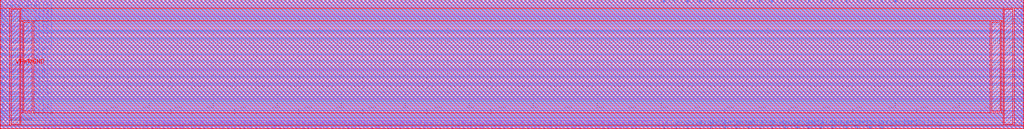
<source format=lef>
##
## LEF for PtnCells ;
## created by Innovus v15.20-p005_1 on Mon Jun 14 18:16:37 2021
##

VERSION 5.7 ;

BUSBITCHARS "[]" ;
DIVIDERCHAR "/" ;

MACRO N_term_single2
  CLASS BLOCK ;
  SIZE 240.1200 BY 30.2600 ;
  FOREIGN N_term_single2 0.0000 0.0000 ;
  ORIGIN 0 0 ;
  SYMMETRY X Y R90 ;
  PIN N1END[3]
    DIRECTION INPUT ;
    USE SIGNAL ;
    ANTENNAPARTIALMETALAREA 0.16065 LAYER li1  ;
    ANTENNAPARTIALMETALSIDEAREA 0.189 LAYER li1  ;
    ANTENNAPARTIALCUTAREA 0.0289 LAYER mcon  ;
    ANTENNAPARTIALMETALAREA 1.0088 LAYER met1  ;
    ANTENNAPARTIALMETALSIDEAREA 4.9665 LAYER met1  ;
    ANTENNAPARTIALCUTAREA 0.0225 LAYER via  ;
    ANTENNAPARTIALMETALAREA 6.1792 LAYER met2  ;
    ANTENNAPARTIALMETALSIDEAREA 30.66 LAYER met2  ;
    ANTENNAMODEL OXIDE1 ;
    ANTENNAGATEAREA 0.159 LAYER met2  ;
    ANTENNAMAXAREACAR 42.7934 LAYER met2  ;
    ANTENNAMAXSIDEAREACAR 208.777 LAYER met2  ;
    ANTENNAMAXCUTCAR 0.32327 LAYER via2  ;
    PORT
      LAYER li1 ;
        RECT 13.9450 0.0000 14.1150 0.3300 ;
    END
  END N1END[3]
  PIN N1END[2]
    DIRECTION INPUT ;
    USE SIGNAL ;
    ANTENNAPARTIALMETALAREA 0.56525 LAYER li1  ;
    ANTENNAPARTIALMETALSIDEAREA 0.665 LAYER li1  ;
    ANTENNAPARTIALCUTAREA 0.0289 LAYER mcon  ;
    ANTENNAPARTIALMETALAREA 1.0088 LAYER met1  ;
    ANTENNAPARTIALMETALSIDEAREA 4.9665 LAYER met1  ;
    ANTENNAPARTIALCUTAREA 0.0225 LAYER via  ;
    ANTENNAPARTIALMETALAREA 2.5409 LAYER met2  ;
    ANTENNAPARTIALMETALSIDEAREA 12.5335 LAYER met2  ;
    ANTENNAPARTIALCUTAREA 0.04 LAYER via2  ;
    ANTENNAPARTIALMETALAREA 9.715 LAYER met3  ;
    ANTENNAPARTIALMETALSIDEAREA 52.28 LAYER met3  ;
    ANTENNAPARTIALCUTAREA 0.04 LAYER via3  ;
    ANTENNAPARTIALMETALAREA 0.6516 LAYER met4  ;
    ANTENNAPARTIALMETALSIDEAREA 4.416 LAYER met4  ;
    ANTENNAMODEL OXIDE1 ;
    ANTENNAGATEAREA 0.159 LAYER met4  ;
    ANTENNAMAXAREACAR 13.1248 LAYER met4  ;
    ANTENNAMAXSIDEAREACAR 71.3019 LAYER met4  ;
    ANTENNAMAXCUTCAR 0.826415 LAYER via4  ;
    PORT
      LAYER li1 ;
        RECT 12.5650 0.0000 12.7350 0.3300 ;
    END
  END N1END[2]
  PIN N1END[1]
    DIRECTION INPUT ;
    USE SIGNAL ;
    ANTENNAPARTIALMETALAREA 0.27625 LAYER li1  ;
    ANTENNAPARTIALMETALSIDEAREA 0.325 LAYER li1  ;
    ANTENNAPARTIALCUTAREA 0.0289 LAYER mcon  ;
    ANTENNAPARTIALMETALAREA 0.558 LAYER met1  ;
    ANTENNAPARTIALMETALSIDEAREA 2.7125 LAYER met1  ;
    ANTENNAPARTIALCUTAREA 0.0225 LAYER via  ;
    ANTENNAPARTIALMETALAREA 6.9464 LAYER met2  ;
    ANTENNAPARTIALMETALSIDEAREA 34.496 LAYER met2  ;
    ANTENNAMODEL OXIDE1 ;
    ANTENNAGATEAREA 0.159 LAYER met2  ;
    ANTENNAMAXAREACAR 45.5934 LAYER met2  ;
    ANTENNAMAXSIDEAREACAR 222.777 LAYER met2  ;
    ANTENNAMAXCUTCAR 0.32327 LAYER via2  ;
    PORT
      LAYER li1 ;
        RECT 11.1850 0.0000 11.3550 0.3300 ;
    END
  END N1END[1]
  PIN N1END[0]
    DIRECTION INPUT ;
    USE SIGNAL ;
    ANTENNAPARTIALMETALAREA 1.02765 LAYER li1  ;
    ANTENNAPARTIALMETALSIDEAREA 1.209 LAYER li1  ;
    ANTENNAPARTIALCUTAREA 0.0289 LAYER mcon  ;
    ANTENNAPARTIALMETALAREA 0.0832 LAYER met1  ;
    ANTENNAPARTIALMETALSIDEAREA 0.406 LAYER met1  ;
    ANTENNAPARTIALCUTAREA 0.0225 LAYER via  ;
    ANTENNAPARTIALMETALAREA 0.6229 LAYER met2  ;
    ANTENNAPARTIALMETALSIDEAREA 2.9435 LAYER met2  ;
    ANTENNAPARTIALCUTAREA 0.04 LAYER via2  ;
    ANTENNAPARTIALMETALAREA 10.0548 LAYER met3  ;
    ANTENNAPARTIALMETALSIDEAREA 54.096 LAYER met3  ;
    ANTENNAMODEL OXIDE1 ;
    ANTENNAGATEAREA 0.159 LAYER met3  ;
    ANTENNAMAXAREACAR 79.9412 LAYER met3  ;
    ANTENNAMAXSIDEAREACAR 418.645 LAYER met3  ;
    ANTENNAMAXCUTCAR 0.574843 LAYER via3  ;
    PORT
      LAYER li1 ;
        RECT 10.2650 0.0000 10.4350 0.3300 ;
    END
  END N1END[0]
  PIN N2MID[7]
    DIRECTION INPUT ;
    USE SIGNAL ;
    ANTENNAPARTIALMETALAREA 0.73865 LAYER li1  ;
    ANTENNAPARTIALMETALSIDEAREA 0.869 LAYER li1  ;
    ANTENNAPARTIALCUTAREA 0.0289 LAYER mcon  ;
    ANTENNAPARTIALMETALAREA 1.5072 LAYER met1  ;
    ANTENNAPARTIALMETALSIDEAREA 7.4585 LAYER met1  ;
    ANTENNAPARTIALCUTAREA 0.0225 LAYER via  ;
    ANTENNAPARTIALMETALAREA 1.74 LAYER met2  ;
    ANTENNAPARTIALMETALSIDEAREA 8.582 LAYER met2  ;
    ANTENNAMODEL OXIDE1 ;
    ANTENNAGATEAREA 0.159 LAYER met2  ;
    ANTENNAMAXAREACAR 56.4072 LAYER met2  ;
    ANTENNAMAXSIDEAREACAR 277.588 LAYER met2  ;
    ANTENNAMAXCUTCAR 0.32327 LAYER via2  ;
    PORT
      LAYER li1 ;
        RECT 24.9850 0.0000 25.1550 0.3300 ;
    END
  END N2MID[7]
  PIN N2MID[6]
    DIRECTION INPUT ;
    USE SIGNAL ;
    ANTENNAPARTIALMETALAREA 1.02765 LAYER li1  ;
    ANTENNAPARTIALMETALSIDEAREA 1.209 LAYER li1  ;
    ANTENNAPARTIALCUTAREA 0.0289 LAYER mcon  ;
    ANTENNAPARTIALMETALAREA 0.3004 LAYER met1  ;
    ANTENNAPARTIALMETALSIDEAREA 1.4245 LAYER met1  ;
    ANTENNAPARTIALCUTAREA 0.0225 LAYER via  ;
    ANTENNAPARTIALMETALAREA 6.5724 LAYER met2  ;
    ANTENNAPARTIALMETALSIDEAREA 32.508 LAYER met2  ;
    ANTENNAMODEL OXIDE1 ;
    ANTENNAGATEAREA 0.159 LAYER met2  ;
    ANTENNAMAXAREACAR 44.0513 LAYER met2  ;
    ANTENNAMAXSIDEAREACAR 214.324 LAYER met2  ;
    ANTENNAMAXCUTCAR 0.32327 LAYER via2  ;
    PORT
      LAYER li1 ;
        RECT 23.6050 0.0000 23.7750 0.3300 ;
    END
  END N2MID[6]
  PIN N2MID[5]
    DIRECTION INPUT ;
    USE SIGNAL ;
    ANTENNAPARTIALMETALAREA 1.02765 LAYER li1  ;
    ANTENNAPARTIALMETALSIDEAREA 1.209 LAYER li1  ;
    ANTENNAPARTIALCUTAREA 0.0289 LAYER mcon  ;
    ANTENNAPARTIALMETALAREA 0.0832 LAYER met1  ;
    ANTENNAPARTIALMETALSIDEAREA 0.406 LAYER met1  ;
    ANTENNAPARTIALCUTAREA 0.0225 LAYER via  ;
    ANTENNAPARTIALMETALAREA 0.4072 LAYER met2  ;
    ANTENNAPARTIALMETALSIDEAREA 1.918 LAYER met2  ;
    ANTENNAMODEL OXIDE1 ;
    ANTENNAGATEAREA 0.159 LAYER met2  ;
    ANTENNAMAXAREACAR 78.4437 LAYER met2  ;
    ANTENNAMAXSIDEAREACAR 382.865 LAYER met2  ;
    ANTENNAMAXCUTCAR 0.32327 LAYER via2  ;
    PORT
      LAYER li1 ;
        RECT 22.2250 0.0000 22.3950 0.3300 ;
    END
  END N2MID[5]
  PIN N2MID[4]
    DIRECTION INPUT ;
    USE SIGNAL ;
    ANTENNAPARTIALMETALAREA 0.10285 LAYER li1  ;
    ANTENNAPARTIALMETALSIDEAREA 0.121 LAYER li1  ;
    ANTENNAPARTIALCUTAREA 0.0289 LAYER mcon  ;
    ANTENNAPARTIALMETALAREA 1.748 LAYER met1  ;
    ANTENNAPARTIALMETALSIDEAREA 8.6625 LAYER met1  ;
    ANTENNAPARTIALCUTAREA 0.0225 LAYER via  ;
    ANTENNAPARTIALMETALAREA 5.6962 LAYER met2  ;
    ANTENNAPARTIALMETALSIDEAREA 28.245 LAYER met2  ;
    ANTENNAMODEL OXIDE1 ;
    ANTENNAGATEAREA 0.159 LAYER met2  ;
    ANTENNAMAXAREACAR 37.1745 LAYER met2  ;
    ANTENNAMAXSIDEAREACAR 181.107 LAYER met2  ;
    ANTENNAMAXCUTCAR 0.32327 LAYER via2  ;
    PORT
      LAYER li1 ;
        RECT 20.8450 0.0000 21.0150 0.3300 ;
    END
  END N2MID[4]
  PIN N2MID[3]
    DIRECTION INPUT ;
    USE SIGNAL ;
    ANTENNAPARTIALMETALAREA 0.50745 LAYER li1  ;
    ANTENNAPARTIALMETALSIDEAREA 0.597 LAYER li1  ;
    ANTENNAPARTIALCUTAREA 0.0289 LAYER mcon  ;
    ANTENNAPARTIALMETALAREA 1.9748 LAYER met1  ;
    ANTENNAPARTIALMETALSIDEAREA 9.7965 LAYER met1  ;
    ANTENNAPARTIALCUTAREA 0.0225 LAYER via  ;
    ANTENNAPARTIALMETALAREA 2.1544 LAYER met2  ;
    ANTENNAPARTIALMETALSIDEAREA 10.654 LAYER met2  ;
    ANTENNAMODEL OXIDE1 ;
    ANTENNAGATEAREA 0.159 LAYER met2  ;
    ANTENNAMAXAREACAR 59.0739 LAYER met2  ;
    ANTENNAMAXSIDEAREACAR 287.896 LAYER met2  ;
    ANTENNAMAXCUTCAR 0.32327 LAYER via2  ;
    PORT
      LAYER li1 ;
        RECT 19.4650 0.0000 19.6350 0.3300 ;
    END
  END N2MID[3]
  PIN N2MID[2]
    DIRECTION INPUT ;
    USE SIGNAL ;
    ANTENNAPARTIALMETALAREA 1.02765 LAYER li1  ;
    ANTENNAPARTIALMETALSIDEAREA 1.209 LAYER li1  ;
    ANTENNAPARTIALCUTAREA 0.0289 LAYER mcon  ;
    ANTENNAPARTIALMETALAREA 0.0832 LAYER met1  ;
    ANTENNAPARTIALMETALSIDEAREA 0.406 LAYER met1  ;
    ANTENNAPARTIALCUTAREA 0.0225 LAYER via  ;
    ANTENNAPARTIALMETALAREA 0.2813 LAYER met2  ;
    ANTENNAPARTIALMETALSIDEAREA 1.2355 LAYER met2  ;
    ANTENNAPARTIALCUTAREA 0.04 LAYER via2  ;
    ANTENNAPARTIALMETALAREA 13.096 LAYER met3  ;
    ANTENNAPARTIALMETALSIDEAREA 70.312 LAYER met3  ;
    ANTENNAPARTIALCUTAREA 0.04 LAYER via3  ;
    ANTENNAPARTIALMETALAREA 10.2882 LAYER met4  ;
    ANTENNAPARTIALMETALSIDEAREA 56.752 LAYER met4  ;
    ANTENNAMODEL OXIDE1 ;
    ANTENNAGATEAREA 0.159 LAYER met4  ;
    ANTENNAMAXAREACAR 69.6154 LAYER met4  ;
    ANTENNAMAXSIDEAREACAR 380.752 LAYER met4  ;
    ANTENNAMAXCUTCAR 0.826415 LAYER via4  ;
    PORT
      LAYER li1 ;
        RECT 18.0850 0.0000 18.2550 0.3300 ;
    END
  END N2MID[2]
  PIN N2MID[1]
    DIRECTION INPUT ;
    USE SIGNAL ;
    ANTENNAPARTIALMETALAREA 1.02765 LAYER li1  ;
    ANTENNAPARTIALMETALSIDEAREA 1.209 LAYER li1  ;
    ANTENNAPARTIALCUTAREA 0.0289 LAYER mcon  ;
    ANTENNAPARTIALMETALAREA 0.0832 LAYER met1  ;
    ANTENNAPARTIALMETALSIDEAREA 0.406 LAYER met1  ;
    ANTENNAPARTIALCUTAREA 0.0225 LAYER via  ;
    ANTENNAPARTIALMETALAREA 0.8832 LAYER met2  ;
    ANTENNAPARTIALMETALSIDEAREA 4.298 LAYER met2  ;
    ANTENNAMODEL OXIDE1 ;
    ANTENNAGATEAREA 0.159 LAYER met2  ;
    ANTENNAMAXAREACAR 69.2638 LAYER met2  ;
    ANTENNAMAXSIDEAREACAR 337.456 LAYER met2  ;
    ANTENNAMAXCUTCAR 0.32327 LAYER via2  ;
    PORT
      LAYER li1 ;
        RECT 16.7050 0.0000 16.8750 0.3300 ;
    END
  END N2MID[1]
  PIN N2MID[0]
    DIRECTION INPUT ;
    USE SIGNAL ;
    ANTENNAPARTIALMETALAREA 0.27625 LAYER li1  ;
    ANTENNAPARTIALMETALSIDEAREA 0.325 LAYER li1  ;
    ANTENNAPARTIALCUTAREA 0.0289 LAYER mcon  ;
    ANTENNAPARTIALMETALAREA 1.3308 LAYER met1  ;
    ANTENNAPARTIALMETALSIDEAREA 6.5765 LAYER met1  ;
    ANTENNAPARTIALCUTAREA 0.0225 LAYER via  ;
    ANTENNAPARTIALMETALAREA 3.0785 LAYER met2  ;
    ANTENNAPARTIALMETALSIDEAREA 15.2215 LAYER met2  ;
    ANTENNAPARTIALCUTAREA 0.04 LAYER via2  ;
    ANTENNAPARTIALMETALAREA 16.477 LAYER met3  ;
    ANTENNAPARTIALMETALSIDEAREA 88.344 LAYER met3  ;
    ANTENNAPARTIALCUTAREA 0.04 LAYER via3  ;
    ANTENNAPARTIALMETALAREA 1.8378 LAYER met4  ;
    ANTENNAPARTIALMETALSIDEAREA 10.272 LAYER met4  ;
    ANTENNAMODEL OXIDE1 ;
    ANTENNAGATEAREA 0.159 LAYER met4  ;
    ANTENNAMAXAREACAR 101.31 LAYER met4  ;
    ANTENNAMAXSIDEAREACAR 527.503 LAYER met4  ;
    ANTENNAMAXCUTCAR 0.826415 LAYER via4  ;
    PORT
      LAYER li1 ;
        RECT 15.3250 0.0000 15.4950 0.3300 ;
    END
  END N2MID[0]
  PIN N2END[7]
    DIRECTION INPUT ;
    USE SIGNAL ;
    ANTENNAPARTIALMETALAREA 1.02765 LAYER li1  ;
    ANTENNAPARTIALMETALSIDEAREA 1.209 LAYER li1  ;
    ANTENNAPARTIALCUTAREA 0.0289 LAYER mcon  ;
    ANTENNAPARTIALMETALAREA 12.9008 LAYER met1  ;
    ANTENNAPARTIALMETALSIDEAREA 64.3895 LAYER met1  ;
    ANTENNAPARTIALCUTAREA 0.0225 LAYER via  ;
    ANTENNAPARTIALMETALAREA 1.3452 LAYER met2  ;
    ANTENNAPARTIALMETALSIDEAREA 6.608 LAYER met2  ;
    ANTENNAMODEL OXIDE1 ;
    ANTENNAGATEAREA 0.159 LAYER met2  ;
    ANTENNAMAXAREACAR 42.9745 LAYER met2  ;
    ANTENNAMAXSIDEAREACAR 205.777 LAYER met2  ;
    ANTENNAMAXCUTCAR 0.32327 LAYER via2  ;
    PORT
      LAYER li1 ;
        RECT 35.5650 0.0000 35.7350 0.3300 ;
    END
  END N2END[7]
  PIN N2END[6]
    DIRECTION INPUT ;
    USE SIGNAL ;
    ANTENNAPARTIALMETALAREA 0.50745 LAYER li1  ;
    ANTENNAPARTIALMETALSIDEAREA 0.597 LAYER li1  ;
    ANTENNAPARTIALCUTAREA 0.0289 LAYER mcon  ;
    ANTENNAPARTIALMETALAREA 1.524 LAYER met1  ;
    ANTENNAPARTIALMETALSIDEAREA 7.5425 LAYER met1  ;
    ANTENNAPARTIALCUTAREA 0.0225 LAYER via  ;
    ANTENNAPARTIALMETALAREA 1.1801 LAYER met2  ;
    ANTENNAPARTIALMETALSIDEAREA 5.7295 LAYER met2  ;
    ANTENNAPARTIALCUTAREA 0.04 LAYER via2  ;
    ANTENNAPARTIALMETALAREA 19.258 LAYER met3  ;
    ANTENNAPARTIALMETALSIDEAREA 103.176 LAYER met3  ;
    ANTENNAPARTIALCUTAREA 0.04 LAYER via3  ;
    ANTENNAPARTIALMETALAREA 1.0578 LAYER met4  ;
    ANTENNAPARTIALMETALSIDEAREA 6.112 LAYER met4  ;
    ANTENNAMODEL OXIDE1 ;
    ANTENNAGATEAREA 0.159 LAYER met4  ;
    ANTENNAMAXAREACAR 30.4343 LAYER met4  ;
    ANTENNAMAXSIDEAREACAR 156.61 LAYER met4  ;
    ANTENNAMAXCUTCAR 0.826415 LAYER via4  ;
    PORT
      LAYER li1 ;
        RECT 34.1850 0.0000 34.3550 0.3300 ;
    END
  END N2END[6]
  PIN N2END[5]
    DIRECTION INPUT ;
    USE SIGNAL ;
    ANTENNAPARTIALMETALAREA 0.10285 LAYER li1  ;
    ANTENNAPARTIALMETALSIDEAREA 0.121 LAYER li1  ;
    ANTENNAPARTIALCUTAREA 0.0289 LAYER mcon  ;
    ANTENNAPARTIALMETALAREA 1.9104 LAYER met1  ;
    ANTENNAPARTIALMETALSIDEAREA 9.4745 LAYER met1  ;
    ANTENNAPARTIALCUTAREA 0.0225 LAYER via  ;
    ANTENNAPARTIALMETALAREA 5.6008 LAYER met2  ;
    ANTENNAPARTIALMETALSIDEAREA 27.65 LAYER met2  ;
    ANTENNAMODEL OXIDE1 ;
    ANTENNAGATEAREA 0.159 LAYER met2  ;
    ANTENNAMAXAREACAR 38.2852 LAYER met2  ;
    ANTENNAMAXSIDEAREACAR 181.079 LAYER met2  ;
    ANTENNAMAXCUTCAR 0.32327 LAYER via2  ;
    PORT
      LAYER li1 ;
        RECT 33.2650 0.0000 33.4350 0.3300 ;
    END
  END N2END[5]
  PIN N2END[4]
    DIRECTION INPUT ;
    USE SIGNAL ;
    ANTENNAPARTIALMETALAREA 0.21845 LAYER li1  ;
    ANTENNAPARTIALMETALSIDEAREA 0.257 LAYER li1  ;
    ANTENNAPARTIALCUTAREA 0.0289 LAYER mcon  ;
    ANTENNAPARTIALMETALAREA 6.9812 LAYER met1  ;
    ANTENNAPARTIALMETALSIDEAREA 34.8285 LAYER met1  ;
    ANTENNAPARTIALCUTAREA 0.0225 LAYER via  ;
    ANTENNAPARTIALMETALAREA 0.9784 LAYER met2  ;
    ANTENNAPARTIALMETALSIDEAREA 4.774 LAYER met2  ;
    ANTENNAMODEL OXIDE1 ;
    ANTENNAGATEAREA 0.159 LAYER met2  ;
    ANTENNAMAXAREACAR 14.884 LAYER met2  ;
    ANTENNAMAXSIDEAREACAR 65.5566 LAYER met2  ;
    ANTENNAMAXCUTCAR 0.32327 LAYER via2  ;
    PORT
      LAYER li1 ;
        RECT 31.8850 0.0000 32.0550 0.3300 ;
    END
  END N2END[4]
  PIN N2END[3]
    DIRECTION INPUT ;
    USE SIGNAL ;
    ANTENNAPARTIALMETALAREA 1.02765 LAYER li1  ;
    ANTENNAPARTIALMETALSIDEAREA 1.209 LAYER li1  ;
    ANTENNAPARTIALCUTAREA 0.0289 LAYER mcon  ;
    ANTENNAPARTIALMETALAREA 0.0832 LAYER met1  ;
    ANTENNAPARTIALMETALSIDEAREA 0.406 LAYER met1  ;
    ANTENNAPARTIALCUTAREA 0.0225 LAYER via  ;
    ANTENNAPARTIALMETALAREA 2.0537 LAYER met2  ;
    ANTENNAPARTIALMETALSIDEAREA 10.0975 LAYER met2  ;
    ANTENNAPARTIALCUTAREA 0.04 LAYER via2  ;
    ANTENNAPARTIALMETALAREA 14.887 LAYER met3  ;
    ANTENNAPARTIALMETALSIDEAREA 79.864 LAYER met3  ;
    ANTENNAPARTIALCUTAREA 0.04 LAYER via3  ;
    ANTENNAPARTIALMETALAREA 1.0656 LAYER met4  ;
    ANTENNAPARTIALMETALSIDEAREA 6.624 LAYER met4  ;
    ANTENNAMODEL OXIDE1 ;
    ANTENNAGATEAREA 0.159 LAYER met4  ;
    ANTENNAMAXAREACAR 64.4846 LAYER met4  ;
    ANTENNAMAXSIDEAREACAR 338.497 LAYER met4  ;
    ANTENNAMAXCUTCAR 0.826415 LAYER via4  ;
    PORT
      LAYER li1 ;
        RECT 30.5050 0.0000 30.6750 0.3300 ;
    END
  END N2END[3]
  PIN N2END[2]
    DIRECTION INPUT ;
    USE SIGNAL ;
    ANTENNAPARTIALMETALAREA 0.33405 LAYER li1  ;
    ANTENNAPARTIALMETALSIDEAREA 0.393 LAYER li1  ;
    ANTENNAPARTIALCUTAREA 0.0289 LAYER mcon  ;
    ANTENNAPARTIALMETALAREA 1.524 LAYER met1  ;
    ANTENNAPARTIALMETALSIDEAREA 7.5425 LAYER met1  ;
    ANTENNAPARTIALCUTAREA 0.0225 LAYER via  ;
    ANTENNAPARTIALMETALAREA 1.0736 LAYER met2  ;
    ANTENNAPARTIALMETALSIDEAREA 5.25 LAYER met2  ;
    ANTENNAMODEL OXIDE1 ;
    ANTENNAGATEAREA 0.159 LAYER met2  ;
    ANTENNAMAXAREACAR 75.2764 LAYER met2  ;
    ANTENNAMAXSIDEAREACAR 371.934 LAYER met2  ;
    ANTENNAMAXCUTCAR 0.32327 LAYER via2  ;
    PORT
      LAYER li1 ;
        RECT 29.1250 0.0000 29.2950 0.3300 ;
    END
  END N2END[2]
  PIN N2END[1]
    DIRECTION INPUT ;
    USE SIGNAL ;
    ANTENNAPARTIALMETALAREA 1.02765 LAYER li1  ;
    ANTENNAPARTIALMETALSIDEAREA 1.209 LAYER li1  ;
    ANTENNAPARTIALCUTAREA 0.0289 LAYER mcon  ;
    ANTENNAPARTIALMETALAREA 0.3648 LAYER met1  ;
    ANTENNAPARTIALMETALSIDEAREA 1.7465 LAYER met1  ;
    ANTENNAPARTIALCUTAREA 0.0225 LAYER via  ;
    ANTENNAPARTIALMETALAREA 6.6272 LAYER met2  ;
    ANTENNAPARTIALMETALSIDEAREA 32.9 LAYER met2  ;
    ANTENNAMODEL OXIDE1 ;
    ANTENNAGATEAREA 0.159 LAYER met2  ;
    ANTENNAMAXAREACAR 44.3959 LAYER met2  ;
    ANTENNAMAXSIDEAREACAR 216.789 LAYER met2  ;
    ANTENNAMAXCUTCAR 0.32327 LAYER via2  ;
    PORT
      LAYER li1 ;
        RECT 27.7450 0.0000 27.9150 0.3300 ;
    END
  END N2END[1]
  PIN N2END[0]
    DIRECTION INPUT ;
    USE SIGNAL ;
    ANTENNAPARTIALMETALAREA 0.62305 LAYER li1  ;
    ANTENNAPARTIALMETALSIDEAREA 0.733 LAYER li1  ;
    ANTENNAPARTIALCUTAREA 0.0289 LAYER mcon  ;
    ANTENNAPARTIALMETALAREA 1.4428 LAYER met1  ;
    ANTENNAPARTIALMETALSIDEAREA 7.1365 LAYER met1  ;
    ANTENNAPARTIALCUTAREA 0.0225 LAYER via  ;
    ANTENNAPARTIALMETALAREA 1.926 LAYER met2  ;
    ANTENNAPARTIALMETALSIDEAREA 9.394 LAYER met2  ;
    ANTENNAMODEL OXIDE1 ;
    ANTENNAGATEAREA 0.159 LAYER met2  ;
    ANTENNAMAXAREACAR 14.9808 LAYER met2  ;
    ANTENNAMAXSIDEAREACAR 64.3333 LAYER met2  ;
    ANTENNAMAXCUTCAR 0.32327 LAYER via2  ;
    PORT
      LAYER li1 ;
        RECT 26.3650 0.0000 26.5350 0.3300 ;
    END
  END N2END[0]
  PIN N4END[15]
    DIRECTION INPUT ;
    USE SIGNAL ;
    ANTENNAPARTIALMETALAREA 0.136 LAYER li1  ;
    ANTENNAPARTIALMETALSIDEAREA 0.16 LAYER li1  ;
    ANTENNAPARTIALCUTAREA 0.0289 LAYER mcon  ;
    ANTENNAPARTIALMETALAREA 1.0088 LAYER met1  ;
    ANTENNAPARTIALMETALSIDEAREA 4.9665 LAYER met1  ;
    ANTENNAPARTIALCUTAREA 0.0225 LAYER via  ;
    ANTENNAPARTIALMETALAREA 2.9693 LAYER met2  ;
    ANTENNAPARTIALMETALSIDEAREA 14.6755 LAYER met2  ;
    ANTENNAPARTIALCUTAREA 0.04 LAYER via2  ;
    ANTENNAPARTIALMETALAREA 6.517 LAYER met3  ;
    ANTENNAPARTIALMETALSIDEAREA 35.224 LAYER met3  ;
    ANTENNAPARTIALCUTAREA 0.04 LAYER via3  ;
    ANTENNAPARTIALMETALAREA 0.5328 LAYER met4  ;
    ANTENNAPARTIALMETALSIDEAREA 3.312 LAYER met4  ;
    ANTENNAMODEL OXIDE1 ;
    ANTENNAGATEAREA 0.159 LAYER met4  ;
    ANTENNAMAXAREACAR 48.2739 LAYER met4  ;
    ANTENNAMAXSIDEAREACAR 255.286 LAYER met4  ;
    ANTENNAMAXCUTCAR 0.826415 LAYER via4  ;
    PORT
      LAYER li1 ;
        RECT 57.1850 0.0000 57.3550 0.3300 ;
    END
  END N4END[15]
  PIN N4END[14]
    DIRECTION INPUT ;
    USE SIGNAL ;
    ANTENNAPARTIALMETALAREA 0.33405 LAYER li1  ;
    ANTENNAPARTIALMETALSIDEAREA 0.393 LAYER li1  ;
    ANTENNAPARTIALCUTAREA 0.0289 LAYER mcon  ;
    ANTENNAPARTIALMETALAREA 3.854 LAYER met1  ;
    ANTENNAPARTIALMETALSIDEAREA 19.1555 LAYER met1  ;
    ANTENNAPARTIALCUTAREA 0.0225 LAYER via  ;
    ANTENNAPARTIALMETALAREA 2.202 LAYER met2  ;
    ANTENNAPARTIALMETALSIDEAREA 10.892 LAYER met2  ;
    ANTENNAMODEL OXIDE1 ;
    ANTENNAGATEAREA 0.159 LAYER met2  ;
    ANTENNAMAXAREACAR 26.2664 LAYER met2  ;
    ANTENNAMAXSIDEAREACAR 123.858 LAYER met2  ;
    ANTENNAMAXCUTCAR 0.32327 LAYER via2  ;
    PORT
      LAYER li1 ;
        RECT 56.2650 0.0000 56.4350 0.3300 ;
    END
  END N4END[14]
  PIN N4END[13]
    DIRECTION INPUT ;
    USE SIGNAL ;
    ANTENNAPARTIALMETALAREA 0.56525 LAYER li1  ;
    ANTENNAPARTIALMETALSIDEAREA 0.665 LAYER li1  ;
    ANTENNAPARTIALCUTAREA 0.0289 LAYER mcon  ;
    ANTENNAPARTIALMETALAREA 5.1612 LAYER met1  ;
    ANTENNAPARTIALMETALSIDEAREA 25.7285 LAYER met1  ;
    ANTENNAPARTIALCUTAREA 0.0225 LAYER via  ;
    ANTENNAPARTIALMETALAREA 0.788 LAYER met2  ;
    ANTENNAPARTIALMETALSIDEAREA 3.822 LAYER met2  ;
    ANTENNAMODEL OXIDE1 ;
    ANTENNAGATEAREA 0.159 LAYER met2  ;
    ANTENNAMAXAREACAR 7.46006 LAYER met2  ;
    ANTENNAMAXSIDEAREACAR 28.8616 LAYER met2  ;
    ANTENNAMAXCUTCAR 0.32327 LAYER via2  ;
    PORT
      LAYER li1 ;
        RECT 54.8850 0.0000 55.0550 0.3300 ;
    END
  END N4END[13]
  PIN N4END[12]
    DIRECTION INPUT ;
    USE SIGNAL ;
    ANTENNAPARTIALMETALAREA 0.73865 LAYER li1  ;
    ANTENNAPARTIALMETALSIDEAREA 0.869 LAYER li1  ;
    ANTENNAPARTIALCUTAREA 0.0289 LAYER mcon  ;
    ANTENNAPARTIALMETALAREA 3.2628 LAYER met1  ;
    ANTENNAPARTIALMETALSIDEAREA 16.2365 LAYER met1  ;
    ANTENNAPARTIALCUTAREA 0.0225 LAYER via  ;
    ANTENNAPARTIALMETALAREA 0.55 LAYER met2  ;
    ANTENNAPARTIALMETALSIDEAREA 2.632 LAYER met2  ;
    ANTENNAMODEL OXIDE1 ;
    ANTENNAGATEAREA 0.159 LAYER met2  ;
    ANTENNAMAXAREACAR 6.81855 LAYER met2  ;
    ANTENNAMAXSIDEAREACAR 22.3836 LAYER met2  ;
    ANTENNAMAXCUTCAR 0.32327 LAYER via2  ;
    PORT
      LAYER li1 ;
        RECT 53.5050 0.0000 53.6750 0.3300 ;
    END
  END N4END[12]
  PIN N4END[11]
    DIRECTION INPUT ;
    USE SIGNAL ;
    ANTENNAPARTIALMETALAREA 0.50745 LAYER li1  ;
    ANTENNAPARTIALMETALSIDEAREA 0.597 LAYER li1  ;
    ANTENNAPARTIALCUTAREA 0.0289 LAYER mcon  ;
    ANTENNAPARTIALMETALAREA 1.3952 LAYER met1  ;
    ANTENNAPARTIALMETALSIDEAREA 6.8985 LAYER met1  ;
    ANTENNAPARTIALCUTAREA 0.0225 LAYER via  ;
    ANTENNAPARTIALMETALAREA 0.9168 LAYER met2  ;
    ANTENNAPARTIALMETALSIDEAREA 4.466 LAYER met2  ;
    ANTENNAMODEL OXIDE1 ;
    ANTENNAGATEAREA 0.159 LAYER met2  ;
    ANTENNAMAXAREACAR 25.3267 LAYER met2  ;
    ANTENNAMAXSIDEAREACAR 117.77 LAYER met2  ;
    ANTENNAMAXCUTCAR 0.32327 LAYER via2  ;
    PORT
      LAYER li1 ;
        RECT 52.1250 0.0000 52.2950 0.3300 ;
    END
  END N4END[11]
  PIN N4END[10]
    DIRECTION INPUT ;
    USE SIGNAL ;
    ANTENNAPARTIALMETALAREA 0.16065 LAYER li1  ;
    ANTENNAPARTIALMETALSIDEAREA 0.189 LAYER li1  ;
    ANTENNAPARTIALCUTAREA 0.0289 LAYER mcon  ;
    ANTENNAPARTIALMETALAREA 7.758 LAYER met1  ;
    ANTENNAPARTIALMETALSIDEAREA 38.6015 LAYER met1  ;
    ANTENNAPARTIALCUTAREA 0.0225 LAYER via  ;
    ANTENNAPARTIALMETALAREA 0.4072 LAYER met2  ;
    ANTENNAPARTIALMETALSIDEAREA 1.918 LAYER met2  ;
    ANTENNAMODEL OXIDE1 ;
    ANTENNAGATEAREA 0.159 LAYER met2  ;
    ANTENNAMAXAREACAR 3.91038 LAYER met2  ;
    ANTENNAMAXSIDEAREACAR 15.5283 LAYER met2  ;
    ANTENNAMAXCUTCAR 0.32327 LAYER via2  ;
    PORT
      LAYER li1 ;
        RECT 50.7450 0.0000 50.9150 0.3300 ;
    END
  END N4END[10]
  PIN N4END[9]
    DIRECTION INPUT ;
    USE SIGNAL ;
    ANTENNAPARTIALMETALAREA 0.27625 LAYER li1  ;
    ANTENNAPARTIALMETALSIDEAREA 0.325 LAYER li1  ;
    ANTENNAPARTIALCUTAREA 0.0289 LAYER mcon  ;
    ANTENNAPARTIALMETALAREA 1.5716 LAYER met1  ;
    ANTENNAPARTIALMETALSIDEAREA 7.7805 LAYER met1  ;
    ANTENNAPARTIALCUTAREA 0.0225 LAYER via  ;
    ANTENNAPARTIALMETALAREA 1.5832 LAYER met2  ;
    ANTENNAPARTIALMETALSIDEAREA 7.798 LAYER met2  ;
    ANTENNAMODEL OXIDE1 ;
    ANTENNAGATEAREA 0.159 LAYER met2  ;
    ANTENNAMAXAREACAR 63.6274 LAYER met2  ;
    ANTENNAMAXSIDEAREACAR 313.689 LAYER met2  ;
    ANTENNAMAXCUTCAR 0.32327 LAYER via2  ;
    PORT
      LAYER li1 ;
        RECT 49.3650 0.0000 49.5350 0.3300 ;
    END
  END N4END[9]
  PIN N4END[8]
    DIRECTION INPUT ;
    USE SIGNAL ;
    ANTENNAPARTIALMETALAREA 0.56525 LAYER li1  ;
    ANTENNAPARTIALMETALSIDEAREA 0.665 LAYER li1  ;
    ANTENNAPARTIALCUTAREA 0.0289 LAYER mcon  ;
    ANTENNAPARTIALMETALAREA 0.4936 LAYER met1  ;
    ANTENNAPARTIALMETALSIDEAREA 2.3905 LAYER met1  ;
    ANTENNAPARTIALCUTAREA 0.0225 LAYER via  ;
    ANTENNAPARTIALMETALAREA 1.8577 LAYER met2  ;
    ANTENNAPARTIALMETALSIDEAREA 9.1175 LAYER met2  ;
    ANTENNAPARTIALCUTAREA 0.04 LAYER via2  ;
    ANTENNAPARTIALMETALAREA 15.304 LAYER met3  ;
    ANTENNAPARTIALMETALSIDEAREA 82.088 LAYER met3  ;
    ANTENNAPARTIALCUTAREA 0.04 LAYER via3  ;
    ANTENNAPARTIALMETALAREA 2.0448 LAYER met4  ;
    ANTENNAPARTIALMETALSIDEAREA 11.376 LAYER met4  ;
    ANTENNAMODEL OXIDE1 ;
    ANTENNAGATEAREA 0.159 LAYER met4  ;
    ANTENNAMAXAREACAR 54.8041 LAYER met4  ;
    ANTENNAMAXSIDEAREACAR 291.676 LAYER met4  ;
    ANTENNAMAXCUTCAR 0.826415 LAYER via4  ;
    PORT
      LAYER li1 ;
        RECT 47.9850 0.0000 48.1550 0.3300 ;
    END
  END N4END[8]
  PIN N4END[7]
    DIRECTION INPUT ;
    USE SIGNAL ;
    ANTENNAPARTIALMETALAREA 0.10285 LAYER li1  ;
    ANTENNAPARTIALMETALSIDEAREA 0.121 LAYER li1  ;
    ANTENNAPARTIALCUTAREA 0.0289 LAYER mcon  ;
    ANTENNAPARTIALMETALAREA 0.88 LAYER met1  ;
    ANTENNAPARTIALMETALSIDEAREA 4.3225 LAYER met1  ;
    ANTENNAPARTIALCUTAREA 0.0225 LAYER via  ;
    ANTENNAPARTIALMETALAREA 2.4947 LAYER met2  ;
    ANTENNAPARTIALMETALSIDEAREA 12.3025 LAYER met2  ;
    ANTENNAPARTIALCUTAREA 0.04 LAYER via2  ;
    ANTENNAPARTIALMETALAREA 15.073 LAYER met3  ;
    ANTENNAPARTIALMETALSIDEAREA 80.856 LAYER met3  ;
    ANTENNAPARTIALCUTAREA 0.04 LAYER via3  ;
    ANTENNAPARTIALMETALAREA 9.9246 LAYER met4  ;
    ANTENNAPARTIALMETALSIDEAREA 53.872 LAYER met4  ;
    ANTENNAMODEL OXIDE1 ;
    ANTENNAGATEAREA 0.159 LAYER met4  ;
    ANTENNAMAXAREACAR 119.126 LAYER met4  ;
    ANTENNAMAXSIDEAREACAR 626.629 LAYER met4  ;
    ANTENNAMAXCUTCAR 0.826415 LAYER via4  ;
    PORT
      LAYER li1 ;
        RECT 46.6050 0.0000 46.7750 0.3300 ;
    END
  END N4END[7]
  PIN N4END[6]
    DIRECTION INPUT ;
    USE SIGNAL ;
    ANTENNAPARTIALMETALAREA 0.56525 LAYER li1  ;
    ANTENNAPARTIALMETALSIDEAREA 0.665 LAYER li1  ;
    ANTENNAPARTIALCUTAREA 0.0289 LAYER mcon  ;
    ANTENNAPARTIALMETALAREA 0.0832 LAYER met1  ;
    ANTENNAPARTIALMETALSIDEAREA 0.406 LAYER met1  ;
    ANTENNAPARTIALCUTAREA 0.0225 LAYER via  ;
    ANTENNAPARTIALMETALAREA 1.1212 LAYER met2  ;
    ANTENNAPARTIALMETALSIDEAREA 5.488 LAYER met2  ;
    ANTENNAMODEL OXIDE1 ;
    ANTENNAGATEAREA 0.159 LAYER met2  ;
    ANTENNAMAXAREACAR 62.5091 LAYER met2  ;
    ANTENNAMAXSIDEAREACAR 308.097 LAYER met2  ;
    ANTENNAMAXCUTCAR 0.32327 LAYER via2  ;
    PORT
      LAYER li1 ;
        RECT 45.2250 0.0000 45.3950 0.3300 ;
    END
  END N4END[6]
  PIN N4END[5]
    DIRECTION INPUT ;
    USE SIGNAL ;
    ANTENNAPARTIALMETALAREA 0.44965 LAYER li1  ;
    ANTENNAPARTIALMETALSIDEAREA 0.529 LAYER li1  ;
    ANTENNAPARTIALCUTAREA 0.0289 LAYER mcon  ;
    ANTENNAPARTIALMETALAREA 2.4732 LAYER met1  ;
    ANTENNAPARTIALMETALSIDEAREA 12.2885 LAYER met1  ;
    ANTENNAPARTIALCUTAREA 0.0225 LAYER via  ;
    ANTENNAPARTIALMETALAREA 2.4653 LAYER met2  ;
    ANTENNAPARTIALMETALSIDEAREA 12.1555 LAYER met2  ;
    ANTENNAPARTIALCUTAREA 0.04 LAYER via2  ;
    ANTENNAPARTIALMETALAREA 12.82 LAYER met3  ;
    ANTENNAPARTIALMETALSIDEAREA 68.84 LAYER met3  ;
    ANTENNAPARTIALCUTAREA 0.04 LAYER via3  ;
    ANTENNAPARTIALMETALAREA 4.5036 LAYER met4  ;
    ANTENNAPARTIALMETALSIDEAREA 24.96 LAYER met4  ;
    ANTENNAMODEL OXIDE1 ;
    ANTENNAGATEAREA 0.159 LAYER met4  ;
    ANTENNAMAXAREACAR 94.2632 LAYER met4  ;
    ANTENNAMAXSIDEAREACAR 500.547 LAYER met4  ;
    ANTENNAMAXCUTCAR 0.826415 LAYER via4  ;
    PORT
      LAYER li1 ;
        RECT 43.8450 0.0000 44.0150 0.3300 ;
    END
  END N4END[5]
  PIN N4END[4]
    DIRECTION INPUT ;
    USE SIGNAL ;
    ANTENNAPARTIALMETALAREA 1.08545 LAYER li1  ;
    ANTENNAPARTIALMETALSIDEAREA 1.277 LAYER li1  ;
    ANTENNAPARTIALCUTAREA 0.0289 LAYER mcon  ;
    ANTENNAPARTIALMETALAREA 0.0832 LAYER met1  ;
    ANTENNAPARTIALMETALSIDEAREA 0.406 LAYER met1  ;
    ANTENNAPARTIALCUTAREA 0.0225 LAYER via  ;
    ANTENNAPARTIALMETALAREA 6.3416 LAYER met2  ;
    ANTENNAPARTIALMETALSIDEAREA 31.472 LAYER met2  ;
    ANTENNAMODEL OXIDE1 ;
    ANTENNAGATEAREA 0.159 LAYER met2  ;
    ANTENNAMAXAREACAR 42.9443 LAYER met2  ;
    ANTENNAMAXSIDEAREACAR 205.116 LAYER met2  ;
    ANTENNAMAXCUTCAR 0.32327 LAYER via2  ;
    PORT
      LAYER li1 ;
        RECT 42.4650 0.0000 42.6350 0.3300 ;
    END
  END N4END[4]
  PIN N4END[3]
    DIRECTION INPUT ;
    USE SIGNAL ;
    ANTENNAPARTIALMETALAREA 0.33405 LAYER li1  ;
    ANTENNAPARTIALMETALSIDEAREA 0.393 LAYER li1  ;
    ANTENNAPARTIALCUTAREA 0.0289 LAYER mcon  ;
    ANTENNAPARTIALMETALAREA 1.0564 LAYER met1  ;
    ANTENNAPARTIALMETALSIDEAREA 5.2045 LAYER met1  ;
    ANTENNAPARTIALCUTAREA 0.0225 LAYER via  ;
    ANTENNAPARTIALMETALAREA 5.7394 LAYER met2  ;
    ANTENNAPARTIALMETALSIDEAREA 28.343 LAYER met2  ;
    ANTENNAMODEL OXIDE1 ;
    ANTENNAGATEAREA 0.159 LAYER met2  ;
    ANTENNAMAXAREACAR 38.8123 LAYER met2  ;
    ANTENNAMAXSIDEAREACAR 188.129 LAYER met2  ;
    ANTENNAMAXCUTCAR 0.32327 LAYER via2  ;
    PORT
      LAYER li1 ;
        RECT 41.0850 0.0000 41.2550 0.3300 ;
    END
  END N4END[3]
  PIN N4END[2]
    DIRECTION INPUT ;
    USE SIGNAL ;
    ANTENNAPARTIALMETALAREA 0.62305 LAYER li1  ;
    ANTENNAPARTIALMETALSIDEAREA 0.733 LAYER li1  ;
    ANTENNAPARTIALCUTAREA 0.0289 LAYER mcon  ;
    ANTENNAPARTIALMETALAREA 8.832 LAYER met1  ;
    ANTENNAPARTIALMETALSIDEAREA 44.0825 LAYER met1  ;
    ANTENNAPARTIALCUTAREA 0.0225 LAYER via  ;
    ANTENNAPARTIALMETALAREA 2.2763 LAYER met2  ;
    ANTENNAPARTIALMETALSIDEAREA 11.2105 LAYER met2  ;
    ANTENNAPARTIALCUTAREA 0.04 LAYER via2  ;
    ANTENNAPARTIALMETALAREA 9.163 LAYER met3  ;
    ANTENNAPARTIALMETALSIDEAREA 49.336 LAYER met3  ;
    ANTENNAPARTIALCUTAREA 0.04 LAYER via3  ;
    ANTENNAPARTIALMETALAREA 0.6516 LAYER met4  ;
    ANTENNAPARTIALMETALSIDEAREA 4.416 LAYER met4  ;
    ANTENNAMODEL OXIDE1 ;
    ANTENNAGATEAREA 0.159 LAYER met4  ;
    ANTENNAMAXAREACAR 25.7789 LAYER met4  ;
    ANTENNAMAXSIDEAREACAR 136.164 LAYER met4  ;
    ANTENNAMAXCUTCAR 0.826415 LAYER via4  ;
    PORT
      LAYER li1 ;
        RECT 39.7050 0.0000 39.8750 0.3300 ;
    END
  END N4END[2]
  PIN N4END[1]
    DIRECTION INPUT ;
    USE SIGNAL ;
    ANTENNAPARTIALMETALAREA 0.39185 LAYER li1  ;
    ANTENNAPARTIALMETALSIDEAREA 0.461 LAYER li1  ;
    ANTENNAPARTIALCUTAREA 0.0289 LAYER mcon  ;
    ANTENNAPARTIALMETALAREA 12.7436 LAYER met1  ;
    ANTENNAPARTIALMETALSIDEAREA 63.6405 LAYER met1  ;
    ANTENNAPARTIALCUTAREA 0.0225 LAYER via  ;
    ANTENNAPARTIALMETALAREA 6.0812 LAYER met2  ;
    ANTENNAPARTIALMETALSIDEAREA 30.17 LAYER met2  ;
    ANTENNAMODEL OXIDE1 ;
    ANTENNAGATEAREA 0.159 LAYER met2  ;
    ANTENNAMAXAREACAR 40.9619 LAYER met2  ;
    ANTENNAMAXSIDEAREACAR 199.619 LAYER met2  ;
    ANTENNAMAXCUTCAR 0.32327 LAYER via2  ;
    PORT
      LAYER li1 ;
        RECT 38.3250 0.0000 38.4950 0.3300 ;
    END
  END N4END[1]
  PIN N4END[0]
    DIRECTION INPUT ;
    USE SIGNAL ;
    ANTENNAPARTIALMETALAREA 0.73865 LAYER li1  ;
    ANTENNAPARTIALMETALSIDEAREA 0.869 LAYER li1  ;
    ANTENNAPARTIALCUTAREA 0.0289 LAYER mcon  ;
    ANTENNAPARTIALMETALAREA 2.3612 LAYER met1  ;
    ANTENNAPARTIALMETALSIDEAREA 11.7285 LAYER met1  ;
    ANTENNAPARTIALCUTAREA 0.0225 LAYER via  ;
    ANTENNAPARTIALMETALAREA 4.8156 LAYER met2  ;
    ANTENNAPARTIALMETALSIDEAREA 23.842 LAYER met2  ;
    ANTENNAMODEL OXIDE1 ;
    ANTENNAGATEAREA 0.159 LAYER met2  ;
    ANTENNAMAXAREACAR 33.0022 LAYER met2  ;
    ANTENNAMAXSIDEAREACAR 159.821 LAYER met2  ;
    ANTENNAMAXCUTCAR 0.32327 LAYER via2  ;
    PORT
      LAYER li1 ;
        RECT 36.9450 0.0000 37.1150 0.3300 ;
    END
  END N4END[0]
  PIN NN4END[15]
    DIRECTION INPUT ;
    USE SIGNAL ;
    ANTENNAPARTIALMETALAREA 0.79645 LAYER li1  ;
    ANTENNAPARTIALMETALSIDEAREA 0.937 LAYER li1  ;
    ANTENNAPARTIALCUTAREA 0.0289 LAYER mcon  ;
    ANTENNAPARTIALMETALAREA 10.6688 LAYER met1  ;
    ANTENNAPARTIALMETALSIDEAREA 53.2665 LAYER met1  ;
    ANTENNAPARTIALCUTAREA 0.0225 LAYER via  ;
    ANTENNAPARTIALMETALAREA 0.6928 LAYER met2  ;
    ANTENNAPARTIALMETALSIDEAREA 3.346 LAYER met2  ;
    ANTENNAMODEL OXIDE1 ;
    ANTENNAGATEAREA 0.159 LAYER met2  ;
    ANTENNAMAXAREACAR 16.7142 LAYER met2  ;
    ANTENNAMAXSIDEAREACAR 79.1226 LAYER met2  ;
    ANTENNAMAXCUTCAR 0.32327 LAYER via2  ;
    PORT
      LAYER li1 ;
        RECT 79.2650 0.0000 79.4350 0.3300 ;
    END
  END NN4END[15]
  PIN NN4END[14]
    DIRECTION INPUT ;
    USE SIGNAL ;
    ANTENNAPARTIALMETALAREA 0.72165 LAYER li1  ;
    ANTENNAPARTIALMETALSIDEAREA 0.849 LAYER li1  ;
    ANTENNAPARTIALCUTAREA 0.0289 LAYER mcon  ;
    ANTENNAPARTIALMETALAREA 6.2252 LAYER met1  ;
    ANTENNAPARTIALMETALSIDEAREA 31.0485 LAYER met1  ;
    ANTENNAPARTIALCUTAREA 0.0225 LAYER via  ;
    ANTENNAPARTIALMETALAREA 0.8356 LAYER met2  ;
    ANTENNAPARTIALMETALSIDEAREA 4.06 LAYER met2  ;
    ANTENNAMODEL OXIDE1 ;
    ANTENNAGATEAREA 0.159 LAYER met2  ;
    ANTENNAMAXAREACAR 6.60472 LAYER met2  ;
    ANTENNAMAXSIDEAREACAR 29 LAYER met2  ;
    ANTENNAMAXCUTCAR 0.32327 LAYER via2  ;
    PORT
      LAYER li1 ;
        RECT 77.8850 0.0000 78.0550 0.3300 ;
    END
  END NN4END[14]
  PIN NN4END[13]
    DIRECTION INPUT ;
    USE SIGNAL ;
    ANTENNAPARTIALMETALAREA 1.08545 LAYER li1  ;
    ANTENNAPARTIALMETALSIDEAREA 1.277 LAYER li1  ;
    ANTENNAPARTIALCUTAREA 0.0289 LAYER mcon  ;
    ANTENNAPARTIALMETALAREA 0.0832 LAYER met1  ;
    ANTENNAPARTIALMETALSIDEAREA 0.406 LAYER met1  ;
    ANTENNAPARTIALCUTAREA 0.0225 LAYER via  ;
    ANTENNAPARTIALMETALAREA 0.2644 LAYER met2  ;
    ANTENNAPARTIALMETALSIDEAREA 1.204 LAYER met2  ;
    ANTENNAMODEL OXIDE1 ;
    ANTENNAGATEAREA 0.159 LAYER met2  ;
    ANTENNAMAXAREACAR 11.567 LAYER met2  ;
    ANTENNAMAXSIDEAREACAR 47.5818 LAYER met2  ;
    ANTENNAMAXCUTCAR 0.32327 LAYER via2  ;
    PORT
      LAYER li1 ;
        RECT 76.5050 0.0000 76.6750 0.3300 ;
    END
  END NN4END[13]
  PIN NN4END[12]
    DIRECTION INPUT ;
    USE SIGNAL ;
    ANTENNAPARTIALMETALAREA 1.08545 LAYER li1  ;
    ANTENNAPARTIALMETALSIDEAREA 1.277 LAYER li1  ;
    ANTENNAPARTIALCUTAREA 0.0289 LAYER mcon  ;
    ANTENNAPARTIALMETALAREA 0.1716 LAYER met1  ;
    ANTENNAPARTIALMETALSIDEAREA 0.7805 LAYER met1  ;
    ANTENNAPARTIALCUTAREA 0.0225 LAYER via  ;
    ANTENNAPARTIALMETALAREA 3.3515 LAYER met2  ;
    ANTENNAPARTIALMETALSIDEAREA 16.5865 LAYER met2  ;
    ANTENNAPARTIALCUTAREA 0.04 LAYER via2  ;
    ANTENNAPARTIALMETALAREA 4.333 LAYER met3  ;
    ANTENNAPARTIALMETALSIDEAREA 23.576 LAYER met3  ;
    ANTENNAPARTIALCUTAREA 0.04 LAYER via3  ;
    ANTENNAPARTIALMETALAREA 1.3788 LAYER met4  ;
    ANTENNAPARTIALMETALSIDEAREA 7.824 LAYER met4  ;
    ANTENNAMODEL OXIDE1 ;
    ANTENNAGATEAREA 0.159 LAYER met4  ;
    ANTENNAMAXAREACAR 79.8632 LAYER met4  ;
    ANTENNAMAXSIDEAREACAR 412.899 LAYER met4  ;
    ANTENNAMAXCUTCAR 0.826415 LAYER via4  ;
    PORT
      LAYER li1 ;
        RECT 75.1250 0.0000 75.2950 0.3300 ;
    END
  END NN4END[12]
  PIN NN4END[11]
    DIRECTION INPUT ;
    USE SIGNAL ;
    ANTENNAPARTIALMETALAREA 0.50745 LAYER li1  ;
    ANTENNAPARTIALMETALSIDEAREA 0.597 LAYER li1  ;
    ANTENNAPARTIALCUTAREA 0.0289 LAYER mcon  ;
    ANTENNAPARTIALMETALAREA 0.558 LAYER met1  ;
    ANTENNAPARTIALMETALSIDEAREA 2.7125 LAYER met1  ;
    ANTENNAPARTIALCUTAREA 0.0225 LAYER via  ;
    ANTENNAPARTIALMETALAREA 0.7097 LAYER met2  ;
    ANTENNAPARTIALMETALSIDEAREA 3.3775 LAYER met2  ;
    ANTENNAPARTIALCUTAREA 0.04 LAYER via2  ;
    ANTENNAPARTIALMETALAREA 0.1905 LAYER met3  ;
    ANTENNAPARTIALMETALSIDEAREA 1.464 LAYER met3  ;
    ANTENNAPARTIALCUTAREA 0.04 LAYER via3  ;
    ANTENNAPARTIALMETALAREA 7.7724 LAYER met4  ;
    ANTENNAPARTIALMETALSIDEAREA 42.864 LAYER met4  ;
    ANTENNAMODEL OXIDE1 ;
    ANTENNAGATEAREA 0.159 LAYER met4  ;
    ANTENNAMAXAREACAR 67.077 LAYER met4  ;
    ANTENNAMAXSIDEAREACAR 359.692 LAYER met4  ;
    ANTENNAMAXCUTCAR 0.826415 LAYER via4  ;
    PORT
      LAYER li1 ;
        RECT 73.7450 0.0000 73.9150 0.3300 ;
    END
  END NN4END[11]
  PIN NN4END[10]
    DIRECTION INPUT ;
    USE SIGNAL ;
    ANTENNAPARTIALMETALAREA 1.08545 LAYER li1  ;
    ANTENNAPARTIALMETALSIDEAREA 1.277 LAYER li1  ;
    ANTENNAPARTIALCUTAREA 0.0289 LAYER mcon  ;
    ANTENNAPARTIALMETALAREA 0.0832 LAYER met1  ;
    ANTENNAPARTIALMETALSIDEAREA 0.406 LAYER met1  ;
    ANTENNAPARTIALCUTAREA 0.0225 LAYER via  ;
    ANTENNAPARTIALMETALAREA 5.6752 LAYER met2  ;
    ANTENNAPARTIALMETALSIDEAREA 28.14 LAYER met2  ;
    ANTENNAMODEL OXIDE1 ;
    ANTENNAGATEAREA 0.159 LAYER met2  ;
    ANTENNAMAXAREACAR 37.9619 LAYER met2  ;
    ANTENNAMAXSIDEAREACAR 181.528 LAYER met2  ;
    ANTENNAMAXCUTCAR 0.32327 LAYER via2  ;
    PORT
      LAYER li1 ;
        RECT 72.3650 0.0000 72.5350 0.3300 ;
    END
  END NN4END[10]
  PIN NN4END[9]
    DIRECTION INPUT ;
    USE SIGNAL ;
    ANTENNAPARTIALMETALAREA 1.08545 LAYER li1  ;
    ANTENNAPARTIALMETALSIDEAREA 1.277 LAYER li1  ;
    ANTENNAPARTIALCUTAREA 0.0289 LAYER mcon  ;
    ANTENNAPARTIALMETALAREA 0.1716 LAYER met1  ;
    ANTENNAPARTIALMETALSIDEAREA 0.7805 LAYER met1  ;
    ANTENNAPARTIALCUTAREA 0.0225 LAYER via  ;
    ANTENNAPARTIALMETALAREA 1.1548 LAYER met2  ;
    ANTENNAPARTIALMETALSIDEAREA 5.656 LAYER met2  ;
    ANTENNAMODEL OXIDE1 ;
    ANTENNAGATEAREA 0.159 LAYER met2  ;
    ANTENNAMAXAREACAR 11.4965 LAYER met2  ;
    ANTENNAMAXSIDEAREACAR 47.2296 LAYER met2  ;
    ANTENNAMAXCUTCAR 0.32327 LAYER via2  ;
    PORT
      LAYER li1 ;
        RECT 70.9850 0.0000 71.1550 0.3300 ;
    END
  END NN4END[9]
  PIN NN4END[8]
    DIRECTION INPUT ;
    USE SIGNAL ;
    ANTENNAPARTIALMETALAREA 0.85425 LAYER li1  ;
    ANTENNAPARTIALMETALSIDEAREA 1.005 LAYER li1  ;
    ANTENNAPARTIALCUTAREA 0.0289 LAYER mcon  ;
    ANTENNAPARTIALMETALAREA 1.7816 LAYER met1  ;
    ANTENNAPARTIALMETALSIDEAREA 8.8305 LAYER met1  ;
    ANTENNAPARTIALCUTAREA 0.0225 LAYER via  ;
    ANTENNAPARTIALMETALAREA 0.3387 LAYER met2  ;
    ANTENNAPARTIALMETALSIDEAREA 1.5225 LAYER met2  ;
    ANTENNAPARTIALCUTAREA 0.04 LAYER via2  ;
    ANTENNAPARTIALMETALAREA 1.504 LAYER met3  ;
    ANTENNAPARTIALMETALSIDEAREA 8.488 LAYER met3  ;
    ANTENNAPARTIALCUTAREA 0.04 LAYER via3  ;
    ANTENNAPARTIALMETALAREA 9.5904 LAYER met4  ;
    ANTENNAPARTIALMETALSIDEAREA 52.56 LAYER met4  ;
    ANTENNAMODEL OXIDE1 ;
    ANTENNAGATEAREA 0.159 LAYER met4  ;
    ANTENNAMAXAREACAR 81.7299 LAYER met4  ;
    ANTENNAMAXSIDEAREACAR 437.742 LAYER met4  ;
    ANTENNAMAXCUTCAR 0.826415 LAYER via4  ;
    PORT
      LAYER li1 ;
        RECT 69.6050 0.0000 69.7750 0.3300 ;
    END
  END NN4END[8]
  PIN NN4END[7]
    DIRECTION INPUT ;
    USE SIGNAL ;
    ANTENNAPARTIALMETALAREA 1.08545 LAYER li1  ;
    ANTENNAPARTIALMETALSIDEAREA 1.277 LAYER li1  ;
    ANTENNAPARTIALCUTAREA 0.0289 LAYER mcon  ;
    ANTENNAPARTIALMETALAREA 0.0832 LAYER met1  ;
    ANTENNAPARTIALMETALSIDEAREA 0.406 LAYER met1  ;
    ANTENNAPARTIALCUTAREA 0.0225 LAYER via  ;
    ANTENNAPARTIALMETALAREA 1.5972 LAYER met2  ;
    ANTENNAPARTIALMETALSIDEAREA 7.868 LAYER met2  ;
    ANTENNAMODEL OXIDE1 ;
    ANTENNAGATEAREA 0.159 LAYER met2  ;
    ANTENNAMAXAREACAR 51.6701 LAYER met2  ;
    ANTENNAMAXSIDEAREACAR 247.607 LAYER met2  ;
    ANTENNAMAXCUTCAR 0.32327 LAYER via2  ;
    PORT
      LAYER li1 ;
        RECT 68.2250 0.0000 68.3950 0.3300 ;
    END
  END NN4END[7]
  PIN NN4END[6]
    DIRECTION INPUT ;
    USE SIGNAL ;
    ANTENNAPARTIALMETALAREA 0.68085 LAYER li1  ;
    ANTENNAPARTIALMETALSIDEAREA 0.801 LAYER li1  ;
    ANTENNAPARTIALCUTAREA 0.0289 LAYER mcon  ;
    ANTENNAPARTIALMETALAREA 1.9104 LAYER met1  ;
    ANTENNAPARTIALMETALSIDEAREA 9.4745 LAYER met1  ;
    ANTENNAPARTIALCUTAREA 0.0225 LAYER via  ;
    ANTENNAPARTIALMETALAREA 2.7243 LAYER met2  ;
    ANTENNAPARTIALMETALSIDEAREA 13.4505 LAYER met2  ;
    ANTENNAPARTIALCUTAREA 0.04 LAYER via2  ;
    ANTENNAPARTIALMETALAREA 1.642 LAYER met3  ;
    ANTENNAPARTIALMETALSIDEAREA 9.224 LAYER met3  ;
    ANTENNAPARTIALCUTAREA 0.04 LAYER via3  ;
    ANTENNAPARTIALMETALAREA 3.1344 LAYER met4  ;
    ANTENNAPARTIALMETALSIDEAREA 18.128 LAYER met4  ;
    ANTENNAMODEL OXIDE1 ;
    ANTENNAGATEAREA 0.159 LAYER met4  ;
    ANTENNAMAXAREACAR 36.7393 LAYER met4  ;
    ANTENNAMAXSIDEAREACAR 193.164 LAYER met4  ;
    ANTENNAMAXCUTCAR 0.826415 LAYER via4  ;
    PORT
      LAYER li1 ;
        RECT 66.8450 0.0000 67.0150 0.3300 ;
    END
  END NN4END[6]
  PIN NN4END[5]
    DIRECTION INPUT ;
    USE SIGNAL ;
    ANTENNAPARTIALMETALAREA 0.79645 LAYER li1  ;
    ANTENNAPARTIALMETALSIDEAREA 0.937 LAYER li1  ;
    ANTENNAPARTIALCUTAREA 0.0289 LAYER mcon  ;
    ANTENNAPARTIALMETALAREA 1.9748 LAYER met1  ;
    ANTENNAPARTIALMETALSIDEAREA 9.7965 LAYER met1  ;
    ANTENNAPARTIALCUTAREA 0.0225 LAYER via  ;
    ANTENNAPARTIALMETALAREA 0.4717 LAYER met2  ;
    ANTENNAPARTIALMETALSIDEAREA 2.1875 LAYER met2  ;
    ANTENNAPARTIALCUTAREA 0.04 LAYER via2  ;
    ANTENNAPARTIALMETALAREA 0.262 LAYER met3  ;
    ANTENNAPARTIALMETALSIDEAREA 1.864 LAYER met3  ;
    ANTENNAPARTIALCUTAREA 0.04 LAYER via3  ;
    ANTENNAPARTIALMETALAREA 3.9006 LAYER met4  ;
    ANTENNAPARTIALMETALSIDEAREA 21.744 LAYER met4  ;
    ANTENNAMODEL OXIDE1 ;
    ANTENNAGATEAREA 0.159 LAYER met4  ;
    ANTENNAMAXAREACAR 44.9324 LAYER met4  ;
    ANTENNAMAXSIDEAREACAR 241.22 LAYER met4  ;
    ANTENNAMAXCUTCAR 0.826415 LAYER via4  ;
    PORT
      LAYER li1 ;
        RECT 65.4650 0.0000 65.6350 0.3300 ;
    END
  END NN4END[5]
  PIN NN4END[4]
    DIRECTION INPUT ;
    USE SIGNAL ;
    ANTENNAPARTIALMETALAREA 0.136 LAYER li1  ;
    ANTENNAPARTIALMETALSIDEAREA 0.16 LAYER li1  ;
    ANTENNAPARTIALCUTAREA 0.0289 LAYER mcon  ;
    ANTENNAPARTIALMETALAREA 4.0356 LAYER met1  ;
    ANTENNAPARTIALMETALSIDEAREA 20.1005 LAYER met1  ;
    ANTENNAPARTIALCUTAREA 0.0225 LAYER via  ;
    ANTENNAPARTIALMETALAREA 1.264 LAYER met2  ;
    ANTENNAPARTIALMETALSIDEAREA 6.202 LAYER met2  ;
    ANTENNAMODEL OXIDE1 ;
    ANTENNAGATEAREA 0.159 LAYER met2  ;
    ANTENNAMAXAREACAR 9.29906 LAYER met2  ;
    ANTENNAMAXSIDEAREACAR 42.4717 LAYER met2  ;
    ANTENNAMAXCUTCAR 0.32327 LAYER via2  ;
    PORT
      LAYER li1 ;
        RECT 64.0850 0.0000 64.2550 0.3300 ;
    END
  END NN4END[4]
  PIN NN4END[3]
    DIRECTION INPUT ;
    USE SIGNAL ;
    ANTENNAPARTIALMETALAREA 1.08545 LAYER li1  ;
    ANTENNAPARTIALMETALSIDEAREA 1.277 LAYER li1  ;
    ANTENNAPARTIALCUTAREA 0.0289 LAYER mcon  ;
    ANTENNAPARTIALMETALAREA 0.6868 LAYER met1  ;
    ANTENNAPARTIALMETALSIDEAREA 3.3565 LAYER met1  ;
    ANTENNAPARTIALCUTAREA 0.0225 LAYER via  ;
    ANTENNAPARTIALMETALAREA 1.4068 LAYER met2  ;
    ANTENNAPARTIALMETALSIDEAREA 6.916 LAYER met2  ;
    ANTENNAMODEL OXIDE1 ;
    ANTENNAGATEAREA 0.159 LAYER met2  ;
    ANTENNAMAXAREACAR 20.8186 LAYER met2  ;
    ANTENNAMAXSIDEAREACAR 95.2296 LAYER met2  ;
    ANTENNAMAXCUTCAR 0.32327 LAYER via2  ;
    PORT
      LAYER li1 ;
        RECT 62.7050 0.0000 62.8750 0.3300 ;
    END
  END NN4END[3]
  PIN NN4END[2]
    DIRECTION INPUT ;
    USE SIGNAL ;
    ANTENNAPARTIALMETALAREA 0.18105 LAYER li1  ;
    ANTENNAPARTIALMETALSIDEAREA 0.213 LAYER li1  ;
    ANTENNAPARTIALCUTAREA 0.0289 LAYER mcon  ;
    ANTENNAPARTIALMETALAREA 14.9024 LAYER met1  ;
    ANTENNAPARTIALMETALSIDEAREA 74.4345 LAYER met1  ;
    ANTENNAPARTIALCUTAREA 0.0225 LAYER via  ;
    ANTENNAPARTIALMETALAREA 1.8072 LAYER met2  ;
    ANTENNAPARTIALMETALSIDEAREA 8.918 LAYER met2  ;
    ANTENNAMODEL OXIDE1 ;
    ANTENNAGATEAREA 0.159 LAYER met2  ;
    ANTENNAMAXAREACAR 14.0814 LAYER met2  ;
    ANTENNAMAXSIDEAREACAR 65.9591 LAYER met2  ;
    ANTENNAMAXCUTCAR 0.32327 LAYER via2  ;
    PORT
      LAYER li1 ;
        RECT 61.3250 0.0000 61.4950 0.3300 ;
    END
  END NN4END[2]
  PIN NN4END[1]
    DIRECTION INPUT ;
    USE SIGNAL ;
    ANTENNAPARTIALMETALAREA 0.27625 LAYER li1  ;
    ANTENNAPARTIALMETALSIDEAREA 0.325 LAYER li1  ;
    ANTENNAPARTIALCUTAREA 0.0289 LAYER mcon  ;
    ANTENNAPARTIALMETALAREA 3.6968 LAYER met1  ;
    ANTENNAPARTIALMETALSIDEAREA 18.4065 LAYER met1  ;
    ANTENNAPARTIALCUTAREA 0.0225 LAYER via  ;
    ANTENNAPARTIALMETALAREA 2.1376 LAYER met2  ;
    ANTENNAPARTIALMETALSIDEAREA 10.57 LAYER met2  ;
    ANTENNAMODEL OXIDE1 ;
    ANTENNAGATEAREA 0.159 LAYER met2  ;
    ANTENNAMAXAREACAR 20.5959 LAYER met2  ;
    ANTENNAMAXSIDEAREACAR 95.5063 LAYER met2  ;
    ANTENNAMAXCUTCAR 0.32327 LAYER via2  ;
    PORT
      LAYER li1 ;
        RECT 59.9450 0.0000 60.1150 0.3300 ;
    END
  END NN4END[1]
  PIN NN4END[0]
    DIRECTION INPUT ;
    USE SIGNAL ;
    ANTENNAPARTIALMETALAREA 0.96985 LAYER li1  ;
    ANTENNAPARTIALMETALSIDEAREA 1.141 LAYER li1  ;
    ANTENNAPARTIALCUTAREA 0.0289 LAYER mcon  ;
    ANTENNAPARTIALMETALAREA 3.456 LAYER met1  ;
    ANTENNAPARTIALMETALSIDEAREA 17.2025 LAYER met1  ;
    ANTENNAPARTIALCUTAREA 0.0225 LAYER via  ;
    ANTENNAPARTIALMETALAREA 0.5024 LAYER met2  ;
    ANTENNAPARTIALMETALSIDEAREA 2.394 LAYER met2  ;
    ANTENNAMODEL OXIDE1 ;
    ANTENNAGATEAREA 0.159 LAYER met2  ;
    ANTENNAMAXAREACAR 4.50912 LAYER met2  ;
    ANTENNAMAXSIDEAREACAR 18.522 LAYER met2  ;
    ANTENNAMAXCUTCAR 0.32327 LAYER via2  ;
    PORT
      LAYER li1 ;
        RECT 58.5650 0.0000 58.7350 0.3300 ;
    END
  END NN4END[0]
  PIN S1BEG[3]
    DIRECTION OUTPUT ;
    USE SIGNAL ;
    ANTENNAPARTIALMETALAREA 0.96985 LAYER li1  ;
    ANTENNAPARTIALMETALSIDEAREA 1.141 LAYER li1  ;
    ANTENNAPARTIALCUTAREA 0.0289 LAYER mcon  ;
    ANTENNAPARTIALMETALAREA 0.558 LAYER met1  ;
    ANTENNAPARTIALMETALSIDEAREA 2.7125 LAYER met1  ;
    ANTENNAPARTIALCUTAREA 0.0225 LAYER via  ;
    ANTENNAPARTIALMETALAREA 1.1619 LAYER met2  ;
    ANTENNAPARTIALMETALSIDEAREA 5.6385 LAYER met2  ;
    ANTENNAPARTIALCUTAREA 0.04 LAYER via2  ;
    ANTENNAPARTIALMETALAREA 1.366 LAYER met3  ;
    ANTENNAPARTIALMETALSIDEAREA 7.752 LAYER met3  ;
    ANTENNAPARTIALCUTAREA 0.04 LAYER via3  ;
    ANTENNADIFFAREA 0.4455 LAYER met4  ;
    ANTENNAPARTIALMETALAREA 4.3764 LAYER met4  ;
    ANTENNAPARTIALMETALSIDEAREA 24.752 LAYER met4  ;
    PORT
      LAYER li1 ;
        RECT 84.3250 0.0000 84.4950 0.3300 ;
    END
  END S1BEG[3]
  PIN S1BEG[2]
    DIRECTION OUTPUT ;
    USE SIGNAL ;
    ANTENNAPARTIALMETALAREA 1.24185 LAYER li1  ;
    ANTENNAPARTIALMETALSIDEAREA 1.461 LAYER li1  ;
    ANTENNAPARTIALCUTAREA 0.0289 LAYER mcon  ;
    ANTENNAPARTIALMETALAREA 0.9444 LAYER met1  ;
    ANTENNAPARTIALMETALSIDEAREA 4.6445 LAYER met1  ;
    ANTENNAPARTIALCUTAREA 0.0225 LAYER via  ;
    ANTENNADIFFAREA 0.4455 LAYER met2  ;
    ANTENNAPARTIALMETALAREA 5.748 LAYER met2  ;
    ANTENNAPARTIALMETALSIDEAREA 28.504 LAYER met2  ;
    PORT
      LAYER li1 ;
        RECT 82.9450 0.0000 83.1150 0.3300 ;
    END
  END S1BEG[2]
  PIN S1BEG[1]
    DIRECTION OUTPUT ;
    USE SIGNAL ;
    ANTENNAPARTIALMETALAREA 0.68085 LAYER li1  ;
    ANTENNAPARTIALMETALSIDEAREA 0.801 LAYER li1  ;
    ANTENNAPARTIALCUTAREA 0.0289 LAYER mcon  ;
    ANTENNAPARTIALMETALAREA 1.7816 LAYER met1  ;
    ANTENNAPARTIALMETALSIDEAREA 8.8305 LAYER met1  ;
    ANTENNAPARTIALCUTAREA 0.0225 LAYER via  ;
    ANTENNADIFFAREA 0.4455 LAYER met2  ;
    ANTENNAPARTIALMETALAREA 1.8616 LAYER met2  ;
    ANTENNAPARTIALMETALSIDEAREA 9.072 LAYER met2  ;
    PORT
      LAYER li1 ;
        RECT 81.5650 0.0000 81.7350 0.3300 ;
    END
  END S1BEG[1]
  PIN S1BEG[0]
    DIRECTION OUTPUT ;
    USE SIGNAL ;
    ANTENNAPARTIALMETALAREA 0.21845 LAYER li1  ;
    ANTENNAPARTIALMETALSIDEAREA 0.257 LAYER li1  ;
    ANTENNAPARTIALCUTAREA 0.0289 LAYER mcon  ;
    ANTENNAPARTIALMETALAREA 0.88 LAYER met1  ;
    ANTENNAPARTIALMETALSIDEAREA 4.3225 LAYER met1  ;
    ANTENNAPARTIALCUTAREA 0.0225 LAYER via  ;
    ANTENNADIFFAREA 0.4455 LAYER met2  ;
    ANTENNAPARTIALMETALAREA 1.8352 LAYER met2  ;
    ANTENNAPARTIALMETALSIDEAREA 9.058 LAYER met2  ;
    PORT
      LAYER li1 ;
        RECT 80.1850 0.0000 80.3550 0.3300 ;
    END
  END S1BEG[0]
  PIN S2BEG[7]
    DIRECTION OUTPUT ;
    USE SIGNAL ;
    ANTENNAPARTIALMETALAREA 1.01065 LAYER li1  ;
    ANTENNAPARTIALMETALSIDEAREA 1.189 LAYER li1  ;
    ANTENNAPARTIALCUTAREA 0.0289 LAYER mcon  ;
    ANTENNAPARTIALMETALAREA 0.0832 LAYER met1  ;
    ANTENNAPARTIALMETALSIDEAREA 0.406 LAYER met1  ;
    ANTENNAPARTIALCUTAREA 0.0225 LAYER via  ;
    ANTENNADIFFAREA 0.4455 LAYER met2  ;
    ANTENNAPARTIALMETALAREA 2.5808 LAYER met2  ;
    ANTENNAPARTIALMETALSIDEAREA 12.432 LAYER met2  ;
    PORT
      LAYER li1 ;
        RECT 105.9450 0.0000 106.1150 0.3300 ;
    END
  END S2BEG[7]
  PIN S2BEG[6]
    DIRECTION OUTPUT ;
    USE SIGNAL ;
    ANTENNAPARTIALMETALAREA 0.85425 LAYER li1  ;
    ANTENNAPARTIALMETALSIDEAREA 1.005 LAYER li1  ;
    ANTENNAPARTIALCUTAREA 0.0289 LAYER mcon  ;
    ANTENNAPARTIALMETALAREA 2.3612 LAYER met1  ;
    ANTENNAPARTIALMETALSIDEAREA 11.7285 LAYER met1  ;
    ANTENNAPARTIALCUTAREA 0.0225 LAYER via  ;
    ANTENNADIFFAREA 0.4455 LAYER met2  ;
    ANTENNAPARTIALMETALAREA 0.8356 LAYER met2  ;
    ANTENNAPARTIALMETALSIDEAREA 4.06 LAYER met2  ;
    PORT
      LAYER li1 ;
        RECT 104.5650 0.0000 104.7350 0.3300 ;
    END
  END S2BEG[6]
  PIN S2BEG[5]
    DIRECTION OUTPUT ;
    USE SIGNAL ;
    ANTENNAPARTIALMETALAREA 0.16065 LAYER li1  ;
    ANTENNAPARTIALMETALSIDEAREA 0.189 LAYER li1  ;
    ANTENNAPARTIALCUTAREA 0.0289 LAYER mcon  ;
    ANTENNAPARTIALMETALAREA 3.1984 LAYER met1  ;
    ANTENNAPARTIALMETALSIDEAREA 15.9145 LAYER met1  ;
    ANTENNAPARTIALCUTAREA 0.0225 LAYER via  ;
    ANTENNAPARTIALMETALAREA 1.5525 LAYER met2  ;
    ANTENNAPARTIALMETALSIDEAREA 7.5915 LAYER met2  ;
    ANTENNAPARTIALCUTAREA 0.04 LAYER via2  ;
    ANTENNADIFFAREA 0.4455 LAYER met3  ;
    ANTENNAPARTIALMETALAREA 12.1248 LAYER met3  ;
    ANTENNAPARTIALMETALSIDEAREA 65.136 LAYER met3  ;
    PORT
      LAYER li1 ;
        RECT 103.1850 0.0000 103.3550 0.3300 ;
    END
  END S2BEG[5]
  PIN S2BEG[4]
    DIRECTION OUTPUT ;
    USE SIGNAL ;
    ANTENNAPARTIALMETALAREA 0.27625 LAYER li1  ;
    ANTENNAPARTIALMETALSIDEAREA 0.325 LAYER li1  ;
    ANTENNAPARTIALCUTAREA 0.0289 LAYER mcon  ;
    ANTENNAPARTIALMETALAREA 2.6188 LAYER met1  ;
    ANTENNAPARTIALMETALSIDEAREA 13.0165 LAYER met1  ;
    ANTENNAPARTIALCUTAREA 0.0225 LAYER via  ;
    ANTENNADIFFAREA 0.4455 LAYER met2  ;
    ANTENNAPARTIALMETALAREA 2.0732 LAYER met2  ;
    ANTENNAPARTIALMETALSIDEAREA 10.248 LAYER met2  ;
    PORT
      LAYER li1 ;
        RECT 102.2650 0.0000 102.4350 0.3300 ;
    END
  END S2BEG[4]
  PIN S2BEG[3]
    DIRECTION OUTPUT ;
    USE SIGNAL ;
    ANTENNAPARTIALMETALAREA 0.73865 LAYER li1  ;
    ANTENNAPARTIALMETALSIDEAREA 0.869 LAYER li1  ;
    ANTENNAPARTIALCUTAREA 0.0289 LAYER mcon  ;
    ANTENNAPARTIALMETALAREA 1.202 LAYER met1  ;
    ANTENNAPARTIALMETALSIDEAREA 5.9325 LAYER met1  ;
    ANTENNAPARTIALCUTAREA 0.0225 LAYER via  ;
    ANTENNADIFFAREA 0.4455 LAYER met2  ;
    ANTENNAPARTIALMETALAREA 0.5976 LAYER met2  ;
    ANTENNAPARTIALMETALSIDEAREA 2.87 LAYER met2  ;
    PORT
      LAYER li1 ;
        RECT 100.8850 0.0000 101.0550 0.3300 ;
    END
  END S2BEG[3]
  PIN S2BEG[2]
    DIRECTION OUTPUT ;
    USE SIGNAL ;
    ANTENNAPARTIALMETALAREA 1.71105 LAYER li1  ;
    ANTENNAPARTIALMETALSIDEAREA 2.013 LAYER li1  ;
    ANTENNAPARTIALCUTAREA 0.0289 LAYER mcon  ;
    ANTENNAPARTIALMETALAREA 0.0832 LAYER met1  ;
    ANTENNAPARTIALMETALSIDEAREA 0.406 LAYER met1  ;
    ANTENNAPARTIALCUTAREA 0.0225 LAYER via  ;
    ANTENNADIFFAREA 0.4455 LAYER met2  ;
    ANTENNAPARTIALMETALAREA 0.312 LAYER met2  ;
    ANTENNAPARTIALMETALSIDEAREA 1.442 LAYER met2  ;
    PORT
      LAYER li1 ;
        RECT 99.5050 0.0000 99.6750 0.3300 ;
    END
  END S2BEG[2]
  PIN S2BEG[1]
    DIRECTION OUTPUT ;
    USE SIGNAL ;
    ANTENNAPARTIALMETALAREA 0.50745 LAYER li1  ;
    ANTENNAPARTIALMETALSIDEAREA 0.597 LAYER li1  ;
    ANTENNAPARTIALCUTAREA 0.0289 LAYER mcon  ;
    ANTENNAPARTIALMETALAREA 4.672 LAYER met1  ;
    ANTENNAPARTIALMETALSIDEAREA 23.2085 LAYER met1  ;
    ANTENNAPARTIALCUTAREA 0.0225 LAYER via  ;
    ANTENNADIFFAREA 0.4455 LAYER met2  ;
    ANTENNAPARTIALMETALAREA 0.3596 LAYER met2  ;
    ANTENNAPARTIALMETALSIDEAREA 1.68 LAYER met2  ;
    PORT
      LAYER li1 ;
        RECT 98.1250 0.0000 98.2950 0.3300 ;
    END
  END S2BEG[1]
  PIN S2BEG[0]
    DIRECTION OUTPUT ;
    USE SIGNAL ;
    ANTENNAPARTIALMETALAREA 0.96985 LAYER li1  ;
    ANTENNAPARTIALMETALSIDEAREA 1.141 LAYER li1  ;
    ANTENNAPARTIALCUTAREA 0.0289 LAYER mcon  ;
    ANTENNAPARTIALMETALAREA 0.4936 LAYER met1  ;
    ANTENNAPARTIALMETALSIDEAREA 2.3905 LAYER met1  ;
    ANTENNAPARTIALCUTAREA 0.0225 LAYER via  ;
    ANTENNADIFFAREA 0.4455 LAYER met2  ;
    ANTENNAPARTIALMETALAREA 1.502 LAYER met2  ;
    ANTENNAPARTIALMETALSIDEAREA 7.392 LAYER met2  ;
    PORT
      LAYER li1 ;
        RECT 96.7450 0.0000 96.9150 0.3300 ;
    END
  END S2BEG[0]
  PIN S2BEGb[7]
    DIRECTION OUTPUT ;
    USE SIGNAL ;
    ANTENNAPARTIALMETALAREA 0.73865 LAYER li1  ;
    ANTENNAPARTIALMETALSIDEAREA 0.869 LAYER li1  ;
    ANTENNAPARTIALCUTAREA 0.0289 LAYER mcon  ;
    ANTENNAPARTIALMETALAREA 2.6188 LAYER met1  ;
    ANTENNAPARTIALMETALSIDEAREA 13.0165 LAYER met1  ;
    ANTENNAPARTIALCUTAREA 0.0225 LAYER via  ;
    ANTENNADIFFAREA 0.4455 LAYER met2  ;
    ANTENNAPARTIALMETALAREA 1.0596 LAYER met2  ;
    ANTENNAPARTIALMETALSIDEAREA 5.18 LAYER met2  ;
    PORT
      LAYER li1 ;
        RECT 95.3650 0.0000 95.5350 0.3300 ;
    END
  END S2BEGb[7]
  PIN S2BEGb[6]
    DIRECTION OUTPUT ;
    USE SIGNAL ;
    ANTENNAPARTIALMETALAREA 0.68085 LAYER li1  ;
    ANTENNAPARTIALMETALSIDEAREA 0.801 LAYER li1  ;
    ANTENNAPARTIALCUTAREA 0.0289 LAYER mcon  ;
    ANTENNAPARTIALMETALAREA 2.07 LAYER met1  ;
    ANTENNAPARTIALMETALSIDEAREA 10.2725 LAYER met1  ;
    ANTENNAPARTIALCUTAREA 0.0225 LAYER via  ;
    ANTENNADIFFAREA 0.4455 LAYER met2  ;
    ANTENNAPARTIALMETALAREA 1.681 LAYER met2  ;
    ANTENNAPARTIALMETALSIDEAREA 8.169 LAYER met2  ;
    PORT
      LAYER li1 ;
        RECT 93.9850 0.0000 94.1550 0.3300 ;
    END
  END S2BEGb[6]
  PIN S2BEGb[5]
    DIRECTION OUTPUT ;
    USE SIGNAL ;
    ANTENNAPARTIALMETALAREA 0.1241 LAYER li1  ;
    ANTENNAPARTIALMETALSIDEAREA 0.146 LAYER li1  ;
    ANTENNAPARTIALCUTAREA 0.0289 LAYER mcon  ;
    ANTENNAPARTIALMETALAREA 3.074 LAYER met1  ;
    ANTENNAPARTIALMETALSIDEAREA 15.323 LAYER met1  ;
    ANTENNAPARTIALCUTAREA 0.0225 LAYER via  ;
    ANTENNADIFFAREA 0.4455 LAYER met2  ;
    ANTENNAPARTIALMETALAREA 1.0456 LAYER met2  ;
    ANTENNAPARTIALMETALSIDEAREA 5.11 LAYER met2  ;
    PORT
      LAYER li1 ;
        RECT 92.6050 0.0000 92.7750 0.3300 ;
    END
  END S2BEGb[5]
  PIN S2BEGb[4]
    DIRECTION OUTPUT ;
    USE SIGNAL ;
    ANTENNAPARTIALMETALAREA 0.96985 LAYER li1  ;
    ANTENNAPARTIALMETALSIDEAREA 1.141 LAYER li1  ;
    ANTENNAPARTIALCUTAREA 0.0289 LAYER mcon  ;
    ANTENNAPARTIALMETALAREA 0.0832 LAYER met1  ;
    ANTENNAPARTIALMETALSIDEAREA 0.406 LAYER met1  ;
    ANTENNAPARTIALCUTAREA 0.0225 LAYER via  ;
    ANTENNADIFFAREA 0.4455 LAYER met2  ;
    ANTENNAPARTIALMETALAREA 5.4512 LAYER met2  ;
    ANTENNAPARTIALMETALSIDEAREA 27.02 LAYER met2  ;
    PORT
      LAYER li1 ;
        RECT 91.2250 0.0000 91.3950 0.3300 ;
    END
  END S2BEGb[4]
  PIN S2BEGb[3]
    DIRECTION OUTPUT ;
    USE SIGNAL ;
    ANTENNAPARTIALMETALAREA 1.08545 LAYER li1  ;
    ANTENNAPARTIALMETALSIDEAREA 1.277 LAYER li1  ;
    ANTENNAPARTIALCUTAREA 0.0289 LAYER mcon  ;
    ANTENNAPARTIALMETALAREA 0.0832 LAYER met1  ;
    ANTENNAPARTIALMETALSIDEAREA 0.406 LAYER met1  ;
    ANTENNAPARTIALCUTAREA 0.0225 LAYER via  ;
    ANTENNADIFFAREA 0.4455 LAYER met2  ;
    ANTENNAPARTIALMETALAREA 0.312 LAYER met2  ;
    ANTENNAPARTIALMETALSIDEAREA 1.442 LAYER met2  ;
    PORT
      LAYER li1 ;
        RECT 89.8450 0.0000 90.0150 0.3300 ;
    END
  END S2BEGb[3]
  PIN S2BEGb[2]
    DIRECTION OUTPUT ;
    USE SIGNAL ;
    ANTENNAPARTIALMETALAREA 0.76245 LAYER li1  ;
    ANTENNAPARTIALMETALSIDEAREA 0.897 LAYER li1  ;
    ANTENNAPARTIALCUTAREA 0.0289 LAYER mcon  ;
    ANTENNAPARTIALMETALAREA 0.1716 LAYER met1  ;
    ANTENNAPARTIALMETALSIDEAREA 0.7805 LAYER met1  ;
    ANTENNAPARTIALCUTAREA 0.0225 LAYER via  ;
    ANTENNADIFFAREA 0.4455 LAYER met2  ;
    ANTENNAPARTIALMETALAREA 3.5654 LAYER met2  ;
    ANTENNAPARTIALMETALSIDEAREA 17.591 LAYER met2  ;
    PORT
      LAYER li1 ;
        RECT 88.4650 0.0000 88.6350 0.3300 ;
    END
  END S2BEGb[2]
  PIN S2BEGb[1]
    DIRECTION OUTPUT ;
    USE SIGNAL ;
    ANTENNAPARTIALMETALAREA 0.33405 LAYER li1  ;
    ANTENNAPARTIALMETALSIDEAREA 0.393 LAYER li1  ;
    ANTENNAPARTIALCUTAREA 0.0289 LAYER mcon  ;
    ANTENNAPARTIALMETALAREA 1.6528 LAYER met1  ;
    ANTENNAPARTIALMETALSIDEAREA 8.1865 LAYER met1  ;
    ANTENNAPARTIALCUTAREA 0.0225 LAYER via  ;
    ANTENNADIFFAREA 0.4455 LAYER met2  ;
    ANTENNAPARTIALMETALAREA 1.2596 LAYER met2  ;
    ANTENNAPARTIALMETALSIDEAREA 6.062 LAYER met2  ;
    PORT
      LAYER li1 ;
        RECT 87.0850 0.0000 87.2550 0.3300 ;
    END
  END S2BEGb[1]
  PIN S2BEGb[0]
    DIRECTION OUTPUT ;
    USE SIGNAL ;
    ANTENNAPARTIALMETALAREA 0.44965 LAYER li1  ;
    ANTENNAPARTIALMETALSIDEAREA 0.529 LAYER li1  ;
    ANTENNAPARTIALCUTAREA 0.0289 LAYER mcon  ;
    ANTENNAPARTIALMETALAREA 10.7332 LAYER met1  ;
    ANTENNAPARTIALMETALSIDEAREA 53.5885 LAYER met1  ;
    ANTENNAPARTIALCUTAREA 0.0225 LAYER via  ;
    ANTENNADIFFAREA 0.4455 LAYER met2  ;
    ANTENNAPARTIALMETALAREA 1.2374 LAYER met2  ;
    ANTENNAPARTIALMETALSIDEAREA 6.069 LAYER met2  ;
    PORT
      LAYER li1 ;
        RECT 85.7050 0.0000 85.8750 0.3300 ;
    END
  END S2BEGb[0]
  PIN S4BEG[15]
    DIRECTION OUTPUT ;
    USE SIGNAL ;
    ANTENNAPARTIALMETALAREA 1.41865 LAYER li1  ;
    ANTENNAPARTIALMETALSIDEAREA 1.669 LAYER li1  ;
    ANTENNAPARTIALCUTAREA 0.0289 LAYER mcon  ;
    ANTENNAPARTIALMETALAREA 1.1852 LAYER met1  ;
    ANTENNAPARTIALMETALSIDEAREA 5.8485 LAYER met1  ;
    ANTENNAPARTIALCUTAREA 0.0225 LAYER via  ;
    ANTENNADIFFAREA 0.4455 LAYER met2  ;
    ANTENNAPARTIALMETALAREA 2.9228 LAYER met2  ;
    ANTENNAPARTIALMETALSIDEAREA 14.378 LAYER met2  ;
    PORT
      LAYER li1 ;
        RECT 127.5650 0.0000 127.7350 0.3300 ;
    END
  END S4BEG[15]
  PIN S4BEG[14]
    DIRECTION OUTPUT ;
    USE SIGNAL ;
    ANTENNAPARTIALMETALAREA 0.75905 LAYER li1  ;
    ANTENNAPARTIALMETALSIDEAREA 0.893 LAYER li1  ;
    ANTENNAPARTIALCUTAREA 0.0289 LAYER mcon  ;
    ANTENNAPARTIALMETALAREA 1.1016 LAYER met1  ;
    ANTENNAPARTIALMETALSIDEAREA 5.3935 LAYER met1  ;
    ANTENNAPARTIALCUTAREA 0.0225 LAYER via  ;
    ANTENNAPARTIALMETALAREA 0.8315 LAYER met2  ;
    ANTENNAPARTIALMETALSIDEAREA 3.9865 LAYER met2  ;
    ANTENNAPARTIALCUTAREA 0.04 LAYER via2  ;
    ANTENNAPARTIALMETALAREA 0.1905 LAYER met3  ;
    ANTENNAPARTIALMETALSIDEAREA 1.464 LAYER met3  ;
    ANTENNAPARTIALCUTAREA 0.04 LAYER via3  ;
    ANTENNADIFFAREA 0.4455 LAYER met4  ;
    ANTENNAPARTIALMETALAREA 6.6672 LAYER met4  ;
    ANTENNAPARTIALMETALSIDEAREA 37.44 LAYER met4  ;
    PORT
      LAYER li1 ;
        RECT 126.1850 0.0000 126.3550 0.3300 ;
    END
  END S4BEG[14]
  PIN S4BEG[13]
    DIRECTION OUTPUT ;
    USE SIGNAL ;
    ANTENNAPARTIALMETALAREA 0.56525 LAYER li1  ;
    ANTENNAPARTIALMETALSIDEAREA 0.665 LAYER li1  ;
    ANTENNAPARTIALCUTAREA 0.0289 LAYER mcon  ;
    ANTENNAPARTIALMETALAREA 6.7236 LAYER met1  ;
    ANTENNAPARTIALMETALSIDEAREA 33.5405 LAYER met1  ;
    ANTENNAPARTIALCUTAREA 0.0225 LAYER via  ;
    ANTENNADIFFAREA 0.4455 LAYER met2  ;
    ANTENNAPARTIALMETALAREA 1.3312 LAYER met2  ;
    ANTENNAPARTIALMETALSIDEAREA 6.538 LAYER met2  ;
    PORT
      LAYER li1 ;
        RECT 125.2650 0.0000 125.4350 0.3300 ;
    END
  END S4BEG[13]
  PIN S4BEG[12]
    DIRECTION OUTPUT ;
    USE SIGNAL ;
    ANTENNAPARTIALMETALAREA 1.08545 LAYER li1  ;
    ANTENNAPARTIALMETALSIDEAREA 1.277 LAYER li1  ;
    ANTENNAPARTIALCUTAREA 0.0289 LAYER mcon  ;
    ANTENNAPARTIALMETALAREA 0.1716 LAYER met1  ;
    ANTENNAPARTIALMETALSIDEAREA 0.7805 LAYER met1  ;
    ANTENNAPARTIALCUTAREA 0.0225 LAYER via  ;
    ANTENNADIFFAREA 0.4455 LAYER met2  ;
    ANTENNAPARTIALMETALAREA 0.7404 LAYER met2  ;
    ANTENNAPARTIALMETALSIDEAREA 3.584 LAYER met2  ;
    PORT
      LAYER li1 ;
        RECT 123.8850 0.0000 124.0550 0.3300 ;
    END
  END S4BEG[12]
  PIN S4BEG[11]
    DIRECTION OUTPUT ;
    USE SIGNAL ;
    ANTENNAPARTIALMETALAREA 0.85425 LAYER li1  ;
    ANTENNAPARTIALMETALSIDEAREA 1.005 LAYER li1  ;
    ANTENNAPARTIALCUTAREA 0.0289 LAYER mcon  ;
    ANTENNAPARTIALMETALAREA 0.88 LAYER met1  ;
    ANTENNAPARTIALMETALSIDEAREA 4.3225 LAYER met1  ;
    ANTENNAPARTIALCUTAREA 0.0225 LAYER via  ;
    ANTENNADIFFAREA 0.4455 LAYER met2  ;
    ANTENNAPARTIALMETALAREA 0.6928 LAYER met2  ;
    ANTENNAPARTIALMETALSIDEAREA 3.346 LAYER met2  ;
    PORT
      LAYER li1 ;
        RECT 122.5050 0.0000 122.6750 0.3300 ;
    END
  END S4BEG[11]
  PIN S4BEG[10]
    DIRECTION OUTPUT ;
    USE SIGNAL ;
    ANTENNAPARTIALMETALAREA 0.27625 LAYER li1  ;
    ANTENNAPARTIALMETALSIDEAREA 0.325 LAYER li1  ;
    ANTENNAPARTIALCUTAREA 0.0289 LAYER mcon  ;
    ANTENNAPARTIALMETALAREA 1.1376 LAYER met1  ;
    ANTENNAPARTIALMETALSIDEAREA 5.6105 LAYER met1  ;
    ANTENNAPARTIALCUTAREA 0.0225 LAYER via  ;
    ANTENNADIFFAREA 0.4455 LAYER met2  ;
    ANTENNAPARTIALMETALAREA 1.9832 LAYER met2  ;
    ANTENNAPARTIALMETALSIDEAREA 9.562 LAYER met2  ;
    PORT
      LAYER li1 ;
        RECT 121.1250 0.0000 121.2950 0.3300 ;
    END
  END S4BEG[10]
  PIN S4BEG[9]
    DIRECTION OUTPUT ;
    USE SIGNAL ;
    ANTENNAPARTIALMETALAREA 0.85425 LAYER li1  ;
    ANTENNAPARTIALMETALSIDEAREA 1.005 LAYER li1  ;
    ANTENNAPARTIALCUTAREA 0.0289 LAYER mcon  ;
    ANTENNAPARTIALMETALAREA 1.9748 LAYER met1  ;
    ANTENNAPARTIALMETALSIDEAREA 9.7965 LAYER met1  ;
    ANTENNAPARTIALCUTAREA 0.0225 LAYER via  ;
    ANTENNADIFFAREA 0.4455 LAYER met2  ;
    ANTENNAPARTIALMETALAREA 0.8356 LAYER met2  ;
    ANTENNAPARTIALMETALSIDEAREA 4.06 LAYER met2  ;
    PORT
      LAYER li1 ;
        RECT 119.7450 0.0000 119.9150 0.3300 ;
    END
  END S4BEG[9]
  PIN S4BEG[8]
    DIRECTION OUTPUT ;
    USE SIGNAL ;
    ANTENNAPARTIALMETALAREA 0.2142 LAYER li1  ;
    ANTENNAPARTIALMETALSIDEAREA 0.252 LAYER li1  ;
    ANTENNAPARTIALCUTAREA 0.0289 LAYER mcon  ;
    ANTENNAPARTIALMETALAREA 7.2556 LAYER met1  ;
    ANTENNAPARTIALMETALSIDEAREA 36.2005 LAYER met1  ;
    ANTENNAPARTIALCUTAREA 0.0225 LAYER via  ;
    ANTENNADIFFAREA 0.4455 LAYER met2  ;
    ANTENNAPARTIALMETALAREA 1.502 LAYER met2  ;
    ANTENNAPARTIALMETALSIDEAREA 7.392 LAYER met2  ;
    PORT
      LAYER li1 ;
        RECT 118.3650 0.0000 118.5350 0.3300 ;
    END
  END S4BEG[8]
  PIN S4BEG[7]
    DIRECTION OUTPUT ;
    USE SIGNAL ;
    ANTENNAPARTIALMETALAREA 1.02765 LAYER li1  ;
    ANTENNAPARTIALMETALSIDEAREA 1.209 LAYER li1  ;
    ANTENNAPARTIALCUTAREA 0.0289 LAYER mcon  ;
    ANTENNAPARTIALMETALAREA 0.4936 LAYER met1  ;
    ANTENNAPARTIALMETALSIDEAREA 2.3905 LAYER met1  ;
    ANTENNAPARTIALCUTAREA 0.0225 LAYER via  ;
    ANTENNADIFFAREA 0.4455 LAYER met2  ;
    ANTENNAPARTIALMETALAREA 0.6928 LAYER met2  ;
    ANTENNAPARTIALMETALSIDEAREA 3.346 LAYER met2  ;
    PORT
      LAYER li1 ;
        RECT 116.9850 0.0000 117.1550 0.3300 ;
    END
  END S4BEG[7]
  PIN S4BEG[6]
    DIRECTION OUTPUT ;
    USE SIGNAL ;
    ANTENNAPARTIALMETALAREA 1.08545 LAYER li1  ;
    ANTENNAPARTIALMETALSIDEAREA 1.277 LAYER li1  ;
    ANTENNAPARTIALCUTAREA 0.0289 LAYER mcon  ;
    ANTENNAPARTIALMETALAREA 0.4292 LAYER met1  ;
    ANTENNAPARTIALMETALSIDEAREA 2.0685 LAYER met1  ;
    ANTENNAPARTIALCUTAREA 0.0225 LAYER via  ;
    ANTENNADIFFAREA 0.4455 LAYER met2  ;
    ANTENNAPARTIALMETALAREA 0.6452 LAYER met2  ;
    ANTENNAPARTIALMETALSIDEAREA 3.108 LAYER met2  ;
    PORT
      LAYER li1 ;
        RECT 115.6050 0.0000 115.7750 0.3300 ;
    END
  END S4BEG[6]
  PIN S4BEG[5]
    DIRECTION OUTPUT ;
    USE SIGNAL ;
    ANTENNAPARTIALMETALAREA 1.12625 LAYER li1  ;
    ANTENNAPARTIALMETALSIDEAREA 1.325 LAYER li1  ;
    ANTENNAPARTIALCUTAREA 0.0289 LAYER mcon  ;
    ANTENNAPARTIALMETALAREA 1.1376 LAYER met1  ;
    ANTENNAPARTIALMETALSIDEAREA 5.6105 LAYER met1  ;
    ANTENNAPARTIALCUTAREA 0.0225 LAYER via  ;
    ANTENNADIFFAREA 0.4455 LAYER met2  ;
    ANTENNAPARTIALMETALAREA 0.5976 LAYER met2  ;
    ANTENNAPARTIALMETALSIDEAREA 2.87 LAYER met2  ;
    PORT
      LAYER li1 ;
        RECT 114.2250 0.0000 114.3950 0.3300 ;
    END
  END S4BEG[5]
  PIN S4BEG[4]
    DIRECTION OUTPUT ;
    USE SIGNAL ;
    ANTENNAPARTIALMETALAREA 0.27625 LAYER li1  ;
    ANTENNAPARTIALMETALSIDEAREA 0.325 LAYER li1  ;
    ANTENNAPARTIALCUTAREA 0.0289 LAYER mcon  ;
    ANTENNAPARTIALMETALAREA 4.386 LAYER met1  ;
    ANTENNAPARTIALMETALSIDEAREA 21.8155 LAYER met1  ;
    ANTENNAPARTIALCUTAREA 0.0225 LAYER via  ;
    ANTENNADIFFAREA 0.4455 LAYER met2  ;
    ANTENNAPARTIALMETALAREA 1.3928 LAYER met2  ;
    ANTENNAPARTIALMETALSIDEAREA 6.846 LAYER met2  ;
    PORT
      LAYER li1 ;
        RECT 112.8450 0.0000 113.0150 0.3300 ;
    END
  END S4BEG[4]
  PIN S4BEG[3]
    DIRECTION OUTPUT ;
    USE SIGNAL ;
    ANTENNAPARTIALMETALAREA 1.08545 LAYER li1  ;
    ANTENNAPARTIALMETALSIDEAREA 1.277 LAYER li1  ;
    ANTENNAPARTIALCUTAREA 0.0289 LAYER mcon  ;
    ANTENNAPARTIALMETALAREA 0.6868 LAYER met1  ;
    ANTENNAPARTIALMETALSIDEAREA 3.3565 LAYER met1  ;
    ANTENNAPARTIALCUTAREA 0.0225 LAYER via  ;
    ANTENNAPARTIALMETALAREA 0.3191 LAYER met2  ;
    ANTENNAPARTIALMETALSIDEAREA 1.4245 LAYER met2  ;
    ANTENNAPARTIALCUTAREA 0.04 LAYER via2  ;
    ANTENNAPARTIALMETALAREA 6.058 LAYER met3  ;
    ANTENNAPARTIALMETALSIDEAREA 32.776 LAYER met3  ;
    ANTENNAPARTIALCUTAREA 0.04 LAYER via3  ;
    ANTENNADIFFAREA 0.4455 LAYER met4  ;
    ANTENNAPARTIALMETALAREA 1.4316 LAYER met4  ;
    ANTENNAPARTIALMETALSIDEAREA 8.576 LAYER met4  ;
    PORT
      LAYER li1 ;
        RECT 111.4650 0.0000 111.6350 0.3300 ;
    END
  END S4BEG[3]
  PIN S4BEG[2]
    DIRECTION OUTPUT ;
    USE SIGNAL ;
    ANTENNAPARTIALMETALAREA 0.68085 LAYER li1  ;
    ANTENNAPARTIALMETALSIDEAREA 0.801 LAYER li1  ;
    ANTENNAPARTIALCUTAREA 0.0289 LAYER mcon  ;
    ANTENNAPARTIALMETALAREA 1.202 LAYER met1  ;
    ANTENNAPARTIALMETALSIDEAREA 5.9325 LAYER met1  ;
    ANTENNAPARTIALCUTAREA 0.0225 LAYER via  ;
    ANTENNADIFFAREA 0.4455 LAYER met2  ;
    ANTENNAPARTIALMETALAREA 0.6452 LAYER met2  ;
    ANTENNAPARTIALMETALSIDEAREA 3.108 LAYER met2  ;
    PORT
      LAYER li1 ;
        RECT 110.0850 0.0000 110.2550 0.3300 ;
    END
  END S4BEG[2]
  PIN S4BEG[1]
    DIRECTION OUTPUT ;
    USE SIGNAL ;
    ANTENNAPARTIALMETALAREA 0.33405 LAYER li1  ;
    ANTENNAPARTIALMETALSIDEAREA 0.393 LAYER li1  ;
    ANTENNAPARTIALCUTAREA 0.0289 LAYER mcon  ;
    ANTENNAPARTIALMETALAREA 1.524 LAYER met1  ;
    ANTENNAPARTIALMETALSIDEAREA 7.5425 LAYER met1  ;
    ANTENNAPARTIALCUTAREA 0.0225 LAYER via  ;
    ANTENNADIFFAREA 0.4455 LAYER met2  ;
    ANTENNAPARTIALMETALAREA 2.2832 LAYER met2  ;
    ANTENNAPARTIALMETALSIDEAREA 11.298 LAYER met2  ;
    PORT
      LAYER li1 ;
        RECT 108.7050 0.0000 108.8750 0.3300 ;
    END
  END S4BEG[1]
  PIN S4BEG[0]
    DIRECTION OUTPUT ;
    USE SIGNAL ;
    ANTENNAPARTIALMETALAREA 1.32005 LAYER li1  ;
    ANTENNAPARTIALMETALSIDEAREA 1.553 LAYER li1  ;
    ANTENNAPARTIALCUTAREA 0.0289 LAYER mcon  ;
    ANTENNAPARTIALMETALAREA 0.236 LAYER met1  ;
    ANTENNAPARTIALMETALSIDEAREA 1.1025 LAYER met1  ;
    ANTENNAPARTIALCUTAREA 0.0225 LAYER via  ;
    ANTENNADIFFAREA 0.4455 LAYER met2  ;
    ANTENNAPARTIALMETALAREA 1.5928 LAYER met2  ;
    ANTENNAPARTIALMETALSIDEAREA 7.728 LAYER met2  ;
    PORT
      LAYER li1 ;
        RECT 107.3250 0.0000 107.4950 0.3300 ;
    END
  END S4BEG[0]
  PIN SS4BEG[15]
    DIRECTION OUTPUT ;
    USE SIGNAL ;
    ANTENNAPARTIALMETALAREA 0.27625 LAYER li1  ;
    ANTENNAPARTIALMETALSIDEAREA 0.325 LAYER li1  ;
    ANTENNAPARTIALCUTAREA 0.0289 LAYER mcon  ;
    ANTENNAPARTIALMETALAREA 2.9408 LAYER met1  ;
    ANTENNAPARTIALMETALSIDEAREA 14.6265 LAYER met1  ;
    ANTENNAPARTIALCUTAREA 0.0225 LAYER via  ;
    ANTENNAPARTIALMETALAREA 1.5999 LAYER met2  ;
    ANTENNAPARTIALMETALSIDEAREA 7.7105 LAYER met2  ;
    ANTENNAPARTIALCUTAREA 0.04 LAYER via2  ;
    ANTENNAPARTIALMETALAREA 0.331 LAYER met3  ;
    ANTENNAPARTIALMETALSIDEAREA 2.232 LAYER met3  ;
    ANTENNAPARTIALCUTAREA 0.04 LAYER via3  ;
    ANTENNADIFFAREA 0.4455 LAYER met4  ;
    ANTENNAPARTIALMETALAREA 1.6386 LAYER met4  ;
    ANTENNAPARTIALMETALSIDEAREA 9.68 LAYER met4  ;
    PORT
      LAYER li1 ;
        RECT 149.1850 0.0000 149.3550 0.3300 ;
    END
  END SS4BEG[15]
  PIN SS4BEG[14]
    DIRECTION OUTPUT ;
    USE SIGNAL ;
    ANTENNAPARTIALMETALAREA 0.62305 LAYER li1  ;
    ANTENNAPARTIALMETALSIDEAREA 0.733 LAYER li1  ;
    ANTENNAPARTIALCUTAREA 0.0289 LAYER mcon  ;
    ANTENNAPARTIALMETALAREA 0.7512 LAYER met1  ;
    ANTENNAPARTIALMETALSIDEAREA 3.6785 LAYER met1  ;
    ANTENNAPARTIALCUTAREA 0.0225 LAYER via  ;
    ANTENNAPARTIALMETALAREA 4.1453 LAYER met2  ;
    ANTENNAPARTIALMETALSIDEAREA 20.5555 LAYER met2  ;
    ANTENNAPARTIALCUTAREA 0.04 LAYER via2  ;
    ANTENNAPARTIALMETALAREA 9.826 LAYER met3  ;
    ANTENNAPARTIALMETALSIDEAREA 52.872 LAYER met3  ;
    ANTENNAPARTIALCUTAREA 0.04 LAYER via3  ;
    ANTENNADIFFAREA 0.4455 LAYER met4  ;
    ANTENNAPARTIALMETALAREA 0.8508 LAYER met4  ;
    ANTENNAPARTIALMETALSIDEAREA 5.008 LAYER met4  ;
    PORT
      LAYER li1 ;
        RECT 148.2650 0.0000 148.4350 0.3300 ;
    END
  END SS4BEG[14]
  PIN SS4BEG[13]
    DIRECTION OUTPUT ;
    USE SIGNAL ;
    ANTENNAPARTIALMETALAREA 1.32005 LAYER li1  ;
    ANTENNAPARTIALMETALSIDEAREA 1.553 LAYER li1  ;
    ANTENNAPARTIALCUTAREA 0.0289 LAYER mcon  ;
    ANTENNAPARTIALMETALAREA 3.0696 LAYER met1  ;
    ANTENNAPARTIALMETALSIDEAREA 15.2705 LAYER met1  ;
    ANTENNAPARTIALCUTAREA 0.0225 LAYER via  ;
    ANTENNADIFFAREA 0.4455 LAYER met2  ;
    ANTENNAPARTIALMETALAREA 0.6452 LAYER met2  ;
    ANTENNAPARTIALMETALSIDEAREA 3.108 LAYER met2  ;
    PORT
      LAYER li1 ;
        RECT 146.8850 0.0000 147.0550 0.3300 ;
    END
  END SS4BEG[13]
  PIN SS4BEG[12]
    DIRECTION OUTPUT ;
    USE SIGNAL ;
    ANTENNAPARTIALMETALAREA 0.85425 LAYER li1  ;
    ANTENNAPARTIALMETALSIDEAREA 1.005 LAYER li1  ;
    ANTENNAPARTIALCUTAREA 0.0289 LAYER mcon  ;
    ANTENNAPARTIALMETALAREA 0.0832 LAYER met1  ;
    ANTENNAPARTIALMETALSIDEAREA 0.406 LAYER met1  ;
    ANTENNAPARTIALCUTAREA 0.0225 LAYER via  ;
    ANTENNADIFFAREA 0.4455 LAYER met2  ;
    ANTENNAPARTIALMETALAREA 4.068 LAYER met2  ;
    ANTENNAPARTIALMETALSIDEAREA 20.104 LAYER met2  ;
    PORT
      LAYER li1 ;
        RECT 145.5050 0.0000 145.6750 0.3300 ;
    END
  END SS4BEG[12]
  PIN SS4BEG[11]
    DIRECTION OUTPUT ;
    USE SIGNAL ;
    ANTENNAPARTIALMETALAREA 0.85425 LAYER li1  ;
    ANTENNAPARTIALMETALSIDEAREA 1.005 LAYER li1  ;
    ANTENNAPARTIALCUTAREA 0.0289 LAYER mcon  ;
    ANTENNAPARTIALMETALAREA 0.236 LAYER met1  ;
    ANTENNAPARTIALMETALSIDEAREA 1.1025 LAYER met1  ;
    ANTENNAPARTIALCUTAREA 0.0225 LAYER via  ;
    ANTENNAPARTIALMETALAREA 0.7657 LAYER met2  ;
    ANTENNAPARTIALMETALSIDEAREA 3.6575 LAYER met2  ;
    ANTENNAPARTIALCUTAREA 0.04 LAYER via2  ;
    ANTENNAPARTIALMETALAREA 4.402 LAYER met3  ;
    ANTENNAPARTIALMETALSIDEAREA 23.944 LAYER met3  ;
    ANTENNAPARTIALCUTAREA 0.04 LAYER via3  ;
    ANTENNADIFFAREA 0.4455 LAYER met4  ;
    ANTENNAPARTIALMETALAREA 7.0986 LAYER met4  ;
    ANTENNAPARTIALMETALSIDEAREA 38.8 LAYER met4  ;
    PORT
      LAYER li1 ;
        RECT 144.1250 0.0000 144.2950 0.3300 ;
    END
  END SS4BEG[11]
  PIN SS4BEG[10]
    DIRECTION OUTPUT ;
    USE SIGNAL ;
    ANTENNAPARTIALMETALAREA 0.85425 LAYER li1  ;
    ANTENNAPARTIALMETALSIDEAREA 1.005 LAYER li1  ;
    ANTENNAPARTIALCUTAREA 0.0289 LAYER mcon  ;
    ANTENNAPARTIALMETALAREA 1.5884 LAYER met1  ;
    ANTENNAPARTIALMETALSIDEAREA 7.8645 LAYER met1  ;
    ANTENNAPARTIALCUTAREA 0.0225 LAYER via  ;
    ANTENNADIFFAREA 0.4455 LAYER met2  ;
    ANTENNAPARTIALMETALAREA 2.0212 LAYER met2  ;
    ANTENNAPARTIALMETALSIDEAREA 9.87 LAYER met2  ;
    PORT
      LAYER li1 ;
        RECT 142.7450 0.0000 142.9150 0.3300 ;
    END
  END SS4BEG[10]
  PIN SS4BEG[9]
    DIRECTION OUTPUT ;
    USE SIGNAL ;
    ANTENNAPARTIALMETALAREA 1.24185 LAYER li1  ;
    ANTENNAPARTIALMETALSIDEAREA 1.461 LAYER li1  ;
    ANTENNAPARTIALCUTAREA 0.0289 LAYER mcon  ;
    ANTENNAPARTIALMETALAREA 0.7512 LAYER met1  ;
    ANTENNAPARTIALMETALSIDEAREA 3.6785 LAYER met1  ;
    ANTENNAPARTIALCUTAREA 0.0225 LAYER via  ;
    ANTENNADIFFAREA 0.4455 LAYER met2  ;
    ANTENNAPARTIALMETALAREA 0.2644 LAYER met2  ;
    ANTENNAPARTIALMETALSIDEAREA 1.204 LAYER met2  ;
    PORT
      LAYER li1 ;
        RECT 141.3650 0.0000 141.5350 0.3300 ;
    END
  END SS4BEG[9]
  PIN SS4BEG[8]
    DIRECTION OUTPUT ;
    USE SIGNAL ;
    ANTENNAPARTIALMETALAREA 0.39185 LAYER li1  ;
    ANTENNAPARTIALMETALSIDEAREA 0.461 LAYER li1  ;
    ANTENNAPARTIALCUTAREA 0.0289 LAYER mcon  ;
    ANTENNAPARTIALMETALAREA 1.7816 LAYER met1  ;
    ANTENNAPARTIALMETALSIDEAREA 8.8305 LAYER met1  ;
    ANTENNAPARTIALCUTAREA 0.0225 LAYER via  ;
    ANTENNADIFFAREA 0.4455 LAYER met2  ;
    ANTENNAPARTIALMETALAREA 2.9452 LAYER met2  ;
    ANTENNAPARTIALMETALSIDEAREA 14.49 LAYER met2  ;
    PORT
      LAYER li1 ;
        RECT 139.9850 0.0000 140.1550 0.3300 ;
    END
  END SS4BEG[8]
  PIN SS4BEG[7]
    DIRECTION OUTPUT ;
    USE SIGNAL ;
    ANTENNAPARTIALMETALAREA 1.08545 LAYER li1  ;
    ANTENNAPARTIALMETALSIDEAREA 1.277 LAYER li1  ;
    ANTENNAPARTIALCUTAREA 0.0289 LAYER mcon  ;
    ANTENNAPARTIALMETALAREA 0.0832 LAYER met1  ;
    ANTENNAPARTIALMETALSIDEAREA 0.406 LAYER met1  ;
    ANTENNAPARTIALCUTAREA 0.0225 LAYER via  ;
    ANTENNADIFFAREA 0.4455 LAYER met2  ;
    ANTENNAPARTIALMETALAREA 0.312 LAYER met2  ;
    ANTENNAPARTIALMETALSIDEAREA 1.442 LAYER met2  ;
    PORT
      LAYER li1 ;
        RECT 138.6050 0.0000 138.7750 0.3300 ;
    END
  END SS4BEG[7]
  PIN SS4BEG[6]
    DIRECTION OUTPUT ;
    USE SIGNAL ;
    ANTENNAPARTIALMETALAREA 1.08545 LAYER li1  ;
    ANTENNAPARTIALMETALSIDEAREA 1.277 LAYER li1  ;
    ANTENNAPARTIALCUTAREA 0.0289 LAYER mcon  ;
    ANTENNAPARTIALMETALAREA 0.1716 LAYER met1  ;
    ANTENNAPARTIALMETALSIDEAREA 0.7805 LAYER met1  ;
    ANTENNAPARTIALCUTAREA 0.0225 LAYER via  ;
    ANTENNAPARTIALMETALAREA 1.1311 LAYER met2  ;
    ANTENNAPARTIALMETALSIDEAREA 5.4845 LAYER met2  ;
    ANTENNAPARTIALCUTAREA 0.04 LAYER via2  ;
    ANTENNAPARTIALMETALAREA 0.814 LAYER met3  ;
    ANTENNAPARTIALMETALSIDEAREA 4.808 LAYER met3  ;
    ANTENNAPARTIALCUTAREA 0.04 LAYER via3  ;
    ANTENNADIFFAREA 0.4455 LAYER met4  ;
    ANTENNAPARTIALMETALAREA 1.4796 LAYER met4  ;
    ANTENNAPARTIALMETALSIDEAREA 8.832 LAYER met4  ;
    PORT
      LAYER li1 ;
        RECT 137.2250 0.0000 137.3950 0.3300 ;
    END
  END SS4BEG[6]
  PIN SS4BEG[5]
    DIRECTION OUTPUT ;
    USE SIGNAL ;
    ANTENNAPARTIALMETALAREA 0.73865 LAYER li1  ;
    ANTENNAPARTIALMETALSIDEAREA 0.869 LAYER li1  ;
    ANTENNAPARTIALCUTAREA 0.0289 LAYER mcon  ;
    ANTENNAPARTIALMETALAREA 2.6188 LAYER met1  ;
    ANTENNAPARTIALMETALSIDEAREA 13.0165 LAYER met1  ;
    ANTENNAPARTIALCUTAREA 0.0225 LAYER via  ;
    ANTENNADIFFAREA 0.4455 LAYER met2  ;
    ANTENNAPARTIALMETALAREA 0.55 LAYER met2  ;
    ANTENNAPARTIALMETALSIDEAREA 2.632 LAYER met2  ;
    PORT
      LAYER li1 ;
        RECT 135.8450 0.0000 136.0150 0.3300 ;
    END
  END SS4BEG[5]
  PIN SS4BEG[4]
    DIRECTION OUTPUT ;
    USE SIGNAL ;
    ANTENNAPARTIALMETALAREA 0.68085 LAYER li1  ;
    ANTENNAPARTIALMETALSIDEAREA 0.801 LAYER li1  ;
    ANTENNAPARTIALCUTAREA 0.0289 LAYER mcon  ;
    ANTENNAPARTIALMETALAREA 2.168 LAYER met1  ;
    ANTENNAPARTIALMETALSIDEAREA 10.7625 LAYER met1  ;
    ANTENNAPARTIALCUTAREA 0.0225 LAYER via  ;
    ANTENNADIFFAREA 0.4455 LAYER met2  ;
    ANTENNAPARTIALMETALAREA 1.74 LAYER met2  ;
    ANTENNAPARTIALMETALSIDEAREA 8.582 LAYER met2  ;
    PORT
      LAYER li1 ;
        RECT 134.4650 0.0000 134.6350 0.3300 ;
    END
  END SS4BEG[4]
  PIN SS4BEG[3]
    DIRECTION OUTPUT ;
    USE SIGNAL ;
    ANTENNAPARTIALMETALAREA 0.16065 LAYER li1  ;
    ANTENNAPARTIALMETALSIDEAREA 0.189 LAYER li1  ;
    ANTENNAPARTIALCUTAREA 0.0289 LAYER mcon  ;
    ANTENNAPARTIALMETALAREA 2.6832 LAYER met1  ;
    ANTENNAPARTIALMETALSIDEAREA 13.3385 LAYER met1  ;
    ANTENNAPARTIALCUTAREA 0.0225 LAYER via  ;
    ANTENNADIFFAREA 0.4455 LAYER met2  ;
    ANTENNAPARTIALMETALAREA 2.2972 LAYER met2  ;
    ANTENNAPARTIALMETALSIDEAREA 11.368 LAYER met2  ;
    PORT
      LAYER li1 ;
        RECT 133.0850 0.0000 133.2550 0.3300 ;
    END
  END SS4BEG[3]
  PIN SS4BEG[2]
    DIRECTION OUTPUT ;
    USE SIGNAL ;
    ANTENNAPARTIALMETALAREA 0.81685 LAYER li1  ;
    ANTENNAPARTIALMETALSIDEAREA 0.961 LAYER li1  ;
    ANTENNAPARTIALCUTAREA 0.0289 LAYER mcon  ;
    ANTENNAPARTIALMETALAREA 2.9408 LAYER met1  ;
    ANTENNAPARTIALMETALSIDEAREA 14.6265 LAYER met1  ;
    ANTENNAPARTIALCUTAREA 0.0225 LAYER via  ;
    ANTENNAPARTIALMETALAREA 0.4339 LAYER met2  ;
    ANTENNAPARTIALMETALSIDEAREA 1.9985 LAYER met2  ;
    ANTENNAPARTIALCUTAREA 0.04 LAYER via2  ;
    ANTENNAPARTIALMETALAREA 0.1249 LAYER met3  ;
    ANTENNAPARTIALMETALSIDEAREA 1.136 LAYER met3  ;
    ANTENNAPARTIALCUTAREA 0.04 LAYER via3  ;
    ANTENNADIFFAREA 0.4455 LAYER met4  ;
    ANTENNAPARTIALMETALAREA 2.2758 LAYER met4  ;
    ANTENNAPARTIALMETALSIDEAREA 12.608 LAYER met4  ;
    PORT
      LAYER li1 ;
        RECT 131.7050 0.0000 131.8750 0.3300 ;
    END
  END SS4BEG[2]
  PIN SS4BEG[1]
    DIRECTION OUTPUT ;
    USE SIGNAL ;
    ANTENNAPARTIALMETALAREA 1.04805 LAYER li1  ;
    ANTENNAPARTIALMETALSIDEAREA 1.233 LAYER li1  ;
    ANTENNAPARTIALCUTAREA 0.0289 LAYER mcon  ;
    ANTENNAPARTIALMETALAREA 0.558 LAYER met1  ;
    ANTENNAPARTIALMETALSIDEAREA 2.7125 LAYER met1  ;
    ANTENNAPARTIALCUTAREA 0.0225 LAYER via  ;
    ANTENNADIFFAREA 0.4455 LAYER met2  ;
    ANTENNAPARTIALMETALAREA 0.5976 LAYER met2  ;
    ANTENNAPARTIALMETALSIDEAREA 2.87 LAYER met2  ;
    PORT
      LAYER li1 ;
        RECT 130.3250 0.0000 130.4950 0.3300 ;
    END
  END SS4BEG[1]
  PIN SS4BEG[0]
    DIRECTION OUTPUT ;
    USE SIGNAL ;
    ANTENNAPARTIALMETALAREA 1.47645 LAYER li1  ;
    ANTENNAPARTIALMETALSIDEAREA 1.737 LAYER li1  ;
    ANTENNAPARTIALCUTAREA 0.0289 LAYER mcon  ;
    ANTENNAPARTIALMETALAREA 0.8156 LAYER met1  ;
    ANTENNAPARTIALMETALSIDEAREA 4.0005 LAYER met1  ;
    ANTENNAPARTIALCUTAREA 0.0225 LAYER via  ;
    ANTENNAPARTIALMETALAREA 3.1681 LAYER met2  ;
    ANTENNAPARTIALMETALSIDEAREA 15.6695 LAYER met2  ;
    ANTENNAPARTIALCUTAREA 0.04 LAYER via2  ;
    ANTENNADIFFAREA 0.4455 LAYER met3  ;
    ANTENNAPARTIALMETALAREA 5.0388 LAYER met3  ;
    ANTENNAPARTIALMETALSIDEAREA 27.344 LAYER met3  ;
    PORT
      LAYER li1 ;
        RECT 128.9450 0.0000 129.1150 0.3300 ;
    END
  END SS4BEG[0]
  PIN FrameData[31]
    DIRECTION INPUT ;
    USE SIGNAL ;
    ANTENNAPARTIALMETALAREA 0.5406 LAYER li1  ;
    ANTENNAPARTIALMETALSIDEAREA 0.636 LAYER li1  ;
    ANTENNAPARTIALCUTAREA 0.0289 LAYER mcon  ;
    ANTENNAPARTIALMETALAREA 2.2968 LAYER met1  ;
    ANTENNAPARTIALMETALSIDEAREA 11.4065 LAYER met1  ;
    ANTENNAPARTIALCUTAREA 0.0225 LAYER via  ;
    ANTENNAPARTIALMETALAREA 1.2193 LAYER met2  ;
    ANTENNAPARTIALMETALSIDEAREA 5.9255 LAYER met2  ;
    ANTENNAPARTIALCUTAREA 0.04 LAYER via2  ;
    ANTENNAPARTIALMETALAREA 10.081 LAYER met3  ;
    ANTENNAPARTIALMETALSIDEAREA 54.232 LAYER met3  ;
    ANTENNAPARTIALCUTAREA 0.04 LAYER via3  ;
    ANTENNAPARTIALMETALAREA 7.4952 LAYER met4  ;
    ANTENNAPARTIALMETALSIDEAREA 41.856 LAYER met4  ;
    ANTENNAMODEL OXIDE1 ;
    ANTENNAGATEAREA 0.159 LAYER met4  ;
    ANTENNAMAXAREACAR 89.7676 LAYER met4  ;
    ANTENNAMAXSIDEAREACAR 477.733 LAYER met4  ;
    ANTENNAMAXCUTCAR 0.826415 LAYER via4  ;
    PORT
      LAYER li1 ;
        RECT 0.0000 28.6450 0.3300 28.8150 ;
    END
  END FrameData[31]
  PIN FrameData[30]
    DIRECTION INPUT ;
    USE SIGNAL ;
    ANTENNAPARTIALCUTAREA 0.0289 LAYER mcon  ;
    ANTENNAPARTIALMETALAREA 13.5112 LAYER met1  ;
    ANTENNAPARTIALMETALSIDEAREA 67.4415 LAYER met1  ;
    ANTENNAPARTIALCUTAREA 0.0225 LAYER via  ;
    ANTENNAPARTIALMETALAREA 1.2851 LAYER met2  ;
    ANTENNAPARTIALMETALSIDEAREA 6.2545 LAYER met2  ;
    ANTENNAPARTIALCUTAREA 0.04 LAYER via2  ;
    ANTENNAPARTIALMETALAREA 1.573 LAYER met3  ;
    ANTENNAPARTIALMETALSIDEAREA 8.856 LAYER met3  ;
    ANTENNAPARTIALCUTAREA 0.04 LAYER via3  ;
    ANTENNAPARTIALMETALAREA 2.4492 LAYER met4  ;
    ANTENNAPARTIALMETALSIDEAREA 14.944 LAYER met4  ;
    ANTENNAMODEL OXIDE1 ;
    ANTENNAGATEAREA 0.159 LAYER met4  ;
    ANTENNAMAXAREACAR 31.3638 LAYER met4  ;
    ANTENNAMAXSIDEAREACAR 167.912 LAYER met4  ;
    ANTENNAMAXCUTCAR 0.826415 LAYER via4  ;
    PORT
      LAYER li1 ;
        RECT 0.0000 26.6050 0.3300 26.7750 ;
    END
  END FrameData[30]
  PIN FrameData[29]
    DIRECTION INPUT ;
    USE SIGNAL ;
    ANTENNAPARTIALMETALAREA 0.0578 LAYER li1  ;
    ANTENNAPARTIALMETALSIDEAREA 0.068 LAYER li1  ;
    ANTENNAPARTIALCUTAREA 0.0289 LAYER mcon  ;
    ANTENNAPARTIALMETALAREA 8.9132 LAYER met1  ;
    ANTENNAPARTIALMETALSIDEAREA 44.4885 LAYER met1  ;
    ANTENNAPARTIALCUTAREA 0.0225 LAYER via  ;
    ANTENNAPARTIALMETALAREA 1.2164 LAYER met2  ;
    ANTENNAPARTIALMETALSIDEAREA 5.964 LAYER met2  ;
    ANTENNAMODEL OXIDE1 ;
    ANTENNAGATEAREA 0.159 LAYER met2  ;
    ANTENNAMAXAREACAR 31.3255 LAYER met2  ;
    ANTENNAMAXSIDEAREACAR 146.374 LAYER met2  ;
    ANTENNAMAXCUTCAR 0.32327 LAYER via2  ;
    PORT
      LAYER li1 ;
        RECT 0.0000 24.9050 0.3300 25.0750 ;
    END
  END FrameData[29]
  PIN FrameData[28]
    DIRECTION INPUT ;
    USE SIGNAL ;
    ANTENNAPARTIALMETALAREA 0.1156 LAYER li1  ;
    ANTENNAPARTIALMETALSIDEAREA 0.136 LAYER li1  ;
    ANTENNAPARTIALCUTAREA 0.0289 LAYER mcon  ;
    ANTENNAPARTIALMETALAREA 0.236 LAYER met1  ;
    ANTENNAPARTIALMETALSIDEAREA 1.1025 LAYER met1  ;
    ANTENNAPARTIALCUTAREA 0.0225 LAYER via  ;
    ANTENNAPARTIALMETALAREA 1.1423 LAYER met2  ;
    ANTENNAPARTIALMETALSIDEAREA 5.5405 LAYER met2  ;
    ANTENNAPARTIALCUTAREA 0.04 LAYER via2  ;
    ANTENNAPARTIALMETALAREA 16.753 LAYER met3  ;
    ANTENNAPARTIALMETALSIDEAREA 89.816 LAYER met3  ;
    ANTENNAPARTIALCUTAREA 0.04 LAYER via3  ;
    ANTENNAPARTIALMETALAREA 0.6516 LAYER met4  ;
    ANTENNAPARTIALMETALSIDEAREA 4.416 LAYER met4  ;
    ANTENNAMODEL OXIDE1 ;
    ANTENNAGATEAREA 0.159 LAYER met4  ;
    ANTENNAMAXAREACAR 26.8695 LAYER met4  ;
    ANTENNAMAXSIDEAREACAR 141.028 LAYER met4  ;
    ANTENNAMAXCUTCAR 0.826415 LAYER via4  ;
    PORT
      LAYER li1 ;
        RECT 0.0000 22.8650 0.3300 23.0350 ;
    END
  END FrameData[28]
  PIN FrameData[27]
    DIRECTION INPUT ;
    USE SIGNAL ;
    ANTENNAPARTIALMETALAREA 1.564 LAYER li1  ;
    ANTENNAPARTIALMETALSIDEAREA 1.84 LAYER li1  ;
    ANTENNAPARTIALCUTAREA 0.0289 LAYER mcon  ;
    ANTENNAPARTIALMETALAREA 15.6752 LAYER met1  ;
    ANTENNAPARTIALMETALSIDEAREA 78.2985 LAYER met1  ;
    ANTENNAPARTIALCUTAREA 0.0225 LAYER via  ;
    ANTENNAPARTIALMETALAREA 2.6444 LAYER met2  ;
    ANTENNAPARTIALMETALSIDEAREA 13.104 LAYER met2  ;
    ANTENNAMODEL OXIDE1 ;
    ANTENNAGATEAREA 0.159 LAYER met2  ;
    ANTENNAMAXAREACAR 18.9418 LAYER met2  ;
    ANTENNAMAXSIDEAREACAR 90.261 LAYER met2  ;
    ANTENNAMAXCUTCAR 0.32327 LAYER via2  ;
    PORT
      LAYER li1 ;
        RECT 0.0000 21.1650 0.3300 21.3350 ;
    END
  END FrameData[27]
  PIN FrameData[26]
    DIRECTION INPUT ;
    USE SIGNAL ;
    ANTENNAPARTIALMETALAREA 0.0578 LAYER li1  ;
    ANTENNAPARTIALMETALSIDEAREA 0.068 LAYER li1  ;
    ANTENNAPARTIALCUTAREA 0.0289 LAYER mcon  ;
    ANTENNAPARTIALMETALAREA 1.6836 LAYER met1  ;
    ANTENNAPARTIALMETALSIDEAREA 8.3405 LAYER met1  ;
    ANTENNAPARTIALCUTAREA 0.0225 LAYER via  ;
    ANTENNAPARTIALMETALAREA 1.1689 LAYER met2  ;
    ANTENNAPARTIALMETALSIDEAREA 5.6735 LAYER met2  ;
    ANTENNAPARTIALCUTAREA 0.04 LAYER via2  ;
    ANTENNAPARTIALMETALAREA 11.968 LAYER met3  ;
    ANTENNAPARTIALMETALSIDEAREA 64.296 LAYER met3  ;
    ANTENNAPARTIALCUTAREA 0.04 LAYER via3  ;
    ANTENNAPARTIALMETALAREA 3.81 LAYER met4  ;
    ANTENNAPARTIALMETALSIDEAREA 22.672 LAYER met4  ;
    ANTENNAMODEL OXIDE1 ;
    ANTENNAGATEAREA 0.159 LAYER met4  ;
    ANTENNAMAXAREACAR 33.6619 LAYER met4  ;
    ANTENNAMAXSIDEAREACAR 190.362 LAYER met4  ;
    ANTENNAMAXCUTCAR 0.826415 LAYER via4  ;
    PORT
      LAYER li1 ;
        RECT 0.0000 19.1250 0.3300 19.2950 ;
    END
  END FrameData[26]
  PIN FrameData[25]
    DIRECTION INPUT ;
    USE SIGNAL ;
    ANTENNAPARTIALMETALAREA 0.4454 LAYER li1  ;
    ANTENNAPARTIALMETALSIDEAREA 0.524 LAYER li1  ;
    ANTENNAPARTIALCUTAREA 0.0289 LAYER mcon  ;
    ANTENNAPARTIALMETALAREA 12.6624 LAYER met1  ;
    ANTENNAPARTIALMETALSIDEAREA 63.2345 LAYER met1  ;
    ANTENNAPARTIALCUTAREA 0.0225 LAYER via  ;
    ANTENNAPARTIALMETALAREA 0.788 LAYER met2  ;
    ANTENNAPARTIALMETALSIDEAREA 3.822 LAYER met2  ;
    ANTENNAMODEL OXIDE1 ;
    ANTENNAGATEAREA 0.159 LAYER met2  ;
    ANTENNAMAXAREACAR 7.18711 LAYER met2  ;
    ANTENNAMAXSIDEAREACAR 31.4874 LAYER met2  ;
    ANTENNAMAXCUTCAR 0.32327 LAYER via2  ;
    PORT
      LAYER li1 ;
        RECT 0.0000 17.4250 0.3300 17.5950 ;
    END
  END FrameData[25]
  PIN FrameData[24]
    DIRECTION INPUT ;
    USE SIGNAL ;
    ANTENNAPARTIALMETALAREA 0.2312 LAYER li1  ;
    ANTENNAPARTIALMETALSIDEAREA 0.272 LAYER li1  ;
    ANTENNAPARTIALCUTAREA 0.0289 LAYER mcon  ;
    ANTENNAPARTIALMETALAREA 8.7844 LAYER met1  ;
    ANTENNAPARTIALMETALSIDEAREA 43.8445 LAYER met1  ;
    ANTENNAPARTIALCUTAREA 0.0225 LAYER via  ;
    ANTENNAPARTIALMETALAREA 1.9524 LAYER met2  ;
    ANTENNAPARTIALMETALSIDEAREA 9.408 LAYER met2  ;
    ANTENNAMODEL OXIDE1 ;
    ANTENNAGATEAREA 0.159 LAYER met2  ;
    ANTENNAMAXAREACAR 14.9947 LAYER met2  ;
    ANTENNAMAXSIDEAREACAR 69.0409 LAYER met2  ;
    ANTENNAMAXCUTCAR 0.32327 LAYER via2  ;
    PORT
      LAYER li1 ;
        RECT 0.0000 15.7250 0.3300 15.8950 ;
    END
  END FrameData[24]
  PIN FrameData[23]
    DIRECTION INPUT ;
    USE SIGNAL ;
    ANTENNAPARTIALMETALAREA 0.53805 LAYER li1  ;
    ANTENNAPARTIALMETALSIDEAREA 0.633 LAYER li1  ;
    ANTENNAPARTIALCUTAREA 0.0289 LAYER mcon  ;
    ANTENNAPARTIALMETALAREA 13.724 LAYER met1  ;
    ANTENNAPARTIALMETALSIDEAREA 68.5055 LAYER met1  ;
    ANTENNAPARTIALCUTAREA 0.0225 LAYER via  ;
    ANTENNAPARTIALMETALAREA 0.2644 LAYER met2  ;
    ANTENNAPARTIALMETALSIDEAREA 1.204 LAYER met2  ;
    ANTENNAMODEL OXIDE1 ;
    ANTENNAGATEAREA 0.159 LAYER met2  ;
    ANTENNAMAXAREACAR 3.01226 LAYER met2  ;
    ANTENNAMAXSIDEAREACAR 11.0377 LAYER met2  ;
    ANTENNAMAXCUTCAR 0.32327 LAYER via2  ;
    PORT
      LAYER li1 ;
        RECT 0.0000 13.6850 0.3300 13.8550 ;
    END
  END FrameData[23]
  PIN FrameData[22]
    DIRECTION INPUT ;
    USE SIGNAL ;
    ANTENNAPARTIALMETALAREA 0.2312 LAYER li1  ;
    ANTENNAPARTIALMETALSIDEAREA 0.272 LAYER li1  ;
    ANTENNAPARTIALCUTAREA 0.0289 LAYER mcon  ;
    ANTENNAPARTIALMETALAREA 10.9404 LAYER met1  ;
    ANTENNAPARTIALMETALSIDEAREA 54.6245 LAYER met1  ;
    ANTENNAPARTIALCUTAREA 0.0225 LAYER via  ;
    ANTENNAPARTIALMETALAREA 7.0527 LAYER met2  ;
    ANTENNAPARTIALMETALSIDEAREA 34.8565 LAYER met2  ;
    ANTENNAPARTIALCUTAREA 0.04 LAYER via2  ;
    ANTENNAPARTIALMETALAREA 0.14635 LAYER met3  ;
    ANTENNAPARTIALMETALSIDEAREA 1.24 LAYER met3  ;
    ANTENNAPARTIALCUTAREA 0.04 LAYER via3  ;
    ANTENNAPARTIALMETALAREA 4.1766 LAYER met4  ;
    ANTENNAPARTIALMETALSIDEAREA 23.216 LAYER met4  ;
    ANTENNAMODEL OXIDE1 ;
    ANTENNAGATEAREA 0.159 LAYER met4  ;
    ANTENNAMAXAREACAR 37.516 LAYER met4  ;
    ANTENNAMAXSIDEAREACAR 197.327 LAYER met4  ;
    ANTENNAMAXCUTCAR 0.826415 LAYER via4  ;
    PORT
      LAYER li1 ;
        RECT 0.0000 11.9850 0.3300 12.1550 ;
    END
  END FrameData[22]
  PIN FrameData[21]
    DIRECTION INPUT ;
    USE SIGNAL ;
    ANTENNAPARTIALMETALAREA 0.0578 LAYER li1  ;
    ANTENNAPARTIALMETALSIDEAREA 0.068 LAYER li1  ;
    ANTENNAPARTIALCUTAREA 0.0289 LAYER mcon  ;
    ANTENNAPARTIALMETALAREA 4.1952 LAYER met1  ;
    ANTENNAPARTIALMETALSIDEAREA 20.8985 LAYER met1  ;
    ANTENNAPARTIALCUTAREA 0.0225 LAYER via  ;
    ANTENNAPARTIALMETALAREA 6.6594 LAYER met2  ;
    ANTENNAPARTIALMETALSIDEAREA 33.061 LAYER met2  ;
    ANTENNAMODEL OXIDE1 ;
    ANTENNAGATEAREA 0.159 LAYER met2  ;
    ANTENNAMAXAREACAR 45.0035 LAYER met2  ;
    ANTENNAMAXSIDEAREACAR 219.827 LAYER met2  ;
    ANTENNAMAXCUTCAR 0.32327 LAYER via2  ;
    PORT
      LAYER li1 ;
        RECT 0.0000 10.2850 0.3300 10.4550 ;
    END
  END FrameData[21]
  PIN FrameData[20]
    DIRECTION INPUT ;
    USE SIGNAL ;
    ANTENNAPARTIALMETALAREA 0.0578 LAYER li1  ;
    ANTENNAPARTIALMETALSIDEAREA 0.068 LAYER li1  ;
    ANTENNAPARTIALCUTAREA 0.0289 LAYER mcon  ;
    ANTENNAPARTIALMETALAREA 5.3376 LAYER met1  ;
    ANTENNAPARTIALMETALSIDEAREA 26.6105 LAYER met1  ;
    ANTENNAPARTIALCUTAREA 0.0225 LAYER via  ;
    ANTENNAPARTIALMETALAREA 2.3041 LAYER met2  ;
    ANTENNAPARTIALMETALSIDEAREA 11.2315 LAYER met2  ;
    ANTENNAPARTIALCUTAREA 0.04 LAYER via2  ;
    ANTENNAPARTIALMETALAREA 8.9508 LAYER met3  ;
    ANTENNAPARTIALMETALSIDEAREA 48.208 LAYER met3  ;
    ANTENNAMODEL OXIDE1 ;
    ANTENNAGATEAREA 0.159 LAYER met3  ;
    ANTENNAMAXAREACAR 73.2619 LAYER met3  ;
    ANTENNAMAXSIDEAREACAR 379.484 LAYER met3  ;
    ANTENNAMAXCUTCAR 0.574843 LAYER via3  ;
    PORT
      LAYER li1 ;
        RECT 0.0000 8.2450 0.3300 8.4150 ;
    END
  END FrameData[20]
  PIN FrameData[19]
    DIRECTION INPUT ;
    USE SIGNAL ;
    ANTENNAPARTIALMETALAREA 3.1654 LAYER li1  ;
    ANTENNAPARTIALMETALSIDEAREA 3.724 LAYER li1  ;
    ANTENNAPARTIALCUTAREA 0.0289 LAYER mcon  ;
    ANTENNAPARTIALMETALAREA 15.6458 LAYER met1  ;
    ANTENNAPARTIALMETALSIDEAREA 78.1515 LAYER met1  ;
    ANTENNAPARTIALCUTAREA 0.0225 LAYER via  ;
    ANTENNAPARTIALMETALAREA 2.6162 LAYER met2  ;
    ANTENNAPARTIALMETALSIDEAREA 12.845 LAYER met2  ;
    ANTENNAMODEL OXIDE1 ;
    ANTENNAGATEAREA 0.159 LAYER met2  ;
    ANTENNAMAXAREACAR 17.8035 LAYER met2  ;
    ANTENNAMAXSIDEAREACAR 84.2516 LAYER met2  ;
    ANTENNAMAXCUTCAR 0.32327 LAYER via2  ;
    PORT
      LAYER li1 ;
        RECT 0.0000 6.5450 0.3300 6.7150 ;
    END
  END FrameData[19]
  PIN FrameData[18]
    DIRECTION INPUT ;
    USE SIGNAL ;
    ANTENNAPARTIALMETALAREA 0.0578 LAYER li1  ;
    ANTENNAPARTIALMETALSIDEAREA 0.068 LAYER li1  ;
    ANTENNAPARTIALCUTAREA 0.0289 LAYER mcon  ;
    ANTENNAPARTIALMETALAREA 5.1304 LAYER met1  ;
    ANTENNAPARTIALMETALSIDEAREA 25.5745 LAYER met1  ;
    ANTENNAPARTIALCUTAREA 0.0225 LAYER via  ;
    ANTENNAPARTIALMETALAREA 4.0708 LAYER met2  ;
    ANTENNAPARTIALMETALSIDEAREA 20.118 LAYER met2  ;
    ANTENNAMODEL OXIDE1 ;
    ANTENNAGATEAREA 0.159 LAYER met2  ;
    ANTENNAMAXAREACAR 26.9519 LAYER met2  ;
    ANTENNAMAXSIDEAREACAR 129.994 LAYER met2  ;
    ANTENNAMAXCUTCAR 0.32327 LAYER via2  ;
    PORT
      LAYER li1 ;
        RECT 0.0000 4.5050 0.3300 4.6750 ;
    END
  END FrameData[18]
  PIN FrameData[17]
    DIRECTION INPUT ;
    USE SIGNAL ;
    ANTENNAPARTIALMETALAREA 0.1156 LAYER li1  ;
    ANTENNAPARTIALMETALSIDEAREA 0.136 LAYER li1  ;
    ANTENNAPARTIALCUTAREA 0.0289 LAYER mcon  ;
    ANTENNAPARTIALMETALAREA 1.7816 LAYER met1  ;
    ANTENNAPARTIALMETALSIDEAREA 8.8305 LAYER met1  ;
    ANTENNAPARTIALCUTAREA 0.0225 LAYER via  ;
    ANTENNAPARTIALMETALAREA 5.3488 LAYER met2  ;
    ANTENNAPARTIALMETALSIDEAREA 26.39 LAYER met2  ;
    ANTENNAMODEL OXIDE1 ;
    ANTENNAGATEAREA 0.159 LAYER met2  ;
    ANTENNAMAXAREACAR 35.9506 LAYER met2  ;
    ANTENNAMAXSIDEAREACAR 173.821 LAYER met2  ;
    ANTENNAMAXCUTCAR 0.32327 LAYER via2  ;
    PORT
      LAYER li1 ;
        RECT 0.0000 2.8050 0.3300 2.9750 ;
    END
  END FrameData[17]
  PIN FrameData[16]
    DIRECTION INPUT ;
    USE SIGNAL ;
    ANTENNAPARTIALMETALAREA 0.1156 LAYER li1  ;
    ANTENNAPARTIALMETALSIDEAREA 0.136 LAYER li1  ;
    ANTENNAPARTIALCUTAREA 0.0289 LAYER mcon  ;
    ANTENNAPARTIALMETALAREA 1.2972 LAYER met1  ;
    ANTENNAPARTIALMETALSIDEAREA 6.4085 LAYER met1  ;
    ANTENNAPARTIALCUTAREA 0.0225 LAYER via  ;
    ANTENNAPARTIALMETALAREA 1.9249 LAYER met2  ;
    ANTENNAPARTIALMETALSIDEAREA 9.4535 LAYER met2  ;
    ANTENNAPARTIALCUTAREA 0.04 LAYER via2  ;
    ANTENNAPARTIALMETALAREA 23.56 LAYER met3  ;
    ANTENNAPARTIALMETALSIDEAREA 126.12 LAYER met3  ;
    ANTENNAPARTIALCUTAREA 0.04 LAYER via3  ;
    ANTENNAPARTIALMETALAREA 2.4108 LAYER met4  ;
    ANTENNAPARTIALMETALSIDEAREA 13.328 LAYER met4  ;
    ANTENNAMODEL OXIDE1 ;
    ANTENNAGATEAREA 0.159 LAYER met4  ;
    ANTENNAMAXAREACAR 45.4846 LAYER met4  ;
    ANTENNAMAXSIDEAREACAR 234.796 LAYER met4  ;
    ANTENNAMAXCUTCAR 0.826415 LAYER via4  ;
    PORT
      LAYER li1 ;
        RECT 0.0000 1.1050 0.3300 1.2750 ;
    END
  END FrameData[16]
  PIN FrameData[15]
    DIRECTION INPUT ;
    USE SIGNAL ;
    ANTENNAPARTIALMETALAREA 2.5526 LAYER met2  ;
    ANTENNAPARTIALMETALSIDEAREA 12.537 LAYER met2  ;
    ANTENNAMODEL OXIDE1 ;
    ANTENNAGATEAREA 0.159 LAYER met2  ;
    ANTENNAMAXAREACAR 21.1393 LAYER met2  ;
    ANTENNAMAXSIDEAREACAR 96.1541 LAYER met2  ;
    ANTENNAMAXCUTCAR 0.32327 LAYER via2  ;
    PORT
      LAYER met2 ;
        RECT 0.0000 27.6400 0.4850 27.7800 ;
    END
  END FrameData[15]
  PIN FrameData[14]
    DIRECTION INPUT ;
    USE SIGNAL ;
    ANTENNAPARTIALMETALAREA 0.2093 LAYER met2  ;
    ANTENNAPARTIALMETALSIDEAREA 0.8855 LAYER met2  ;
    ANTENNAPARTIALCUTAREA 0.04 LAYER via2  ;
    ANTENNAPARTIALMETALAREA 1.4988 LAYER met3  ;
    ANTENNAPARTIALMETALSIDEAREA 8.464 LAYER met3  ;
    ANTENNAMODEL OXIDE1 ;
    ANTENNAGATEAREA 0.159 LAYER met3  ;
    ANTENNAMAXAREACAR 44.8582 LAYER met3  ;
    ANTENNAMAXSIDEAREACAR 225.292 LAYER met3  ;
    ANTENNAMAXCUTCAR 0.574843 LAYER via3  ;
    PORT
      LAYER met2 ;
        RECT 0.0000 25.9400 0.4850 26.0800 ;
    END
  END FrameData[14]
  PIN FrameData[13]
    DIRECTION INPUT ;
    USE SIGNAL ;
    ANTENNAPARTIALMETALAREA 3.6414 LAYER met2  ;
    ANTENNAPARTIALMETALSIDEAREA 17.745 LAYER met2  ;
    ANTENNAMODEL OXIDE1 ;
    ANTENNAGATEAREA 0.159 LAYER met2  ;
    ANTENNAMAXAREACAR 32.4425 LAYER met2  ;
    ANTENNAMAXSIDEAREACAR 151.186 LAYER met2  ;
    ANTENNAMAXCUTCAR 0.32327 LAYER via2  ;
    PORT
      LAYER met2 ;
        RECT 0.0000 24.2400 0.4850 24.3800 ;
    END
  END FrameData[13]
  PIN FrameData[12]
    DIRECTION INPUT ;
    USE SIGNAL ;
    ANTENNAPARTIALMETALAREA 1.767 LAYER met2  ;
    ANTENNAPARTIALMETALSIDEAREA 8.491 LAYER met2  ;
    ANTENNAMODEL OXIDE1 ;
    ANTENNAGATEAREA 0.159 LAYER met2  ;
    ANTENNAMAXAREACAR 13.8286 LAYER met2  ;
    ANTENNAMAXSIDEAREACAR 63.2736 LAYER met2  ;
    ANTENNAMAXCUTCAR 0.32327 LAYER via2  ;
    PORT
      LAYER met2 ;
        RECT 0.0000 22.5400 0.4850 22.6800 ;
    END
  END FrameData[12]
  PIN FrameData[11]
    DIRECTION INPUT ;
    USE SIGNAL ;
    ANTENNAPARTIALMETALAREA 1.4943 LAYER met2  ;
    ANTENNAPARTIALMETALSIDEAREA 7.1925 LAYER met2  ;
    ANTENNAPARTIALCUTAREA 0.04 LAYER via2  ;
    ANTENNAPARTIALMETALAREA 11.1588 LAYER met3  ;
    ANTENNAPARTIALMETALSIDEAREA 59.984 LAYER met3  ;
    ANTENNAMODEL OXIDE1 ;
    ANTENNAGATEAREA 0.159 LAYER met3  ;
    ANTENNAMAXAREACAR 131.263 LAYER met3  ;
    ANTENNAMAXSIDEAREACAR 672.296 LAYER met3  ;
    ANTENNAMAXCUTCAR 0.574843 LAYER via3  ;
    PORT
      LAYER met2 ;
        RECT 0.0000 20.8400 0.4850 20.9800 ;
    END
  END FrameData[11]
  PIN FrameData[10]
    DIRECTION INPUT ;
    USE SIGNAL ;
    ANTENNAPARTIALMETALAREA 0.9491 LAYER met2  ;
    ANTENNAPARTIALMETALSIDEAREA 4.6375 LAYER met2  ;
    ANTENNAMODEL OXIDE1 ;
    ANTENNAGATEAREA 0.159 LAYER met2  ;
    ANTENNAMAXAREACAR 75.6557 LAYER met2  ;
    ANTENNAMAXSIDEAREACAR 373.893 LAYER met2  ;
    ANTENNAMAXCUTCAR 0.32327 LAYER via2  ;
    PORT
      LAYER met2 ;
        RECT 0.0000 19.1400 0.4850 19.2800 ;
    END
  END FrameData[10]
  PIN FrameData[9]
    DIRECTION INPUT ;
    USE SIGNAL ;
    ANTENNAPARTIALMETALAREA 2.967 LAYER met2  ;
    ANTENNAPARTIALMETALSIDEAREA 14.609 LAYER met2  ;
    ANTENNAMODEL OXIDE1 ;
    ANTENNAGATEAREA 0.159 LAYER met2  ;
    ANTENNAMAXAREACAR 20.0097 LAYER met2  ;
    ANTENNAMAXSIDEAREACAR 95.3459 LAYER met2  ;
    ANTENNAMAXCUTCAR 0.32327 LAYER via2  ;
    PORT
      LAYER met2 ;
        RECT 0.0000 17.4400 0.4850 17.5800 ;
    END
  END FrameData[9]
  PIN FrameData[8]
    DIRECTION INPUT ;
    USE SIGNAL ;
    ANTENNAPARTIALMETALAREA 0.4513 LAYER met2  ;
    ANTENNAPARTIALMETALSIDEAREA 1.9775 LAYER met2  ;
    ANTENNAPARTIALCUTAREA 0.04 LAYER via2  ;
    ANTENNAPARTIALMETALAREA 33.1738 LAYER met3  ;
    ANTENNAPARTIALMETALSIDEAREA 177.864 LAYER met3  ;
    ANTENNAPARTIALCUTAREA 0.04 LAYER via3  ;
    ANTENNAPARTIALMETALAREA 5.1246 LAYER met4  ;
    ANTENNAPARTIALMETALSIDEAREA 28.272 LAYER met4  ;
    ANTENNAMODEL OXIDE1 ;
    ANTENNAGATEAREA 0.159 LAYER met4  ;
    ANTENNAMAXAREACAR 46.6173 LAYER met4  ;
    ANTENNAMAXSIDEAREACAR 246.547 LAYER met4  ;
    ANTENNAMAXCUTCAR 0.826415 LAYER via4  ;
    PORT
      LAYER met2 ;
        RECT 0.0000 15.7400 0.4850 15.8800 ;
    END
  END FrameData[8]
  PIN FrameData[7]
    DIRECTION INPUT ;
    USE SIGNAL ;
    ANTENNAPARTIALMETALAREA 7.0978 LAYER met2  ;
    ANTENNAPARTIALMETALSIDEAREA 34.909 LAYER met2  ;
    ANTENNAMODEL OXIDE1 ;
    ANTENNAGATEAREA 0.159 LAYER met2  ;
    ANTENNAMAXAREACAR 45.9896 LAYER met2  ;
    ANTENNAMAXSIDEAREACAR 223.019 LAYER met2  ;
    ANTENNAMAXCUTCAR 0.32327 LAYER via2  ;
    PORT
      LAYER met2 ;
        RECT 0.0000 14.0400 0.4850 14.1800 ;
    END
  END FrameData[7]
  PIN FrameData[6]
    DIRECTION INPUT ;
    USE SIGNAL ;
    ANTENNAPARTIALMETALAREA 0.2079 LAYER met2  ;
    ANTENNAPARTIALMETALSIDEAREA 0.8785 LAYER met2  ;
    ANTENNAPARTIALCUTAREA 0.04 LAYER via2  ;
    ANTENNAPARTIALMETALAREA 14.944 LAYER met3  ;
    ANTENNAPARTIALMETALSIDEAREA 80.168 LAYER met3  ;
    ANTENNAPARTIALCUTAREA 0.04 LAYER via3  ;
    ANTENNAPARTIALMETALAREA 2.1714 LAYER met4  ;
    ANTENNAPARTIALMETALSIDEAREA 12.992 LAYER met4  ;
    ANTENNAMODEL OXIDE1 ;
    ANTENNAGATEAREA 0.159 LAYER met4  ;
    ANTENNAMAXAREACAR 65.95 LAYER met4  ;
    ANTENNAMAXSIDEAREACAR 356.874 LAYER met4  ;
    ANTENNAMAXCUTCAR 0.826415 LAYER via4  ;
    PORT
      LAYER met2 ;
        RECT 0.0000 12.3400 0.4850 12.4800 ;
    END
  END FrameData[6]
  PIN FrameData[5]
    DIRECTION INPUT ;
    USE SIGNAL ;
    ANTENNAPARTIALMETALAREA 0.9091 LAYER met2  ;
    ANTENNAPARTIALMETALSIDEAREA 4.2665 LAYER met2  ;
    ANTENNAPARTIALCUTAREA 0.04 LAYER via2  ;
    ANTENNAPARTIALMETALAREA 26.869 LAYER met3  ;
    ANTENNAPARTIALMETALSIDEAREA 143.768 LAYER met3  ;
    ANTENNAPARTIALCUTAREA 0.04 LAYER via3  ;
    ANTENNAPARTIALMETALAREA 5.6748 LAYER met4  ;
    ANTENNAPARTIALMETALSIDEAREA 30.736 LAYER met4  ;
    ANTENNAMODEL OXIDE1 ;
    ANTENNAGATEAREA 0.159 LAYER met4  ;
    ANTENNAMAXAREACAR 60.6682 LAYER met4  ;
    ANTENNAMAXSIDEAREACAR 318.421 LAYER met4  ;
    ANTENNAMAXCUTCAR 0.826415 LAYER via4  ;
    PORT
      LAYER met2 ;
        RECT 0.0000 10.6400 0.4850 10.7800 ;
    END
  END FrameData[5]
  PIN FrameData[4]
    DIRECTION INPUT ;
    USE SIGNAL ;
    ANTENNAPARTIALMETALAREA 0.1715 LAYER met2  ;
    ANTENNAPARTIALMETALSIDEAREA 0.6965 LAYER met2  ;
    ANTENNAPARTIALCUTAREA 0.04 LAYER via2  ;
    ANTENNAPARTIALMETALAREA 14.497 LAYER met3  ;
    ANTENNAPARTIALMETALSIDEAREA 77.784 LAYER met3  ;
    ANTENNAPARTIALCUTAREA 0.04 LAYER via3  ;
    ANTENNAPARTIALMETALAREA 6.7326 LAYER met4  ;
    ANTENNAPARTIALMETALSIDEAREA 36.848 LAYER met4  ;
    ANTENNAMODEL OXIDE1 ;
    ANTENNAGATEAREA 0.159 LAYER met4  ;
    ANTENNAMAXAREACAR 63.0582 LAYER met4  ;
    ANTENNAMAXSIDEAREACAR 339.182 LAYER met4  ;
    ANTENNAMAXCUTCAR 0.826415 LAYER via4  ;
    PORT
      LAYER met2 ;
        RECT 0.0000 8.9400 0.4850 9.0800 ;
    END
  END FrameData[4]
  PIN FrameData[3]
    DIRECTION INPUT ;
    USE SIGNAL ;
    ANTENNAPARTIALMETALAREA 0.2387 LAYER met2  ;
    ANTENNAPARTIALMETALSIDEAREA 1.0325 LAYER met2  ;
    ANTENNAPARTIALCUTAREA 0.04 LAYER via2  ;
    ANTENNAPARTIALMETALAREA 32.665 LAYER met3  ;
    ANTENNAPARTIALMETALSIDEAREA 174.68 LAYER met3  ;
    ANTENNAPARTIALCUTAREA 0.04 LAYER via3  ;
    ANTENNAPARTIALMETALAREA 3.2388 LAYER met4  ;
    ANTENNAPARTIALMETALSIDEAREA 17.744 LAYER met4  ;
    ANTENNAMODEL OXIDE1 ;
    ANTENNAGATEAREA 0.159 LAYER met4  ;
    ANTENNAMAXAREACAR 47.1978 LAYER met4  ;
    ANTENNAMAXSIDEAREACAR 251.239 LAYER met4  ;
    ANTENNAMAXCUTCAR 0.826415 LAYER via4  ;
    PORT
      LAYER met2 ;
        RECT 0.0000 7.2400 0.4850 7.3800 ;
    END
  END FrameData[3]
  PIN FrameData[2]
    DIRECTION INPUT ;
    USE SIGNAL ;
    ANTENNAPARTIALMETALAREA 0.6528 LAYER met2  ;
    ANTENNAPARTIALMETALSIDEAREA 3.038 LAYER met2  ;
    ANTENNAMODEL OXIDE1 ;
    ANTENNAGATEAREA 0.159 LAYER met2  ;
    ANTENNAMAXAREACAR 5.45503 LAYER met2  ;
    ANTENNAMAXSIDEAREACAR 22.5723 LAYER met2  ;
    ANTENNAMAXCUTCAR 0.32327 LAYER via2  ;
    PORT
      LAYER met2 ;
        RECT 0.0000 5.5400 0.4850 5.6800 ;
    END
  END FrameData[2]
  PIN FrameData[1]
    DIRECTION INPUT ;
    USE SIGNAL ;
    ANTENNAPARTIALMETALAREA 0.6571 LAYER met2  ;
    ANTENNAPARTIALMETALSIDEAREA 3.0065 LAYER met2  ;
    ANTENNAPARTIALCUTAREA 0.04 LAYER via2  ;
    ANTENNAPARTIALMETALAREA 0.8088 LAYER met3  ;
    ANTENNAPARTIALMETALSIDEAREA 4.784 LAYER met3  ;
    ANTENNAMODEL OXIDE1 ;
    ANTENNAGATEAREA 0.159 LAYER met3  ;
    ANTENNAMAXAREACAR 46.9097 LAYER met3  ;
    ANTENNAMAXSIDEAREACAR 232.195 LAYER met3  ;
    ANTENNAMAXCUTCAR 0.574843 LAYER via3  ;
    PORT
      LAYER met2 ;
        RECT 0.0000 3.8400 0.4850 3.9800 ;
    END
  END FrameData[1]
  PIN FrameData[0]
    DIRECTION INPUT ;
    USE SIGNAL ;
    ANTENNAPARTIALMETALAREA 4.4882 LAYER met2  ;
    ANTENNAPARTIALMETALSIDEAREA 22.162 LAYER met2  ;
    ANTENNAPARTIALCUTAREA 0.04 LAYER via2  ;
    ANTENNAPARTIALMETALAREA 11.233 LAYER met3  ;
    ANTENNAPARTIALMETALSIDEAREA 60.376 LAYER met3  ;
    ANTENNAPARTIALCUTAREA 0.04 LAYER via3  ;
    ANTENNAPARTIALMETALAREA 0.5328 LAYER met4  ;
    ANTENNAPARTIALMETALSIDEAREA 3.312 LAYER met4  ;
    ANTENNAMODEL OXIDE1 ;
    ANTENNAGATEAREA 0.159 LAYER met4  ;
    ANTENNAMAXAREACAR 53.4418 LAYER met4  ;
    ANTENNAMAXSIDEAREACAR 275.437 LAYER met4  ;
    ANTENNAMAXCUTCAR 0.826415 LAYER via4  ;
    PORT
      LAYER met2 ;
        RECT 0.0000 2.1400 0.4850 2.2800 ;
    END
  END FrameData[0]
  PIN FrameData_O[31]
    DIRECTION OUTPUT ;
    USE SIGNAL ;
    ANTENNADIFFAREA 0.4455 LAYER met2  ;
    ANTENNAPARTIALMETALAREA 2.4847 LAYER met2  ;
    ANTENNAPARTIALMETALSIDEAREA 12.1975 LAYER met2  ;
    PORT
      LAYER met2 ;
        RECT 239.6350 28.6600 240.1200 28.8000 ;
    END
  END FrameData_O[31]
  PIN FrameData_O[30]
    DIRECTION OUTPUT ;
    USE SIGNAL ;
    ANTENNAPARTIALMETALAREA 0.9385 LAYER met2  ;
    ANTENNAPARTIALMETALSIDEAREA 4.4135 LAYER met2  ;
    ANTENNAPARTIALCUTAREA 0.04 LAYER via2  ;
    ANTENNADIFFAREA 0.4455 LAYER met3  ;
    ANTENNAPARTIALMETALAREA 11.6628 LAYER met3  ;
    ANTENNAPARTIALMETALSIDEAREA 62.672 LAYER met3  ;
    PORT
      LAYER met2 ;
        RECT 239.6350 26.6200 240.1200 26.7600 ;
    END
  END FrameData_O[30]
  PIN FrameData_O[29]
    DIRECTION OUTPUT ;
    USE SIGNAL ;
    ANTENNADIFFAREA 0.4455 LAYER met2  ;
    ANTENNAPARTIALMETALAREA 1.3192 LAYER met2  ;
    ANTENNAPARTIALMETALSIDEAREA 6.37 LAYER met2  ;
    PORT
      LAYER met2 ;
        RECT 239.6350 24.9200 240.1200 25.0600 ;
    END
  END FrameData_O[29]
  PIN FrameData_O[28]
    DIRECTION OUTPUT ;
    USE SIGNAL ;
    ANTENNAPARTIALMETALAREA 2.0333 LAYER met2  ;
    ANTENNAPARTIALMETALSIDEAREA 9.8875 LAYER met2  ;
    ANTENNAPARTIALCUTAREA 0.04 LAYER via2  ;
    ANTENNAPARTIALMETALAREA 2.515 LAYER met3  ;
    ANTENNAPARTIALMETALSIDEAREA 13.88 LAYER met3  ;
    ANTENNAPARTIALCUTAREA 0.04 LAYER via3  ;
    ANTENNADIFFAREA 0.4455 LAYER met4  ;
    ANTENNAPARTIALMETALAREA 2.3076 LAYER met4  ;
    ANTENNAPARTIALMETALSIDEAREA 13.248 LAYER met4  ;
    PORT
      LAYER met2 ;
        RECT 239.6350 22.8800 240.1200 23.0200 ;
    END
  END FrameData_O[28]
  PIN FrameData_O[27]
    DIRECTION OUTPUT ;
    USE SIGNAL ;
    ANTENNAPARTIALMETALAREA 1.4537 LAYER met2  ;
    ANTENNAPARTIALMETALSIDEAREA 6.9895 LAYER met2  ;
    ANTENNAPARTIALCUTAREA 0.04 LAYER via2  ;
    ANTENNAPARTIALMETALAREA 27.931 LAYER met3  ;
    ANTENNAPARTIALMETALSIDEAREA 149.432 LAYER met3  ;
    ANTENNAPARTIALCUTAREA 0.04 LAYER via3  ;
    ANTENNADIFFAREA 0.4455 LAYER met4  ;
    ANTENNAPARTIALMETALAREA 3.0798 LAYER met4  ;
    ANTENNAPARTIALMETALSIDEAREA 16.896 LAYER met4  ;
    PORT
      LAYER met2 ;
        RECT 239.6350 21.1800 240.1200 21.3200 ;
    END
  END FrameData_O[27]
  PIN FrameData_O[26]
    DIRECTION OUTPUT ;
    USE SIGNAL ;
    ANTENNADIFFAREA 0.4455 LAYER met2  ;
    ANTENNAPARTIALMETALAREA 0.601 LAYER met2  ;
    ANTENNAPARTIALMETALSIDEAREA 2.779 LAYER met2  ;
    PORT
      LAYER met2 ;
        RECT 239.6350 19.1400 240.1200 19.2800 ;
    END
  END FrameData_O[26]
  PIN FrameData_O[25]
    DIRECTION OUTPUT ;
    USE SIGNAL ;
    ANTENNAPARTIALMETALAREA 0.1295 LAYER met2  ;
    ANTENNAPARTIALMETALSIDEAREA 0.4865 LAYER met2  ;
    ANTENNAPARTIALCUTAREA 0.04 LAYER via2  ;
    ANTENNAPARTIALMETALAREA 23.095 LAYER met3  ;
    ANTENNAPARTIALMETALSIDEAREA 123.64 LAYER met3  ;
    ANTENNAPARTIALCUTAREA 0.04 LAYER via3  ;
    ANTENNADIFFAREA 0.4455 LAYER met4  ;
    ANTENNAPARTIALMETALAREA 1.2168 LAYER met4  ;
    ANTENNAPARTIALMETALSIDEAREA 6.96 LAYER met4  ;
    PORT
      LAYER met2 ;
        RECT 239.6350 17.4400 240.1200 17.5800 ;
    END
  END FrameData_O[25]
  PIN FrameData_O[24]
    DIRECTION OUTPUT ;
    USE SIGNAL ;
    ANTENNADIFFAREA 0.4455 LAYER met2  ;
    ANTENNAPARTIALMETALAREA 4.2038 LAYER met2  ;
    ANTENNAPARTIALMETALSIDEAREA 20.321 LAYER met2  ;
    PORT
      LAYER met2 ;
        RECT 239.6350 15.7400 240.1200 15.8800 ;
    END
  END FrameData_O[24]
  PIN FrameData_O[23]
    DIRECTION OUTPUT ;
    USE SIGNAL ;
    ANTENNAPARTIALMETALAREA 0.2037 LAYER met2  ;
    ANTENNAPARTIALMETALSIDEAREA 0.8575 LAYER met2  ;
    ANTENNAPARTIALCUTAREA 0.04 LAYER via2  ;
    ANTENNAPARTIALMETALAREA 31.216 LAYER met3  ;
    ANTENNAPARTIALMETALSIDEAREA 166.952 LAYER met3  ;
    ANTENNAPARTIALCUTAREA 0.04 LAYER via3  ;
    ANTENNADIFFAREA 0.4455 LAYER met4  ;
    ANTENNAPARTIALMETALAREA 3.8346 LAYER met4  ;
    ANTENNAPARTIALMETALSIDEAREA 21.392 LAYER met4  ;
    PORT
      LAYER met2 ;
        RECT 239.6350 13.7000 240.1200 13.8400 ;
    END
  END FrameData_O[23]
  PIN FrameData_O[22]
    DIRECTION OUTPUT ;
    USE SIGNAL ;
    ANTENNADIFFAREA 0.4455 LAYER met2  ;
    ANTENNAPARTIALMETALAREA 1.8939 LAYER met2  ;
    ANTENNAPARTIALMETALSIDEAREA 9.2435 LAYER met2  ;
    PORT
      LAYER met2 ;
        RECT 239.6350 12.0000 240.1200 12.1400 ;
    END
  END FrameData_O[22]
  PIN FrameData_O[21]
    DIRECTION OUTPUT ;
    USE SIGNAL ;
    ANTENNAPARTIALMETALAREA 0.1519 LAYER met2  ;
    ANTENNAPARTIALMETALSIDEAREA 0.5985 LAYER met2  ;
    ANTENNAPARTIALCUTAREA 0.04 LAYER via2  ;
    ANTENNAPARTIALMETALAREA 22.363 LAYER met3  ;
    ANTENNAPARTIALMETALSIDEAREA 119.736 LAYER met3  ;
    ANTENNAPARTIALCUTAREA 0.04 LAYER via3  ;
    ANTENNADIFFAREA 0.4455 LAYER met4  ;
    ANTENNAPARTIALMETALAREA 0.6678 LAYER met4  ;
    ANTENNAPARTIALMETALSIDEAREA 4.032 LAYER met4  ;
    PORT
      LAYER met2 ;
        RECT 239.6350 10.3000 240.1200 10.4400 ;
    END
  END FrameData_O[21]
  PIN FrameData_O[20]
    DIRECTION OUTPUT ;
    USE SIGNAL ;
    ANTENNADIFFAREA 0.4455 LAYER met2  ;
    ANTENNAPARTIALMETALAREA 1.7985 LAYER met2  ;
    ANTENNAPARTIALMETALSIDEAREA 8.6485 LAYER met2  ;
    PORT
      LAYER met2 ;
        RECT 239.6350 8.2600 240.1200 8.4000 ;
    END
  END FrameData_O[20]
  PIN FrameData_O[19]
    DIRECTION OUTPUT ;
    USE SIGNAL ;
    ANTENNAPARTIALMETALAREA 0.2485 LAYER met2  ;
    ANTENNAPARTIALMETALSIDEAREA 1.0815 LAYER met2  ;
    ANTENNAPARTIALCUTAREA 0.04 LAYER via2  ;
    ANTENNADIFFAREA 0.4455 LAYER met3  ;
    ANTENNAPARTIALMETALAREA 15.2958 LAYER met3  ;
    ANTENNAPARTIALMETALSIDEAREA 82.048 LAYER met3  ;
    PORT
      LAYER met2 ;
        RECT 239.6350 6.5600 240.1200 6.7000 ;
    END
  END FrameData_O[19]
  PIN FrameData_O[18]
    DIRECTION OUTPUT ;
    USE SIGNAL ;
    ANTENNADIFFAREA 0.4455 LAYER met2  ;
    ANTENNAPARTIALMETALAREA 3.458 LAYER met2  ;
    ANTENNAPARTIALMETALSIDEAREA 16.828 LAYER met2  ;
    PORT
      LAYER met2 ;
        RECT 239.6350 4.5200 240.1200 4.6600 ;
    END
  END FrameData_O[18]
  PIN FrameData_O[17]
    DIRECTION OUTPUT ;
    USE SIGNAL ;
    ANTENNAPARTIALMETALAREA 1.782 LAYER met2  ;
    ANTENNAPARTIALMETALSIDEAREA 8.631 LAYER met2  ;
    ANTENNAPARTIALCUTAREA 0.04 LAYER via2  ;
    ANTENNADIFFAREA 0.4455 LAYER met3  ;
    ANTENNAPARTIALMETALAREA 19.1118 LAYER met3  ;
    ANTENNAPARTIALMETALSIDEAREA 102.4 LAYER met3  ;
    PORT
      LAYER met2 ;
        RECT 239.6350 2.8200 240.1200 2.9600 ;
    END
  END FrameData_O[17]
  PIN FrameData_O[16]
    DIRECTION OUTPUT ;
    USE SIGNAL ;
    ANTENNADIFFAREA 0.4455 LAYER met2  ;
    ANTENNAPARTIALMETALAREA 0.9818 LAYER met2  ;
    ANTENNAPARTIALMETALSIDEAREA 4.683 LAYER met2  ;
    PORT
      LAYER met2 ;
        RECT 239.6350 1.1200 240.1200 1.2600 ;
    END
  END FrameData_O[16]
  PIN FrameData_O[15]
    DIRECTION OUTPUT ;
    USE SIGNAL ;
    ANTENNAPARTIALCUTAREA 0.0289 LAYER mcon  ;
    ANTENNAPARTIALMETALAREA 6.5472 LAYER met1  ;
    ANTENNAPARTIALMETALSIDEAREA 32.6585 LAYER met1  ;
    ANTENNAPARTIALCUTAREA 0.0225 LAYER via  ;
    ANTENNADIFFAREA 0.4455 LAYER met2  ;
    ANTENNAPARTIALMETALAREA 5.2748 LAYER met2  ;
    ANTENNAPARTIALMETALSIDEAREA 26.138 LAYER met2  ;
    PORT
      LAYER li1 ;
        RECT 239.7900 27.6250 240.1200 27.7950 ;
    END
  END FrameData_O[15]
  PIN FrameData_O[14]
    DIRECTION OUTPUT ;
    USE SIGNAL ;
    ANTENNAPARTIALMETALAREA 0.1156 LAYER li1  ;
    ANTENNAPARTIALMETALSIDEAREA 0.136 LAYER li1  ;
    ANTENNAPARTIALCUTAREA 0.0289 LAYER mcon  ;
    ANTENNAPARTIALMETALAREA 12.4668 LAYER met1  ;
    ANTENNAPARTIALMETALSIDEAREA 62.2195 LAYER met1  ;
    ANTENNAPARTIALCUTAREA 0.0225 LAYER via  ;
    ANTENNADIFFAREA 0.4455 LAYER met2  ;
    ANTENNAPARTIALMETALAREA 2.052 LAYER met2  ;
    ANTENNAPARTIALMETALSIDEAREA 10.024 LAYER met2  ;
    PORT
      LAYER li1 ;
        RECT 239.7900 25.9250 240.1200 26.0950 ;
    END
  END FrameData_O[14]
  PIN FrameData_O[13]
    DIRECTION OUTPUT ;
    USE SIGNAL ;
    ANTENNAPARTIALMETALAREA 0.1156 LAYER li1  ;
    ANTENNAPARTIALMETALSIDEAREA 0.136 LAYER li1  ;
    ANTENNAPARTIALCUTAREA 0.0289 LAYER mcon  ;
    ANTENNAPARTIALMETALAREA 0.3648 LAYER met1  ;
    ANTENNAPARTIALMETALSIDEAREA 1.7465 LAYER met1  ;
    ANTENNAPARTIALCUTAREA 0.0225 LAYER via  ;
    ANTENNADIFFAREA 0.4455 LAYER met2  ;
    ANTENNAPARTIALMETALAREA 3.3232 LAYER met2  ;
    ANTENNAPARTIALMETALSIDEAREA 16.38 LAYER met2  ;
    PORT
      LAYER li1 ;
        RECT 239.7900 24.2250 240.1200 24.3950 ;
    END
  END FrameData_O[13]
  PIN FrameData_O[12]
    DIRECTION OUTPUT ;
    USE SIGNAL ;
    ANTENNAPARTIALMETALAREA 0.0578 LAYER li1  ;
    ANTENNAPARTIALMETALSIDEAREA 0.068 LAYER li1  ;
    ANTENNAPARTIALCUTAREA 0.0289 LAYER mcon  ;
    ANTENNAPARTIALMETALAREA 16.8768 LAYER met1  ;
    ANTENNAPARTIALMETALSIDEAREA 84.2695 LAYER met1  ;
    ANTENNAPARTIALCUTAREA 0.0225 LAYER via  ;
    ANTENNADIFFAREA 0.4455 LAYER met2  ;
    ANTENNAPARTIALMETALAREA 0.788 LAYER met2  ;
    ANTENNAPARTIALMETALSIDEAREA 3.822 LAYER met2  ;
    PORT
      LAYER li1 ;
        RECT 239.7900 22.5250 240.1200 22.6950 ;
    END
  END FrameData_O[12]
  PIN FrameData_O[11]
    DIRECTION OUTPUT ;
    USE SIGNAL ;
    ANTENNAPARTIALMETALAREA 0.8704 LAYER li1  ;
    ANTENNAPARTIALMETALSIDEAREA 1.024 LAYER li1  ;
    ANTENNAPARTIALCUTAREA 0.0289 LAYER mcon  ;
    ANTENNAPARTIALMETALAREA 11.296 LAYER met1  ;
    ANTENNAPARTIALMETALSIDEAREA 56.4025 LAYER met1  ;
    ANTENNAPARTIALCUTAREA 0.0225 LAYER via  ;
    ANTENNADIFFAREA 0.4455 LAYER met2  ;
    ANTENNAPARTIALMETALAREA 2.5784 LAYER met2  ;
    ANTENNAPARTIALMETALSIDEAREA 12.656 LAYER met2  ;
    PORT
      LAYER li1 ;
        RECT 239.7900 20.8250 240.1200 20.9950 ;
    END
  END FrameData_O[11]
  PIN FrameData_O[10]
    DIRECTION OUTPUT ;
    USE SIGNAL ;
    ANTENNAPARTIALMETALAREA 2.0298 LAYER li1  ;
    ANTENNAPARTIALMETALSIDEAREA 2.388 LAYER li1  ;
    ANTENNAPARTIALCUTAREA 0.0289 LAYER mcon  ;
    ANTENNAPARTIALMETALAREA 8.3644 LAYER met1  ;
    ANTENNAPARTIALMETALSIDEAREA 41.7445 LAYER met1  ;
    ANTENNAPARTIALCUTAREA 0.0225 LAYER via  ;
    ANTENNAPARTIALMETALAREA 0.2617 LAYER met2  ;
    ANTENNAPARTIALMETALSIDEAREA 1.1375 LAYER met2  ;
    ANTENNAPARTIALCUTAREA 0.04 LAYER via2  ;
    ANTENNAPARTIALMETALAREA 4.009 LAYER met3  ;
    ANTENNAPARTIALMETALSIDEAREA 21.848 LAYER met3  ;
    ANTENNAPARTIALCUTAREA 0.04 LAYER via3  ;
    ANTENNADIFFAREA 0.4455 LAYER met4  ;
    ANTENNAPARTIALMETALAREA 5.8542 LAYER met4  ;
    ANTENNAPARTIALMETALSIDEAREA 33.104 LAYER met4  ;
    PORT
      LAYER li1 ;
        RECT 239.7900 19.1250 240.1200 19.2950 ;
    END
  END FrameData_O[10]
  PIN FrameData_O[9]
    DIRECTION OUTPUT ;
    USE SIGNAL ;
    ANTENNAPARTIALMETALAREA 0.3672 LAYER li1  ;
    ANTENNAPARTIALMETALSIDEAREA 0.432 LAYER li1  ;
    ANTENNAPARTIALCUTAREA 0.0289 LAYER mcon  ;
    ANTENNAPARTIALMETALAREA 1.1376 LAYER met1  ;
    ANTENNAPARTIALMETALSIDEAREA 5.6105 LAYER met1  ;
    ANTENNAPARTIALCUTAREA 0.0225 LAYER via  ;
    ANTENNAPARTIALMETALAREA 0.9869 LAYER met2  ;
    ANTENNAPARTIALMETALSIDEAREA 4.7635 LAYER met2  ;
    ANTENNAPARTIALCUTAREA 0.04 LAYER via2  ;
    ANTENNADIFFAREA 0.4455 LAYER met3  ;
    ANTENNAPARTIALMETALAREA 13.0908 LAYER met3  ;
    ANTENNAPARTIALMETALSIDEAREA 70.288 LAYER met3  ;
    PORT
      LAYER li1 ;
        RECT 239.7900 17.4250 240.1200 17.5950 ;
    END
  END FrameData_O[9]
  PIN FrameData_O[8]
    DIRECTION OUTPUT ;
    USE SIGNAL ;
    ANTENNAPARTIALMETALAREA 0.1156 LAYER li1  ;
    ANTENNAPARTIALMETALSIDEAREA 0.136 LAYER li1  ;
    ANTENNAPARTIALCUTAREA 0.0289 LAYER mcon  ;
    ANTENNAPARTIALMETALAREA 7.432 LAYER met1  ;
    ANTENNAPARTIALMETALSIDEAREA 37.0825 LAYER met1  ;
    ANTENNAPARTIALCUTAREA 0.0225 LAYER via  ;
    ANTENNAPARTIALMETALAREA 0.3905 LAYER met2  ;
    ANTENNAPARTIALMETALSIDEAREA 1.7815 LAYER met2  ;
    ANTENNAPARTIALCUTAREA 0.04 LAYER via2  ;
    ANTENNADIFFAREA 0.4455 LAYER met3  ;
    ANTENNAPARTIALMETALAREA 13.4088 LAYER met3  ;
    ANTENNAPARTIALMETALSIDEAREA 71.984 LAYER met3  ;
    PORT
      LAYER li1 ;
        RECT 239.7900 15.7250 240.1200 15.8950 ;
    END
  END FrameData_O[8]
  PIN FrameData_O[7]
    DIRECTION OUTPUT ;
    USE SIGNAL ;
    ANTENNAPARTIALMETALAREA 0.7548 LAYER li1  ;
    ANTENNAPARTIALMETALSIDEAREA 0.888 LAYER li1  ;
    ANTENNAPARTIALCUTAREA 0.0289 LAYER mcon  ;
    ANTENNADIFFAREA 0.4455 LAYER met1  ;
    ANTENNAPARTIALMETALAREA 13.8576 LAYER met1  ;
    ANTENNAPARTIALMETALSIDEAREA 69.251 LAYER met1  ;
    PORT
      LAYER li1 ;
        RECT 239.7900 14.0250 240.1200 14.1950 ;
    END
  END FrameData_O[7]
  PIN FrameData_O[6]
    DIRECTION OUTPUT ;
    USE SIGNAL ;
    ANTENNAPARTIALMETALAREA 0.2312 LAYER li1  ;
    ANTENNAPARTIALMETALSIDEAREA 0.272 LAYER li1  ;
    ANTENNAPARTIALCUTAREA 0.0289 LAYER mcon  ;
    ANTENNAPARTIALMETALAREA 7.7064 LAYER met1  ;
    ANTENNAPARTIALMETALSIDEAREA 38.4545 LAYER met1  ;
    ANTENNAPARTIALCUTAREA 0.0225 LAYER via  ;
    ANTENNAPARTIALMETALAREA 0.2589 LAYER met2  ;
    ANTENNAPARTIALMETALSIDEAREA 1.1235 LAYER met2  ;
    ANTENNAPARTIALCUTAREA 0.04 LAYER via2  ;
    ANTENNAPARTIALMETALAREA 8.794 LAYER met3  ;
    ANTENNAPARTIALMETALSIDEAREA 47.368 LAYER met3  ;
    ANTENNAPARTIALCUTAREA 0.04 LAYER via3  ;
    ANTENNADIFFAREA 0.4455 LAYER met4  ;
    ANTENNAPARTIALMETALAREA 1.8618 LAYER met4  ;
    ANTENNAPARTIALMETALSIDEAREA 10.4 LAYER met4  ;
    PORT
      LAYER li1 ;
        RECT 239.7900 12.3250 240.1200 12.4950 ;
    END
  END FrameData_O[6]
  PIN FrameData_O[5]
    DIRECTION OUTPUT ;
    USE SIGNAL ;
    ANTENNAPARTIALMETALAREA 0.0578 LAYER li1  ;
    ANTENNAPARTIALMETALSIDEAREA 0.068 LAYER li1  ;
    ANTENNAPARTIALCUTAREA 0.0289 LAYER mcon  ;
    ANTENNAPARTIALMETALAREA 7.3844 LAYER met1  ;
    ANTENNAPARTIALMETALSIDEAREA 36.8445 LAYER met1  ;
    ANTENNAPARTIALCUTAREA 0.0225 LAYER via  ;
    ANTENNADIFFAREA 0.4455 LAYER met2  ;
    ANTENNAPARTIALMETALAREA 1.338 LAYER met2  ;
    ANTENNAPARTIALMETALSIDEAREA 6.454 LAYER met2  ;
    PORT
      LAYER li1 ;
        RECT 239.7900 10.6250 240.1200 10.7950 ;
    END
  END FrameData_O[5]
  PIN FrameData_O[4]
    DIRECTION OUTPUT ;
    USE SIGNAL ;
    ANTENNAPARTIALMETALAREA 1.972 LAYER li1  ;
    ANTENNAPARTIALMETALSIDEAREA 2.32 LAYER li1  ;
    ANTENNAPARTIALCUTAREA 0.0289 LAYER mcon  ;
    ANTENNAPARTIALMETALAREA 13.7884 LAYER met1  ;
    ANTENNAPARTIALMETALSIDEAREA 68.8275 LAYER met1  ;
    ANTENNAPARTIALCUTAREA 0.0225 LAYER via  ;
    ANTENNADIFFAREA 0.4455 LAYER met2  ;
    ANTENNAPARTIALMETALAREA 2.9258 LAYER met2  ;
    ANTENNAPARTIALMETALSIDEAREA 14.511 LAYER met2  ;
    PORT
      LAYER li1 ;
        RECT 239.7900 8.9250 240.1200 9.0950 ;
    END
  END FrameData_O[4]
  PIN FrameData_O[3]
    DIRECTION OUTPUT ;
    USE SIGNAL ;
    ANTENNAPARTIALMETALAREA 0.1734 LAYER li1  ;
    ANTENNAPARTIALMETALSIDEAREA 0.204 LAYER li1  ;
    ANTENNAPARTIALCUTAREA 0.0289 LAYER mcon  ;
    ANTENNADIFFAREA 0.4455 LAYER met1  ;
    ANTENNAPARTIALMETALAREA 16.0136 LAYER met1  ;
    ANTENNAPARTIALMETALSIDEAREA 80.031 LAYER met1  ;
    PORT
      LAYER li1 ;
        RECT 239.7900 7.2250 240.1200 7.3950 ;
    END
  END FrameData_O[3]
  PIN FrameData_O[2]
    DIRECTION OUTPUT ;
    USE SIGNAL ;
    ANTENNAPARTIALMETALAREA 0.4828 LAYER li1  ;
    ANTENNAPARTIALMETALSIDEAREA 0.568 LAYER li1  ;
    ANTENNAPARTIALCUTAREA 0.0289 LAYER mcon  ;
    ANTENNAPARTIALMETALAREA 18.5564 LAYER met1  ;
    ANTENNAPARTIALMETALSIDEAREA 92.7045 LAYER met1  ;
    ANTENNAPARTIALCUTAREA 0.0225 LAYER via  ;
    ANTENNADIFFAREA 0.4455 LAYER met2  ;
    ANTENNAPARTIALMETALAREA 0.788 LAYER met2  ;
    ANTENNAPARTIALMETALSIDEAREA 3.822 LAYER met2  ;
    PORT
      LAYER li1 ;
        RECT 239.7900 5.5250 240.1200 5.6950 ;
    END
  END FrameData_O[2]
  PIN FrameData_O[1]
    DIRECTION OUTPUT ;
    USE SIGNAL ;
    ANTENNAPARTIALCUTAREA 0.0289 LAYER mcon  ;
    ANTENNAPARTIALMETALAREA 12.8815 LAYER met1  ;
    ANTENNAPARTIALMETALSIDEAREA 64.33 LAYER met1  ;
    ANTENNAPARTIALCUTAREA 0.0225 LAYER via  ;
    ANTENNAPARTIALMETALAREA 0.5669 LAYER met2  ;
    ANTENNAPARTIALMETALSIDEAREA 2.6635 LAYER met2  ;
    ANTENNAPARTIALCUTAREA 0.04 LAYER via2  ;
    ANTENNAPARTIALMETALAREA 3.022 LAYER met3  ;
    ANTENNAPARTIALMETALSIDEAREA 16.584 LAYER met3  ;
    ANTENNAPARTIALCUTAREA 0.04 LAYER via3  ;
    ANTENNADIFFAREA 0.4455 LAYER met4  ;
    ANTENNAPARTIALMETALAREA 4.5756 LAYER met4  ;
    ANTENNAPARTIALMETALSIDEAREA 25.344 LAYER met4  ;
    PORT
      LAYER li1 ;
        RECT 239.7900 3.8250 240.1200 3.9950 ;
    END
  END FrameData_O[1]
  PIN FrameData_O[0]
    DIRECTION OUTPUT ;
    USE SIGNAL ;
    ANTENNAPARTIALMETALAREA 0.1156 LAYER li1  ;
    ANTENNAPARTIALMETALSIDEAREA 0.136 LAYER li1  ;
    ANTENNAPARTIALCUTAREA 0.0289 LAYER mcon  ;
    ANTENNAPARTIALMETALAREA 13.156 LAYER met1  ;
    ANTENNAPARTIALMETALSIDEAREA 65.6285 LAYER met1  ;
    ANTENNAPARTIALCUTAREA 0.0225 LAYER via  ;
    ANTENNADIFFAREA 0.4455 LAYER met2  ;
    ANTENNAPARTIALMETALAREA 2.076 LAYER met2  ;
    ANTENNAPARTIALMETALSIDEAREA 10.262 LAYER met2  ;
    PORT
      LAYER li1 ;
        RECT 239.7900 2.1250 240.1200 2.2950 ;
    END
  END FrameData_O[0]
  PIN FrameStrobe[19]
    DIRECTION INPUT ;
    USE SIGNAL ;
    ANTENNAPARTIALMETALAREA 0.0518 LAYER met2  ;
    ANTENNAPARTIALMETALSIDEAREA 0.098 LAYER met2  ;
    ANTENNAPARTIALCUTAREA 0.04 LAYER via2  ;
    ANTENNAPARTIALMETALAREA 17.7838 LAYER met3  ;
    ANTENNAPARTIALMETALSIDEAREA 95.784 LAYER met3  ;
    ANTENNAPARTIALCUTAREA 0.04 LAYER via3  ;
    ANTENNAPARTIALMETALAREA 0.6516 LAYER met4  ;
    ANTENNAPARTIALMETALSIDEAREA 4.416 LAYER met4  ;
    ANTENNAMODEL OXIDE1 ;
    ANTENNAGATEAREA 0.159 LAYER met4  ;
    ANTENNAMAXAREACAR 27.9588 LAYER met4  ;
    ANTENNAMAXSIDEAREACAR 146.34 LAYER met4  ;
    ANTENNAMAXCUTCAR 0.826415 LAYER via4  ;
    PORT
      LAYER met2 ;
        RECT 209.9200 0.0000 210.0600 0.4850 ;
    END
  END FrameStrobe[19]
  PIN FrameStrobe[18]
    DIRECTION INPUT ;
    USE SIGNAL ;
    ANTENNAPARTIALMETALAREA 2.1639 LAYER met2  ;
    ANTENNAPARTIALMETALSIDEAREA 10.4755 LAYER met2  ;
    ANTENNAMODEL OXIDE1 ;
    ANTENNAGATEAREA 0.159 LAYER met2  ;
    ANTENNAMAXAREACAR 15.5148 LAYER met2  ;
    ANTENNAMAXSIDEAREACAR 71.7044 LAYER met2  ;
    ANTENNAMAXCUTCAR 0.32327 LAYER via2  ;
    PORT
      LAYER met2 ;
        RECT 206.7000 0.0000 206.8400 0.4850 ;
    END
  END FrameStrobe[18]
  PIN FrameStrobe[17]
    DIRECTION INPUT ;
    USE SIGNAL ;
    ANTENNAPARTIALMETALAREA 2.8266 LAYER met2  ;
    ANTENNAPARTIALMETALSIDEAREA 13.972 LAYER met2  ;
    ANTENNAPARTIALCUTAREA 0.04 LAYER via2  ;
    ANTENNAPARTIALMETALAREA 17.236 LAYER met3  ;
    ANTENNAPARTIALMETALSIDEAREA 92.392 LAYER met3  ;
    ANTENNAPARTIALCUTAREA 0.04 LAYER via3  ;
    ANTENNAPARTIALMETALAREA 2.3256 LAYER met4  ;
    ANTENNAPARTIALMETALSIDEAREA 13.344 LAYER met4  ;
    ANTENNAMODEL OXIDE1 ;
    ANTENNAGATEAREA 0.159 LAYER met4  ;
    ANTENNAMAXAREACAR 31.9198 LAYER met4  ;
    ANTENNAMAXSIDEAREACAR 169.22 LAYER met4  ;
    ANTENNAMAXCUTCAR 0.826415 LAYER via4  ;
    PORT
      LAYER met2 ;
        RECT 203.9400 0.0000 204.0800 0.4850 ;
    END
  END FrameStrobe[17]
  PIN FrameStrobe[16]
    DIRECTION INPUT ;
    USE SIGNAL ;
    ANTENNAPARTIALMETALAREA 1.0332 LAYER met2  ;
    ANTENNAPARTIALMETALSIDEAREA 5.005 LAYER met2  ;
    ANTENNAPARTIALCUTAREA 0.04 LAYER via2  ;
    ANTENNAPARTIALMETALAREA 15.898 LAYER met3  ;
    ANTENNAPARTIALMETALSIDEAREA 85.256 LAYER met3  ;
    ANTENNAPARTIALCUTAREA 0.04 LAYER via3  ;
    ANTENNAPARTIALMETALAREA 8.4288 LAYER met4  ;
    ANTENNAPARTIALMETALSIDEAREA 45.424 LAYER met4  ;
    ANTENNAMODEL OXIDE1 ;
    ANTENNAGATEAREA 0.159 LAYER met4  ;
    ANTENNAMAXAREACAR 76.7626 LAYER met4  ;
    ANTENNAMAXSIDEAREACAR 406.12 LAYER met4  ;
    ANTENNAMAXCUTCAR 0.826415 LAYER via4  ;
    PORT
      LAYER met2 ;
        RECT 201.1800 0.0000 201.3200 0.4850 ;
    END
  END FrameStrobe[16]
  PIN FrameStrobe[15]
    DIRECTION INPUT ;
    USE SIGNAL ;
    ANTENNAPARTIALMETALAREA 2.2288 LAYER met2  ;
    ANTENNAPARTIALMETALSIDEAREA 10.983 LAYER met2  ;
    ANTENNAPARTIALCUTAREA 0.04 LAYER via2  ;
    ANTENNAPARTIALMETALAREA 17.602 LAYER met3  ;
    ANTENNAPARTIALMETALSIDEAREA 94.344 LAYER met3  ;
    ANTENNAPARTIALCUTAREA 0.04 LAYER via3  ;
    ANTENNAPARTIALMETALAREA 0.5328 LAYER met4  ;
    ANTENNAPARTIALMETALSIDEAREA 3.312 LAYER met4  ;
    ANTENNAMODEL OXIDE1 ;
    ANTENNAGATEAREA 0.159 LAYER met4  ;
    ANTENNAMAXAREACAR 22.6909 LAYER met4  ;
    ANTENNAMAXSIDEAREACAR 120.031 LAYER met4  ;
    ANTENNAMAXCUTCAR 0.826415 LAYER via4  ;
    PORT
      LAYER met2 ;
        RECT 198.4200 0.0000 198.5600 0.4850 ;
    END
  END FrameStrobe[15]
  PIN FrameStrobe[14]
    DIRECTION INPUT ;
    USE SIGNAL ;
    ANTENNAPARTIALMETALAREA 4.7289 LAYER met2  ;
    ANTENNAPARTIALMETALSIDEAREA 23.4185 LAYER met2  ;
    ANTENNAMODEL OXIDE1 ;
    ANTENNAGATEAREA 0.159 LAYER met2  ;
    ANTENNAMAXAREACAR 31.6469 LAYER met2  ;
    ANTENNAMAXSIDEAREACAR 153.107 LAYER met2  ;
    ANTENNAMAXCUTCAR 0.32327 LAYER via2  ;
    PORT
      LAYER met2 ;
        RECT 195.2000 0.0000 195.3400 0.4850 ;
    END
  END FrameStrobe[14]
  PIN FrameStrobe[13]
    DIRECTION INPUT ;
    USE SIGNAL ;
    ANTENNAPARTIALMETALAREA 1.4923 LAYER met2  ;
    ANTENNAPARTIALMETALSIDEAREA 7.3535 LAYER met2  ;
    ANTENNAMODEL OXIDE1 ;
    ANTENNAGATEAREA 0.159 LAYER met2  ;
    ANTENNAMAXAREACAR 55.228 LAYER met2  ;
    ANTENNAMAXSIDEAREACAR 271.755 LAYER met2  ;
    ANTENNAMAXCUTCAR 0.32327 LAYER via2  ;
    PORT
      LAYER met2 ;
        RECT 192.4400 0.0000 192.5800 0.4850 ;
    END
  END FrameStrobe[13]
  PIN FrameStrobe[12]
    DIRECTION INPUT ;
    USE SIGNAL ;
    ANTENNAPARTIALMETALAREA 2.2078 LAYER met2  ;
    ANTENNAPARTIALMETALSIDEAREA 10.878 LAYER met2  ;
    ANTENNAPARTIALCUTAREA 0.04 LAYER via2  ;
    ANTENNAPARTIALMETALAREA 16.567 LAYER met3  ;
    ANTENNAPARTIALMETALSIDEAREA 88.824 LAYER met3  ;
    ANTENNAPARTIALCUTAREA 0.04 LAYER via3  ;
    ANTENNAPARTIALMETALAREA 1.1538 LAYER met4  ;
    ANTENNAPARTIALMETALSIDEAREA 6.624 LAYER met4  ;
    ANTENNAMODEL OXIDE1 ;
    ANTENNAGATEAREA 0.159 LAYER met4  ;
    ANTENNAMAXAREACAR 21.8846 LAYER met4  ;
    ANTENNAMAXSIDEAREACAR 117.635 LAYER met4  ;
    ANTENNAMAXCUTCAR 0.826415 LAYER via4  ;
    PORT
      LAYER met2 ;
        RECT 189.6800 0.0000 189.8200 0.4850 ;
    END
  END FrameStrobe[12]
  PIN FrameStrobe[11]
    DIRECTION INPUT ;
    USE SIGNAL ;
    ANTENNAPARTIALMETALAREA 1.5036 LAYER met2  ;
    ANTENNAPARTIALMETALSIDEAREA 7.357 LAYER met2  ;
    ANTENNAPARTIALCUTAREA 0.04 LAYER via2  ;
    ANTENNAPARTIALMETALAREA 1.144 LAYER met3  ;
    ANTENNAPARTIALMETALSIDEAREA 6.568 LAYER met3  ;
    ANTENNAPARTIALCUTAREA 0.04 LAYER via3  ;
    ANTENNAPARTIALMETALAREA 4.884 LAYER met4  ;
    ANTENNAPARTIALMETALSIDEAREA 28.4 LAYER met4  ;
    ANTENNAMODEL OXIDE1 ;
    ANTENNAGATEAREA 0.159 LAYER met4  ;
    ANTENNAMAXAREACAR 53.2066 LAYER met4  ;
    ANTENNAMAXSIDEAREACAR 288.12 LAYER met4  ;
    ANTENNAMAXCUTCAR 0.826415 LAYER via4  ;
    PORT
      LAYER met2 ;
        RECT 186.9200 0.0000 187.0600 0.4850 ;
    END
  END FrameStrobe[11]
  PIN FrameStrobe[10]
    DIRECTION INPUT ;
    USE SIGNAL ;
    ANTENNAPARTIALMETALAREA 0.9478 LAYER met2  ;
    ANTENNAPARTIALMETALSIDEAREA 4.578 LAYER met2  ;
    ANTENNAPARTIALCUTAREA 0.04 LAYER via2  ;
    ANTENNAPARTIALMETALAREA 10.633 LAYER met3  ;
    ANTENNAPARTIALMETALSIDEAREA 57.176 LAYER met3  ;
    ANTENNAPARTIALCUTAREA 0.04 LAYER via3  ;
    ANTENNAPARTIALMETALAREA 0.5328 LAYER met4  ;
    ANTENNAPARTIALMETALSIDEAREA 3.312 LAYER met4  ;
    ANTENNAMODEL OXIDE1 ;
    ANTENNAGATEAREA 0.159 LAYER met4  ;
    ANTENNAMAXAREACAR 38.3085 LAYER met4  ;
    ANTENNAMAXSIDEAREACAR 199.925 LAYER met4  ;
    ANTENNAMAXCUTCAR 0.826415 LAYER via4  ;
    PORT
      LAYER met2 ;
        RECT 184.1600 0.0000 184.3000 0.4850 ;
    END
  END FrameStrobe[10]
  PIN FrameStrobe[9]
    DIRECTION INPUT ;
    USE SIGNAL ;
    ANTENNAPARTIALMETALAREA 4.7275 LAYER met2  ;
    ANTENNAPARTIALMETALSIDEAREA 23.4115 LAYER met2  ;
    ANTENNAMODEL OXIDE1 ;
    ANTENNAGATEAREA 0.159 LAYER met2  ;
    ANTENNAMAXAREACAR 38.4217 LAYER met2  ;
    ANTENNAMAXSIDEAREACAR 181.176 LAYER met2  ;
    ANTENNAMAXCUTCAR 0.32327 LAYER via2  ;
    PORT
      LAYER met2 ;
        RECT 180.9400 0.0000 181.0800 0.4850 ;
    END
  END FrameStrobe[9]
  PIN FrameStrobe[8]
    DIRECTION INPUT ;
    USE SIGNAL ;
    ANTENNAPARTIALMETALAREA 5.7255 LAYER met2  ;
    ANTENNAPARTIALMETALSIDEAREA 28.2835 LAYER met2  ;
    ANTENNAMODEL OXIDE1 ;
    ANTENNAGATEAREA 0.159 LAYER met2  ;
    ANTENNAMAXAREACAR 47.106 LAYER met2  ;
    ANTENNAMAXSIDEAREACAR 226.635 LAYER met2  ;
    ANTENNAMAXCUTCAR 0.32327 LAYER via2  ;
    PORT
      LAYER met2 ;
        RECT 178.1800 0.0000 178.3200 0.4850 ;
    END
  END FrameStrobe[8]
  PIN FrameStrobe[7]
    DIRECTION INPUT ;
    USE SIGNAL ;
    ANTENNAPARTIALMETALAREA 2.5827 LAYER met2  ;
    ANTENNAPARTIALMETALSIDEAREA 12.6875 LAYER met2  ;
    ANTENNAMODEL OXIDE1 ;
    ANTENNAGATEAREA 0.159 LAYER met2  ;
    ANTENNAMAXAREACAR 19.2846 LAYER met2  ;
    ANTENNAMAXSIDEAREACAR 91.2956 LAYER met2  ;
    ANTENNAMAXCUTCAR 0.32327 LAYER via2  ;
    PORT
      LAYER met2 ;
        RECT 175.4200 0.0000 175.5600 0.4850 ;
    END
  END FrameStrobe[7]
  PIN FrameStrobe[6]
    DIRECTION INPUT ;
    USE SIGNAL ;
    ANTENNAPARTIALMETALAREA 3.6031 LAYER met2  ;
    ANTENNAPARTIALMETALSIDEAREA 17.6715 LAYER met2  ;
    ANTENNAMODEL OXIDE1 ;
    ANTENNAGATEAREA 0.159 LAYER met2  ;
    ANTENNAMAXAREACAR 26.5915 LAYER met2  ;
    ANTENNAMAXSIDEAREACAR 127.088 LAYER met2  ;
    ANTENNAMAXCUTCAR 0.32327 LAYER via2  ;
    PORT
      LAYER met2 ;
        RECT 172.6600 0.0000 172.8000 0.4850 ;
    END
  END FrameStrobe[6]
  PIN FrameStrobe[5]
    DIRECTION INPUT ;
    USE SIGNAL ;
    ANTENNAPARTIALMETALAREA 2.6992 LAYER met2  ;
    ANTENNAPARTIALMETALSIDEAREA 13.335 LAYER met2  ;
    ANTENNAPARTIALCUTAREA 0.04 LAYER via2  ;
    ANTENNAPARTIALMETALAREA 4.516 LAYER met3  ;
    ANTENNAPARTIALMETALSIDEAREA 24.552 LAYER met3  ;
    ANTENNAPARTIALCUTAREA 0.04 LAYER via3  ;
    ANTENNAPARTIALMETALAREA 10.7526 LAYER met4  ;
    ANTENNAPARTIALMETALSIDEAREA 58.288 LAYER met4  ;
    ANTENNAMODEL OXIDE1 ;
    ANTENNAGATEAREA 0.159 LAYER met4  ;
    ANTENNAMAXAREACAR 90.706 LAYER met4  ;
    ANTENNAMAXSIDEAREACAR 480.384 LAYER met4  ;
    ANTENNAMAXCUTCAR 0.826415 LAYER via4  ;
    PORT
      LAYER met2 ;
        RECT 169.9000 0.0000 170.0400 0.4850 ;
    END
  END FrameStrobe[5]
  PIN FrameStrobe[4]
    DIRECTION INPUT ;
    USE SIGNAL ;
    ANTENNAPARTIALMETALAREA 3.2921 LAYER met2  ;
    ANTENNAPARTIALMETALSIDEAREA 15.9985 LAYER met2  ;
    ANTENNAMODEL OXIDE1 ;
    ANTENNAGATEAREA 0.159 LAYER met2  ;
    ANTENNAMAXAREACAR 23.0154 LAYER met2  ;
    ANTENNAMAXSIDEAREACAR 108.465 LAYER met2  ;
    ANTENNAMAXCUTCAR 0.32327 LAYER via2  ;
    PORT
      LAYER met2 ;
        RECT 166.6800 0.0000 166.8200 0.4850 ;
    END
  END FrameStrobe[4]
  PIN FrameStrobe[3]
    DIRECTION INPUT ;
    USE SIGNAL ;
    ANTENNAPARTIALMETALAREA 4.3943 LAYER met2  ;
    ANTENNAPARTIALMETALSIDEAREA 21.7455 LAYER met2  ;
    ANTENNAMODEL OXIDE1 ;
    ANTENNAGATEAREA 0.159 LAYER met2  ;
    ANTENNAMAXAREACAR 40.8645 LAYER met2  ;
    ANTENNAMAXSIDEAREACAR 196.17 LAYER met2  ;
    ANTENNAMAXCUTCAR 0.32327 LAYER via2  ;
    PORT
      LAYER met2 ;
        RECT 163.9200 0.0000 164.0600 0.4850 ;
    END
  END FrameStrobe[3]
  PIN FrameStrobe[2]
    DIRECTION INPUT ;
    USE SIGNAL ;
    ANTENNAPARTIALMETALAREA 1.6687 LAYER met2  ;
    ANTENNAPARTIALMETALSIDEAREA 8.2355 LAYER met2  ;
    ANTENNAMODEL OXIDE1 ;
    ANTENNAGATEAREA 0.159 LAYER met2  ;
    ANTENNAMAXAREACAR 21.311 LAYER met2  ;
    ANTENNAMAXSIDEAREACAR 102.17 LAYER met2  ;
    ANTENNAMAXCUTCAR 0.32327 LAYER via2  ;
    PORT
      LAYER met2 ;
        RECT 161.1600 0.0000 161.3000 0.4850 ;
    END
  END FrameStrobe[2]
  PIN FrameStrobe[1]
    DIRECTION INPUT ;
    USE SIGNAL ;
    ANTENNAPARTIALMETALAREA 2.2496 LAYER met2  ;
    ANTENNAPARTIALMETALSIDEAREA 10.969 LAYER met2  ;
    ANTENNAPARTIALCUTAREA 0.04 LAYER via2  ;
    ANTENNAPARTIALMETALAREA 9.313 LAYER met3  ;
    ANTENNAPARTIALMETALSIDEAREA 50.136 LAYER met3  ;
    ANTENNAPARTIALCUTAREA 0.04 LAYER via3  ;
    ANTENNAPARTIALMETALAREA 0.4848 LAYER met4  ;
    ANTENNAPARTIALMETALSIDEAREA 3.056 LAYER met4  ;
    ANTENNAMODEL OXIDE1 ;
    ANTENNAGATEAREA 0.159 LAYER met4  ;
    ANTENNAMAXAREACAR 19.4456 LAYER met4  ;
    ANTENNAMAXSIDEAREACAR 98.4969 LAYER met4  ;
    ANTENNAMAXCUTCAR 0.826415 LAYER via4  ;
    PORT
      LAYER met2 ;
        RECT 158.4000 0.0000 158.5400 0.4850 ;
    END
  END FrameStrobe[1]
  PIN FrameStrobe[0]
    DIRECTION INPUT ;
    USE SIGNAL ;
    ANTENNAPARTIALMETALAREA 1.6139 LAYER met2  ;
    ANTENNAPARTIALMETALSIDEAREA 7.8435 LAYER met2  ;
    ANTENNAMODEL OXIDE1 ;
    ANTENNAGATEAREA 0.159 LAYER met2  ;
    ANTENNAMAXAREACAR 18.8619 LAYER met2  ;
    ANTENNAMAXSIDEAREACAR 89.1824 LAYER met2  ;
    ANTENNAMAXCUTCAR 0.32327 LAYER via2  ;
    PORT
      LAYER met2 ;
        RECT 155.6400 0.0000 155.7800 0.4850 ;
    END
  END FrameStrobe[0]
  PIN FrameStrobe_O[19]
    DIRECTION OUTPUT ;
    USE SIGNAL ;
    ANTENNADIFFAREA 0.4455 LAYER met2  ;
    ANTENNAPARTIALMETALAREA 2.8303 LAYER met2  ;
    ANTENNAPARTIALMETALSIDEAREA 13.8075 LAYER met2  ;
    PORT
      LAYER met2 ;
        RECT 209.9200 29.7750 210.0600 30.2600 ;
    END
  END FrameStrobe_O[19]
  PIN FrameStrobe_O[18]
    DIRECTION OUTPUT ;
    USE SIGNAL ;
    ANTENNADIFFAREA 0.4455 LAYER met2  ;
    ANTENNAPARTIALMETALAREA 2.2803 LAYER met2  ;
    ANTENNAPARTIALMETALSIDEAREA 11.1755 LAYER met2  ;
    PORT
      LAYER met2 ;
        RECT 206.7000 29.7750 206.8400 30.2600 ;
    END
  END FrameStrobe_O[18]
  PIN FrameStrobe_O[17]
    DIRECTION OUTPUT ;
    USE SIGNAL ;
    ANTENNAPARTIALMETALAREA 0.2338 LAYER met2  ;
    ANTENNAPARTIALMETALSIDEAREA 1.008 LAYER met2  ;
    ANTENNAPARTIALCUTAREA 0.04 LAYER via2  ;
    ANTENNADIFFAREA 0.4455 LAYER met3  ;
    ANTENNAPARTIALMETALAREA 7.4298 LAYER met3  ;
    ANTENNAPARTIALMETALSIDEAREA 40.096 LAYER met3  ;
    PORT
      LAYER met2 ;
        RECT 203.9400 29.7750 204.0800 30.2600 ;
    END
  END FrameStrobe_O[17]
  PIN FrameStrobe_O[16]
    DIRECTION OUTPUT ;
    USE SIGNAL ;
    ANTENNADIFFAREA 0.4455 LAYER met2  ;
    ANTENNAPARTIALMETALAREA 3.1567 LAYER met2  ;
    ANTENNAPARTIALMETALSIDEAREA 15.5575 LAYER met2  ;
    PORT
      LAYER met2 ;
        RECT 201.1800 29.7750 201.3200 30.2600 ;
    END
  END FrameStrobe_O[16]
  PIN FrameStrobe_O[15]
    DIRECTION OUTPUT ;
    USE SIGNAL ;
    ANTENNADIFFAREA 0.4455 LAYER met2  ;
    ANTENNAPARTIALMETALAREA 2.2089 LAYER met2  ;
    ANTENNAPARTIALMETALSIDEAREA 10.8185 LAYER met2  ;
    PORT
      LAYER met2 ;
        RECT 198.4200 29.7750 198.5600 30.2600 ;
    END
  END FrameStrobe_O[15]
  PIN FrameStrobe_O[14]
    DIRECTION OUTPUT ;
    USE SIGNAL ;
    ANTENNADIFFAREA 0.4455 LAYER met2  ;
    ANTENNAPARTIALMETALAREA 2.3832 LAYER met2  ;
    ANTENNAPARTIALMETALSIDEAREA 11.69 LAYER met2  ;
    PORT
      LAYER met2 ;
        RECT 195.2000 29.7750 195.3400 30.2600 ;
    END
  END FrameStrobe_O[14]
  PIN FrameStrobe_O[13]
    DIRECTION OUTPUT ;
    USE SIGNAL ;
    ANTENNADIFFAREA 0.4455 LAYER met2  ;
    ANTENNAPARTIALMETALAREA 2.5871 LAYER met2  ;
    ANTENNAPARTIALMETALSIDEAREA 12.8275 LAYER met2  ;
    PORT
      LAYER met2 ;
        RECT 192.4400 29.7750 192.5800 30.2600 ;
    END
  END FrameStrobe_O[13]
  PIN FrameStrobe_O[12]
    DIRECTION OUTPUT ;
    USE SIGNAL ;
    ANTENNADIFFAREA 0.4455 LAYER met2  ;
    ANTENNAPARTIALMETALAREA 1.7854 LAYER met2  ;
    ANTENNAPARTIALMETALSIDEAREA 8.701 LAYER met2  ;
    PORT
      LAYER met2 ;
        RECT 189.6800 29.7750 189.8200 30.2600 ;
    END
  END FrameStrobe_O[12]
  PIN FrameStrobe_O[11]
    DIRECTION OUTPUT ;
    USE SIGNAL ;
    ANTENNADIFFAREA 0.4455 LAYER met2  ;
    ANTENNAPARTIALMETALAREA 2.4091 LAYER met2  ;
    ANTENNAPARTIALMETALSIDEAREA 11.8195 LAYER met2  ;
    PORT
      LAYER met2 ;
        RECT 186.9200 29.7750 187.0600 30.2600 ;
    END
  END FrameStrobe_O[11]
  PIN FrameStrobe_O[10]
    DIRECTION OUTPUT ;
    USE SIGNAL ;
    ANTENNADIFFAREA 0.4455 LAYER met2  ;
    ANTENNAPARTIALMETALAREA 2.9759 LAYER met2  ;
    ANTENNAPARTIALMETALSIDEAREA 14.5355 LAYER met2  ;
    PORT
      LAYER met2 ;
        RECT 184.1600 29.7750 184.3000 30.2600 ;
    END
  END FrameStrobe_O[10]
  PIN FrameStrobe_O[9]
    DIRECTION OUTPUT ;
    USE SIGNAL ;
    ANTENNAPARTIALMETALAREA 0.3162 LAYER met2  ;
    ANTENNAPARTIALMETALSIDEAREA 1.302 LAYER met2  ;
    ANTENNAPARTIALCUTAREA 0.04 LAYER via2  ;
    ANTENNAPARTIALMETALAREA 2.263 LAYER met3  ;
    ANTENNAPARTIALMETALSIDEAREA 12.536 LAYER met3  ;
    ANTENNAPARTIALCUTAREA 0.04 LAYER via3  ;
    ANTENNADIFFAREA 0.4455 LAYER met4  ;
    ANTENNAPARTIALMETALAREA 14.5962 LAYER met4  ;
    ANTENNAPARTIALMETALSIDEAREA 79.728 LAYER met4  ;
    PORT
      LAYER met2 ;
        RECT 180.9400 29.7750 181.0800 30.2600 ;
    END
  END FrameStrobe_O[9]
  PIN FrameStrobe_O[8]
    DIRECTION OUTPUT ;
    USE SIGNAL ;
    ANTENNAPARTIALMETALAREA 1.1732 LAYER met2  ;
    ANTENNAPARTIALMETALSIDEAREA 5.705 LAYER met2  ;
    ANTENNAPARTIALCUTAREA 0.04 LAYER via2  ;
    ANTENNAPARTIALMETALAREA 7.39 LAYER met3  ;
    ANTENNAPARTIALMETALSIDEAREA 39.88 LAYER met3  ;
    ANTENNAPARTIALCUTAREA 0.04 LAYER via3  ;
    ANTENNADIFFAREA 0.4455 LAYER met4  ;
    ANTENNAPARTIALMETALAREA 7.5444 LAYER met4  ;
    ANTENNAPARTIALMETALSIDEAREA 41.648 LAYER met4  ;
    PORT
      LAYER met2 ;
        RECT 178.1800 29.7750 178.3200 30.2600 ;
    END
  END FrameStrobe_O[8]
  PIN FrameStrobe_O[7]
    DIRECTION OUTPUT ;
    USE SIGNAL ;
    ANTENNADIFFAREA 0.4455 LAYER met2  ;
    ANTENNAPARTIALMETALAREA 5.0143 LAYER met2  ;
    ANTENNAPARTIALMETALSIDEAREA 24.7275 LAYER met2  ;
    PORT
      LAYER met2 ;
        RECT 175.4200 29.7750 175.5600 30.2600 ;
    END
  END FrameStrobe_O[7]
  PIN FrameStrobe_O[6]
    DIRECTION OUTPUT ;
    USE SIGNAL ;
    ANTENNADIFFAREA 0.4455 LAYER met2  ;
    ANTENNAPARTIALMETALAREA 2.8567 LAYER met2  ;
    ANTENNAPARTIALMETALSIDEAREA 13.8215 LAYER met2  ;
    PORT
      LAYER met2 ;
        RECT 172.6600 29.7750 172.8000 30.2600 ;
    END
  END FrameStrobe_O[6]
  PIN FrameStrobe_O[5]
    DIRECTION OUTPUT ;
    USE SIGNAL ;
    ANTENNADIFFAREA 0.4455 LAYER met2  ;
    ANTENNAPARTIALMETALAREA 2.5897 LAYER met2  ;
    ANTENNAPARTIALMETALSIDEAREA 12.7225 LAYER met2  ;
    PORT
      LAYER met2 ;
        RECT 169.9000 29.7750 170.0400 30.2600 ;
    END
  END FrameStrobe_O[5]
  PIN FrameStrobe_O[4]
    DIRECTION OUTPUT ;
    USE SIGNAL ;
    ANTENNADIFFAREA 0.4455 LAYER met2  ;
    ANTENNAPARTIALMETALAREA 2.5351 LAYER met2  ;
    ANTENNAPARTIALMETALSIDEAREA 12.4495 LAYER met2  ;
    PORT
      LAYER met2 ;
        RECT 166.6800 29.7750 166.8200 30.2600 ;
    END
  END FrameStrobe_O[4]
  PIN FrameStrobe_O[3]
    DIRECTION OUTPUT ;
    USE SIGNAL ;
    ANTENNADIFFAREA 0.4455 LAYER met2  ;
    ANTENNAPARTIALMETALAREA 1.3283 LAYER met2  ;
    ANTENNAPARTIALMETALSIDEAREA 6.4155 LAYER met2  ;
    PORT
      LAYER met2 ;
        RECT 163.9200 29.7750 164.0600 30.2600 ;
    END
  END FrameStrobe_O[3]
  PIN FrameStrobe_O[2]
    DIRECTION OUTPUT ;
    USE SIGNAL ;
    ANTENNADIFFAREA 0.4455 LAYER met2  ;
    ANTENNAPARTIALMETALAREA 2.6683 LAYER met2  ;
    ANTENNAPARTIALMETALSIDEAREA 13.2335 LAYER met2  ;
    PORT
      LAYER met2 ;
        RECT 161.1600 29.7750 161.3000 30.2600 ;
    END
  END FrameStrobe_O[2]
  PIN FrameStrobe_O[1]
    DIRECTION OUTPUT ;
    USE SIGNAL ;
    ANTENNADIFFAREA 0.4455 LAYER met2  ;
    ANTENNAPARTIALMETALAREA 2.3951 LAYER met2  ;
    ANTENNAPARTIALMETALSIDEAREA 11.7495 LAYER met2  ;
    PORT
      LAYER met2 ;
        RECT 157.9400 29.7750 158.0800 30.2600 ;
    END
  END FrameStrobe_O[1]
  PIN FrameStrobe_O[0]
    DIRECTION OUTPUT ;
    USE SIGNAL ;
    ANTENNADIFFAREA 0.4455 LAYER met2  ;
    ANTENNAPARTIALMETALAREA 4.6623 LAYER met2  ;
    ANTENNAPARTIALMETALSIDEAREA 22.6135 LAYER met2  ;
    PORT
      LAYER met2 ;
        RECT 155.6400 29.7750 155.7800 30.2600 ;
    END
  END FrameStrobe_O[0]
  PIN VGND
    DIRECTION INOUT ;
    USE GROUND ;

# P/G power stripe data as pin
    PORT
      LAYER met3 ;
        RECT 5.5600 4.0700 234.5600 6.0700 ;
        RECT 5.5600 23.0000 234.5600 25.0000 ;
        RECT 5.5600 15.0600 7.5600 15.5400 ;
        RECT 232.5600 15.0600 234.5600 15.5400 ;
        RECT 5.5600 9.6200 7.5600 10.1000 ;
        RECT 232.5600 9.6200 234.5600 10.1000 ;
        RECT 5.5600 20.5000 7.5600 20.9800 ;
        RECT 232.5600 20.5000 234.5600 20.9800 ;
      LAYER met4 ;
        RECT 232.5600 4.0700 234.5600 25.0000 ;
        RECT 5.5600 4.0700 7.5600 25.0000 ;
    END
# end of P/G power stripe data as pin

  END VGND
  PIN VPWR
    DIRECTION INOUT ;
    USE POWER ;

# P/G power stripe data as pin
    PORT
      LAYER met3 ;
        RECT 2.5600 1.0700 237.5600 3.0700 ;
        RECT 2.5600 26.0000 237.5600 28.0000 ;
        RECT 2.5600 6.9000 4.5600 7.3800 ;
        RECT 2.5600 12.3400 4.5600 12.8200 ;
        RECT 235.5600 6.9000 237.5600 7.3800 ;
        RECT 235.5600 12.3400 237.5600 12.8200 ;
        RECT 2.5600 17.7800 4.5600 18.2600 ;
        RECT 235.5600 17.7800 237.5600 18.2600 ;
      LAYER met4 ;
        RECT 235.5600 1.0700 237.5600 28.0000 ;
        RECT 2.5600 1.0700 4.5600 28.0000 ;
    END
# end of P/G power stripe data as pin

  END VPWR
  OBS
    LAYER li1 ;
      RECT 0.0000 28.9850 240.1200 30.2600 ;
      RECT 0.5000 28.4750 240.1200 28.9850 ;
      RECT 0.0000 27.9650 240.1200 28.4750 ;
      RECT 0.0000 27.4550 239.6200 27.9650 ;
      RECT 0.0000 26.9450 240.1200 27.4550 ;
      RECT 0.5000 26.4350 240.1200 26.9450 ;
      RECT 0.0000 26.2650 240.1200 26.4350 ;
      RECT 0.0000 25.7550 239.6200 26.2650 ;
      RECT 0.0000 25.2450 240.1200 25.7550 ;
      RECT 0.5000 24.7350 240.1200 25.2450 ;
      RECT 0.0000 24.5650 240.1200 24.7350 ;
      RECT 0.0000 24.0550 239.6200 24.5650 ;
      RECT 0.0000 23.2050 240.1200 24.0550 ;
      RECT 0.5000 22.8650 240.1200 23.2050 ;
      RECT 0.5000 22.6950 239.6200 22.8650 ;
      RECT 0.0000 22.3550 239.6200 22.6950 ;
      RECT 0.0000 21.5050 240.1200 22.3550 ;
      RECT 0.5000 21.1650 240.1200 21.5050 ;
      RECT 0.5000 20.9950 239.6200 21.1650 ;
      RECT 0.0000 20.6550 239.6200 20.9950 ;
      RECT 0.0000 19.4650 240.1200 20.6550 ;
      RECT 0.5000 18.9550 239.6200 19.4650 ;
      RECT 0.0000 17.7650 240.1200 18.9550 ;
      RECT 0.5000 17.2550 239.6200 17.7650 ;
      RECT 0.0000 16.0650 240.1200 17.2550 ;
      RECT 0.5000 15.5550 239.6200 16.0650 ;
      RECT 0.0000 14.3650 240.1200 15.5550 ;
      RECT 0.0000 14.0250 239.6200 14.3650 ;
      RECT 0.5000 13.8550 239.6200 14.0250 ;
      RECT 0.5000 13.5150 240.1200 13.8550 ;
      RECT 0.0000 12.6650 240.1200 13.5150 ;
      RECT 0.0000 12.3250 239.6200 12.6650 ;
      RECT 0.5000 12.1550 239.6200 12.3250 ;
      RECT 0.5000 11.8150 240.1200 12.1550 ;
      RECT 0.0000 10.9650 240.1200 11.8150 ;
      RECT 0.0000 10.6250 239.6200 10.9650 ;
      RECT 0.5000 10.4550 239.6200 10.6250 ;
      RECT 0.5000 10.1150 240.1200 10.4550 ;
      RECT 0.0000 9.2650 240.1200 10.1150 ;
      RECT 0.0000 8.7550 239.6200 9.2650 ;
      RECT 0.0000 8.5850 240.1200 8.7550 ;
      RECT 0.5000 8.0750 240.1200 8.5850 ;
      RECT 0.0000 7.5650 240.1200 8.0750 ;
      RECT 0.0000 7.0550 239.6200 7.5650 ;
      RECT 0.0000 6.8850 240.1200 7.0550 ;
      RECT 0.5000 6.3750 240.1200 6.8850 ;
      RECT 0.0000 5.8650 240.1200 6.3750 ;
      RECT 0.0000 5.3550 239.6200 5.8650 ;
      RECT 0.0000 4.8450 240.1200 5.3550 ;
      RECT 0.5000 4.3350 240.1200 4.8450 ;
      RECT 0.0000 4.1650 240.1200 4.3350 ;
      RECT 0.0000 3.6550 239.6200 4.1650 ;
      RECT 0.0000 3.1450 240.1200 3.6550 ;
      RECT 0.5000 2.6350 240.1200 3.1450 ;
      RECT 0.0000 2.4650 240.1200 2.6350 ;
      RECT 0.0000 1.9550 239.6200 2.4650 ;
      RECT 0.0000 1.4450 240.1200 1.9550 ;
      RECT 0.5000 0.9350 240.1200 1.4450 ;
      RECT 0.0000 0.5000 240.1200 0.9350 ;
      RECT 149.5250 0.0000 240.1200 0.5000 ;
      RECT 148.6050 0.0000 149.0150 0.5000 ;
      RECT 147.2250 0.0000 148.0950 0.5000 ;
      RECT 145.8450 0.0000 146.7150 0.5000 ;
      RECT 144.4650 0.0000 145.3350 0.5000 ;
      RECT 143.0850 0.0000 143.9550 0.5000 ;
      RECT 141.7050 0.0000 142.5750 0.5000 ;
      RECT 140.3250 0.0000 141.1950 0.5000 ;
      RECT 138.9450 0.0000 139.8150 0.5000 ;
      RECT 137.5650 0.0000 138.4350 0.5000 ;
      RECT 136.1850 0.0000 137.0550 0.5000 ;
      RECT 134.8050 0.0000 135.6750 0.5000 ;
      RECT 133.4250 0.0000 134.2950 0.5000 ;
      RECT 132.0450 0.0000 132.9150 0.5000 ;
      RECT 130.6650 0.0000 131.5350 0.5000 ;
      RECT 129.2850 0.0000 130.1550 0.5000 ;
      RECT 127.9050 0.0000 128.7750 0.5000 ;
      RECT 126.5250 0.0000 127.3950 0.5000 ;
      RECT 125.6050 0.0000 126.0150 0.5000 ;
      RECT 124.2250 0.0000 125.0950 0.5000 ;
      RECT 122.8450 0.0000 123.7150 0.5000 ;
      RECT 121.4650 0.0000 122.3350 0.5000 ;
      RECT 120.0850 0.0000 120.9550 0.5000 ;
      RECT 118.7050 0.0000 119.5750 0.5000 ;
      RECT 117.3250 0.0000 118.1950 0.5000 ;
      RECT 115.9450 0.0000 116.8150 0.5000 ;
      RECT 114.5650 0.0000 115.4350 0.5000 ;
      RECT 113.1850 0.0000 114.0550 0.5000 ;
      RECT 111.8050 0.0000 112.6750 0.5000 ;
      RECT 110.4250 0.0000 111.2950 0.5000 ;
      RECT 109.0450 0.0000 109.9150 0.5000 ;
      RECT 107.6650 0.0000 108.5350 0.5000 ;
      RECT 106.2850 0.0000 107.1550 0.5000 ;
      RECT 104.9050 0.0000 105.7750 0.5000 ;
      RECT 103.5250 0.0000 104.3950 0.5000 ;
      RECT 102.6050 0.0000 103.0150 0.5000 ;
      RECT 101.2250 0.0000 102.0950 0.5000 ;
      RECT 99.8450 0.0000 100.7150 0.5000 ;
      RECT 98.4650 0.0000 99.3350 0.5000 ;
      RECT 97.0850 0.0000 97.9550 0.5000 ;
      RECT 95.7050 0.0000 96.5750 0.5000 ;
      RECT 94.3250 0.0000 95.1950 0.5000 ;
      RECT 92.9450 0.0000 93.8150 0.5000 ;
      RECT 91.5650 0.0000 92.4350 0.5000 ;
      RECT 90.1850 0.0000 91.0550 0.5000 ;
      RECT 88.8050 0.0000 89.6750 0.5000 ;
      RECT 87.4250 0.0000 88.2950 0.5000 ;
      RECT 86.0450 0.0000 86.9150 0.5000 ;
      RECT 84.6650 0.0000 85.5350 0.5000 ;
      RECT 83.2850 0.0000 84.1550 0.5000 ;
      RECT 81.9050 0.0000 82.7750 0.5000 ;
      RECT 80.5250 0.0000 81.3950 0.5000 ;
      RECT 79.6050 0.0000 80.0150 0.5000 ;
      RECT 78.2250 0.0000 79.0950 0.5000 ;
      RECT 76.8450 0.0000 77.7150 0.5000 ;
      RECT 75.4650 0.0000 76.3350 0.5000 ;
      RECT 74.0850 0.0000 74.9550 0.5000 ;
      RECT 72.7050 0.0000 73.5750 0.5000 ;
      RECT 71.3250 0.0000 72.1950 0.5000 ;
      RECT 69.9450 0.0000 70.8150 0.5000 ;
      RECT 68.5650 0.0000 69.4350 0.5000 ;
      RECT 67.1850 0.0000 68.0550 0.5000 ;
      RECT 65.8050 0.0000 66.6750 0.5000 ;
      RECT 64.4250 0.0000 65.2950 0.5000 ;
      RECT 63.0450 0.0000 63.9150 0.5000 ;
      RECT 61.6650 0.0000 62.5350 0.5000 ;
      RECT 60.2850 0.0000 61.1550 0.5000 ;
      RECT 58.9050 0.0000 59.7750 0.5000 ;
      RECT 57.5250 0.0000 58.3950 0.5000 ;
      RECT 56.6050 0.0000 57.0150 0.5000 ;
      RECT 55.2250 0.0000 56.0950 0.5000 ;
      RECT 53.8450 0.0000 54.7150 0.5000 ;
      RECT 52.4650 0.0000 53.3350 0.5000 ;
      RECT 51.0850 0.0000 51.9550 0.5000 ;
      RECT 49.7050 0.0000 50.5750 0.5000 ;
      RECT 48.3250 0.0000 49.1950 0.5000 ;
      RECT 46.9450 0.0000 47.8150 0.5000 ;
      RECT 45.5650 0.0000 46.4350 0.5000 ;
      RECT 44.1850 0.0000 45.0550 0.5000 ;
      RECT 42.8050 0.0000 43.6750 0.5000 ;
      RECT 41.4250 0.0000 42.2950 0.5000 ;
      RECT 40.0450 0.0000 40.9150 0.5000 ;
      RECT 38.6650 0.0000 39.5350 0.5000 ;
      RECT 37.2850 0.0000 38.1550 0.5000 ;
      RECT 35.9050 0.0000 36.7750 0.5000 ;
      RECT 34.5250 0.0000 35.3950 0.5000 ;
      RECT 33.6050 0.0000 34.0150 0.5000 ;
      RECT 32.2250 0.0000 33.0950 0.5000 ;
      RECT 30.8450 0.0000 31.7150 0.5000 ;
      RECT 29.4650 0.0000 30.3350 0.5000 ;
      RECT 28.0850 0.0000 28.9550 0.5000 ;
      RECT 26.7050 0.0000 27.5750 0.5000 ;
      RECT 25.3250 0.0000 26.1950 0.5000 ;
      RECT 23.9450 0.0000 24.8150 0.5000 ;
      RECT 22.5650 0.0000 23.4350 0.5000 ;
      RECT 21.1850 0.0000 22.0550 0.5000 ;
      RECT 19.8050 0.0000 20.6750 0.5000 ;
      RECT 18.4250 0.0000 19.2950 0.5000 ;
      RECT 17.0450 0.0000 17.9150 0.5000 ;
      RECT 15.6650 0.0000 16.5350 0.5000 ;
      RECT 14.2850 0.0000 15.1550 0.5000 ;
      RECT 12.9050 0.0000 13.7750 0.5000 ;
      RECT 11.5250 0.0000 12.3950 0.5000 ;
      RECT 10.6050 0.0000 11.0150 0.5000 ;
      RECT 0.0000 0.0000 10.0950 0.5000 ;
    LAYER met1 ;
      RECT 0.0000 0.0000 240.1200 30.2600 ;
    LAYER met2 ;
      RECT 210.2000 29.6350 240.1200 30.2600 ;
      RECT 206.9800 29.6350 209.7800 30.2600 ;
      RECT 204.2200 29.6350 206.5600 30.2600 ;
      RECT 201.4600 29.6350 203.8000 30.2600 ;
      RECT 198.7000 29.6350 201.0400 30.2600 ;
      RECT 195.4800 29.6350 198.2800 30.2600 ;
      RECT 192.7200 29.6350 195.0600 30.2600 ;
      RECT 189.9600 29.6350 192.3000 30.2600 ;
      RECT 187.2000 29.6350 189.5400 30.2600 ;
      RECT 184.4400 29.6350 186.7800 30.2600 ;
      RECT 181.2200 29.6350 184.0200 30.2600 ;
      RECT 178.4600 29.6350 180.8000 30.2600 ;
      RECT 175.7000 29.6350 178.0400 30.2600 ;
      RECT 172.9400 29.6350 175.2800 30.2600 ;
      RECT 170.1800 29.6350 172.5200 30.2600 ;
      RECT 166.9600 29.6350 169.7600 30.2600 ;
      RECT 164.2000 29.6350 166.5400 30.2600 ;
      RECT 161.4400 29.6350 163.7800 30.2600 ;
      RECT 158.2200 29.6350 161.0200 30.2600 ;
      RECT 155.9200 29.6350 157.8000 30.2600 ;
      RECT 0.0000 29.6350 155.5000 30.2600 ;
      RECT 0.0000 28.9400 240.1200 29.6350 ;
      RECT 0.0000 28.5200 239.4950 28.9400 ;
      RECT 0.0000 27.9200 240.1200 28.5200 ;
      RECT 0.6250 27.5000 240.1200 27.9200 ;
      RECT 0.0000 26.9000 240.1200 27.5000 ;
      RECT 0.0000 26.4800 239.4950 26.9000 ;
      RECT 0.0000 26.2200 240.1200 26.4800 ;
      RECT 0.6250 25.8000 240.1200 26.2200 ;
      RECT 0.0000 25.2000 240.1200 25.8000 ;
      RECT 0.0000 24.7800 239.4950 25.2000 ;
      RECT 0.0000 24.5200 240.1200 24.7800 ;
      RECT 0.6250 24.1000 240.1200 24.5200 ;
      RECT 0.0000 23.1600 240.1200 24.1000 ;
      RECT 0.0000 22.8200 239.4950 23.1600 ;
      RECT 0.6250 22.7400 239.4950 22.8200 ;
      RECT 0.6250 22.4000 240.1200 22.7400 ;
      RECT 0.0000 21.4600 240.1200 22.4000 ;
      RECT 0.0000 21.1200 239.4950 21.4600 ;
      RECT 0.6250 21.0400 239.4950 21.1200 ;
      RECT 0.6250 20.7000 240.1200 21.0400 ;
      RECT 0.0000 19.4200 240.1200 20.7000 ;
      RECT 0.6250 19.0000 239.4950 19.4200 ;
      RECT 0.0000 17.7200 240.1200 19.0000 ;
      RECT 0.6250 17.3000 239.4950 17.7200 ;
      RECT 0.0000 16.0200 240.1200 17.3000 ;
      RECT 0.6250 15.6000 239.4950 16.0200 ;
      RECT 0.0000 14.3200 240.1200 15.6000 ;
      RECT 0.6250 13.9800 240.1200 14.3200 ;
      RECT 0.6250 13.9000 239.4950 13.9800 ;
      RECT 0.0000 13.5600 239.4950 13.9000 ;
      RECT 0.0000 12.6200 240.1200 13.5600 ;
      RECT 0.6250 12.2800 240.1200 12.6200 ;
      RECT 0.6250 12.2000 239.4950 12.2800 ;
      RECT 0.0000 11.8600 239.4950 12.2000 ;
      RECT 0.0000 10.9200 240.1200 11.8600 ;
      RECT 0.6250 10.5800 240.1200 10.9200 ;
      RECT 0.6250 10.5000 239.4950 10.5800 ;
      RECT 0.0000 10.1600 239.4950 10.5000 ;
      RECT 0.0000 9.2200 240.1200 10.1600 ;
      RECT 0.6250 8.8000 240.1200 9.2200 ;
      RECT 0.0000 8.5400 240.1200 8.8000 ;
      RECT 0.0000 8.1200 239.4950 8.5400 ;
      RECT 0.0000 7.5200 240.1200 8.1200 ;
      RECT 0.6250 7.1000 240.1200 7.5200 ;
      RECT 0.0000 6.8400 240.1200 7.1000 ;
      RECT 0.0000 6.4200 239.4950 6.8400 ;
      RECT 0.0000 5.8200 240.1200 6.4200 ;
      RECT 0.6250 5.4000 240.1200 5.8200 ;
      RECT 0.0000 4.8000 240.1200 5.4000 ;
      RECT 0.0000 4.3800 239.4950 4.8000 ;
      RECT 0.0000 4.1200 240.1200 4.3800 ;
      RECT 0.6250 3.7000 240.1200 4.1200 ;
      RECT 0.0000 3.1000 240.1200 3.7000 ;
      RECT 0.0000 2.6800 239.4950 3.1000 ;
      RECT 0.0000 2.4200 240.1200 2.6800 ;
      RECT 0.6250 2.0000 240.1200 2.4200 ;
      RECT 0.0000 1.4000 240.1200 2.0000 ;
      RECT 0.0000 0.9800 239.4950 1.4000 ;
      RECT 0.0000 0.6250 240.1200 0.9800 ;
      RECT 210.2000 0.0000 240.1200 0.6250 ;
      RECT 206.9800 0.0000 209.7800 0.6250 ;
      RECT 204.2200 0.0000 206.5600 0.6250 ;
      RECT 201.4600 0.0000 203.8000 0.6250 ;
      RECT 198.7000 0.0000 201.0400 0.6250 ;
      RECT 195.4800 0.0000 198.2800 0.6250 ;
      RECT 192.7200 0.0000 195.0600 0.6250 ;
      RECT 189.9600 0.0000 192.3000 0.6250 ;
      RECT 187.2000 0.0000 189.5400 0.6250 ;
      RECT 184.4400 0.0000 186.7800 0.6250 ;
      RECT 181.2200 0.0000 184.0200 0.6250 ;
      RECT 178.4600 0.0000 180.8000 0.6250 ;
      RECT 175.7000 0.0000 178.0400 0.6250 ;
      RECT 172.9400 0.0000 175.2800 0.6250 ;
      RECT 170.1800 0.0000 172.5200 0.6250 ;
      RECT 166.9600 0.0000 169.7600 0.6250 ;
      RECT 164.2000 0.0000 166.5400 0.6250 ;
      RECT 161.4400 0.0000 163.7800 0.6250 ;
      RECT 158.6800 0.0000 161.0200 0.6250 ;
      RECT 155.9200 0.0000 158.2600 0.6250 ;
      RECT 0.0000 0.0000 155.5000 0.6250 ;
    LAYER met3 ;
      RECT 0.0000 28.3000 240.1200 30.2600 ;
      RECT 237.8600 25.7000 240.1200 28.3000 ;
      RECT 0.0000 25.7000 2.2600 28.3000 ;
      RECT 0.0000 25.3000 240.1200 25.7000 ;
      RECT 234.8600 22.7000 240.1200 25.3000 ;
      RECT 0.0000 22.7000 5.2600 25.3000 ;
      RECT 0.0000 21.2800 240.1200 22.7000 ;
      RECT 234.8600 20.2000 240.1200 21.2800 ;
      RECT 7.8600 20.2000 232.2600 21.2800 ;
      RECT 0.0000 20.2000 5.2600 21.2800 ;
      RECT 0.0000 18.5600 240.1200 20.2000 ;
      RECT 237.8600 17.4800 240.1200 18.5600 ;
      RECT 4.8600 17.4800 235.2600 18.5600 ;
      RECT 0.0000 17.4800 2.2600 18.5600 ;
      RECT 0.0000 15.8400 240.1200 17.4800 ;
      RECT 234.8600 14.7600 240.1200 15.8400 ;
      RECT 7.8600 14.7600 232.2600 15.8400 ;
      RECT 0.0000 14.7600 5.2600 15.8400 ;
      RECT 0.0000 13.1200 240.1200 14.7600 ;
      RECT 237.8600 12.0400 240.1200 13.1200 ;
      RECT 4.8600 12.0400 235.2600 13.1200 ;
      RECT 0.0000 12.0400 2.2600 13.1200 ;
      RECT 0.0000 10.4000 240.1200 12.0400 ;
      RECT 234.8600 9.3200 240.1200 10.4000 ;
      RECT 7.8600 9.3200 232.2600 10.4000 ;
      RECT 0.0000 9.3200 5.2600 10.4000 ;
      RECT 0.0000 7.6800 240.1200 9.3200 ;
      RECT 237.8600 6.6000 240.1200 7.6800 ;
      RECT 4.8600 6.6000 235.2600 7.6800 ;
      RECT 0.0000 6.6000 2.2600 7.6800 ;
      RECT 0.0000 6.3700 240.1200 6.6000 ;
      RECT 234.8600 3.7700 240.1200 6.3700 ;
      RECT 0.0000 3.7700 5.2600 6.3700 ;
      RECT 0.0000 3.3700 240.1200 3.7700 ;
      RECT 237.8600 0.7700 240.1200 3.3700 ;
      RECT 0.0000 0.7700 2.2600 3.3700 ;
      RECT 0.0000 0.0000 240.1200 0.7700 ;
    LAYER met4 ;
      RECT 0.0000 28.3000 240.1200 30.2600 ;
      RECT 4.8600 25.3000 235.2600 28.3000 ;
      RECT 234.8600 3.7700 235.2600 25.3000 ;
      RECT 7.8600 3.7700 232.2600 25.3000 ;
      RECT 4.8600 3.7700 5.2600 25.3000 ;
      RECT 237.8600 0.7700 240.1200 28.3000 ;
      RECT 4.8600 0.7700 235.2600 3.7700 ;
      RECT 0.0000 0.7700 2.2600 28.3000 ;
      RECT 0.0000 0.0000 240.1200 0.7700 ;
  END
END N_term_single2

END LIBRARY

</source>
